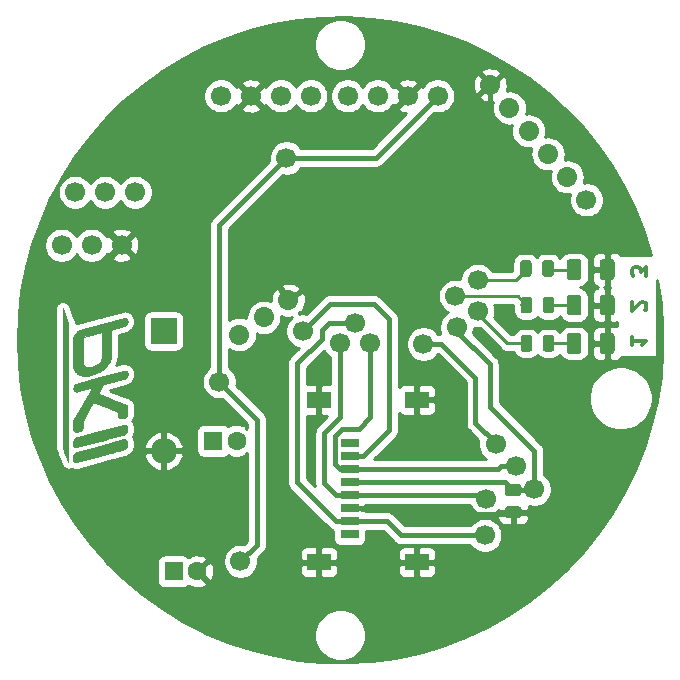
<source format=gbr>
G04 #@! TF.GenerationSoftware,KiCad,Pcbnew,(5.1.4-0-10_14)*
G04 #@! TF.CreationDate,2020-03-11T12:16:04+01:00*
G04 #@! TF.ProjectId,CanSat2020Probe,43616e53-6174-4323-9032-3050726f6265,v01*
G04 #@! TF.SameCoordinates,Original*
G04 #@! TF.FileFunction,Copper,L2,Bot*
G04 #@! TF.FilePolarity,Positive*
%FSLAX46Y46*%
G04 Gerber Fmt 4.6, Leading zero omitted, Abs format (unit mm)*
G04 Created by KiCad (PCBNEW (5.1.4-0-10_14)) date 2020-03-11 12:16:04*
%MOMM*%
%LPD*%
G04 APERTURE LIST*
%ADD10C,0.300000*%
%ADD11C,0.010000*%
%ADD12C,1.700000*%
%ADD13R,2.000000X1.450000*%
%ADD14R,1.500000X0.800000*%
%ADD15C,1.700000*%
%ADD16R,2.200000X2.200000*%
%ADD17O,2.200000X2.200000*%
%ADD18R,1.600000X1.600000*%
%ADD19C,1.600000*%
%ADD20C,0.100000*%
%ADD21C,0.975000*%
%ADD22C,1.250000*%
%ADD23C,0.250000*%
%ADD24C,0.406400*%
%ADD25C,0.254000*%
G04 APERTURE END LIST*
D10*
X174707142Y-99778571D02*
X174707142Y-100464285D01*
X174707142Y-100121428D02*
X175907142Y-100121428D01*
X175735714Y-100235714D01*
X175621428Y-100350000D01*
X175564285Y-100464285D01*
X175792857Y-97492857D02*
X175850000Y-97435714D01*
X175907142Y-97321428D01*
X175907142Y-97035714D01*
X175850000Y-96921428D01*
X175792857Y-96864285D01*
X175678571Y-96807142D01*
X175564285Y-96807142D01*
X175392857Y-96864285D01*
X174707142Y-97550000D01*
X174707142Y-96807142D01*
X175907142Y-94578571D02*
X175907142Y-93835714D01*
X175450000Y-94235714D01*
X175450000Y-94064285D01*
X175392857Y-93950000D01*
X175335714Y-93892857D01*
X175221428Y-93835714D01*
X174935714Y-93835714D01*
X174821428Y-93892857D01*
X174764285Y-93950000D01*
X174707142Y-94064285D01*
X174707142Y-94407142D01*
X174764285Y-94521428D01*
X174821428Y-94578571D01*
D11*
G36*
X126739445Y-109722035D02*
G01*
X126763914Y-109786749D01*
X126787715Y-109849690D01*
X126810719Y-109910517D01*
X126832797Y-109968890D01*
X126853822Y-110024470D01*
X126873663Y-110076915D01*
X126892193Y-110125887D01*
X126909282Y-110171045D01*
X126924802Y-110212048D01*
X126938625Y-110248557D01*
X126950621Y-110280232D01*
X126960661Y-110306732D01*
X126968618Y-110327718D01*
X126974362Y-110342849D01*
X126977765Y-110351785D01*
X126978702Y-110354214D01*
X126978806Y-110350861D01*
X126978910Y-110340372D01*
X126979013Y-110322865D01*
X126979115Y-110298463D01*
X126979215Y-110267285D01*
X126979315Y-110229451D01*
X126979413Y-110185083D01*
X126979511Y-110134299D01*
X126979606Y-110077221D01*
X126979701Y-110013969D01*
X126979794Y-109944663D01*
X126979886Y-109869423D01*
X126979975Y-109788371D01*
X126980064Y-109701625D01*
X126980151Y-109609307D01*
X126980236Y-109511537D01*
X126980319Y-109408435D01*
X126980400Y-109300122D01*
X126980479Y-109186717D01*
X126980557Y-109068341D01*
X126980632Y-108945115D01*
X126980706Y-108817159D01*
X126980777Y-108684593D01*
X126980846Y-108547538D01*
X126980912Y-108406113D01*
X126980977Y-108260440D01*
X126981038Y-108110638D01*
X126981098Y-107956827D01*
X126981155Y-107799129D01*
X126981209Y-107637664D01*
X126981261Y-107472551D01*
X126981310Y-107303911D01*
X126981356Y-107131865D01*
X126981399Y-106956533D01*
X126981440Y-106778035D01*
X126981477Y-106596491D01*
X126981512Y-106412022D01*
X126981543Y-106224749D01*
X126981571Y-106034790D01*
X126981596Y-105842268D01*
X126981618Y-105647302D01*
X126981637Y-105450012D01*
X126981652Y-105250519D01*
X126981664Y-105048943D01*
X126981672Y-104845404D01*
X126981677Y-104640024D01*
X126981678Y-104466857D01*
X126981672Y-98572243D01*
X126504986Y-97342877D01*
X126504078Y-103219995D01*
X126503170Y-109097114D01*
X126739445Y-109722035D01*
X126739445Y-109722035D01*
G37*
X126739445Y-109722035D02*
X126763914Y-109786749D01*
X126787715Y-109849690D01*
X126810719Y-109910517D01*
X126832797Y-109968890D01*
X126853822Y-110024470D01*
X126873663Y-110076915D01*
X126892193Y-110125887D01*
X126909282Y-110171045D01*
X126924802Y-110212048D01*
X126938625Y-110248557D01*
X126950621Y-110280232D01*
X126960661Y-110306732D01*
X126968618Y-110327718D01*
X126974362Y-110342849D01*
X126977765Y-110351785D01*
X126978702Y-110354214D01*
X126978806Y-110350861D01*
X126978910Y-110340372D01*
X126979013Y-110322865D01*
X126979115Y-110298463D01*
X126979215Y-110267285D01*
X126979315Y-110229451D01*
X126979413Y-110185083D01*
X126979511Y-110134299D01*
X126979606Y-110077221D01*
X126979701Y-110013969D01*
X126979794Y-109944663D01*
X126979886Y-109869423D01*
X126979975Y-109788371D01*
X126980064Y-109701625D01*
X126980151Y-109609307D01*
X126980236Y-109511537D01*
X126980319Y-109408435D01*
X126980400Y-109300122D01*
X126980479Y-109186717D01*
X126980557Y-109068341D01*
X126980632Y-108945115D01*
X126980706Y-108817159D01*
X126980777Y-108684593D01*
X126980846Y-108547538D01*
X126980912Y-108406113D01*
X126980977Y-108260440D01*
X126981038Y-108110638D01*
X126981098Y-107956827D01*
X126981155Y-107799129D01*
X126981209Y-107637664D01*
X126981261Y-107472551D01*
X126981310Y-107303911D01*
X126981356Y-107131865D01*
X126981399Y-106956533D01*
X126981440Y-106778035D01*
X126981477Y-106596491D01*
X126981512Y-106412022D01*
X126981543Y-106224749D01*
X126981571Y-106034790D01*
X126981596Y-105842268D01*
X126981618Y-105647302D01*
X126981637Y-105450012D01*
X126981652Y-105250519D01*
X126981664Y-105048943D01*
X126981672Y-104845404D01*
X126981677Y-104640024D01*
X126981678Y-104466857D01*
X126981672Y-98572243D01*
X126504986Y-97342877D01*
X126504078Y-103219995D01*
X126503170Y-109097114D01*
X126739445Y-109722035D01*
G36*
X127363586Y-110075485D02*
G01*
X127364707Y-110102574D01*
X127366518Y-110121994D01*
X127375619Y-110172393D01*
X127388907Y-110216878D01*
X127406418Y-110255490D01*
X127428192Y-110288269D01*
X127454266Y-110315257D01*
X127484677Y-110336493D01*
X127519464Y-110352019D01*
X127558665Y-110361876D01*
X127593558Y-110365725D01*
X127629843Y-110367743D01*
X129670915Y-109820879D01*
X129814094Y-109782516D01*
X129950434Y-109745984D01*
X130080104Y-109711236D01*
X130203275Y-109678227D01*
X130320116Y-109646909D01*
X130430798Y-109617238D01*
X130535492Y-109589165D01*
X130634367Y-109562645D01*
X130727593Y-109537632D01*
X130815341Y-109514079D01*
X130897781Y-109491941D01*
X130975084Y-109471170D01*
X131047419Y-109451721D01*
X131114956Y-109433546D01*
X131177867Y-109416601D01*
X131236321Y-109400838D01*
X131290488Y-109386212D01*
X131340539Y-109372675D01*
X131386643Y-109360182D01*
X131428972Y-109348687D01*
X131467695Y-109338143D01*
X131502982Y-109328503D01*
X131535004Y-109319722D01*
X131563931Y-109311753D01*
X131589933Y-109304550D01*
X131613181Y-109298066D01*
X131633844Y-109292256D01*
X131652093Y-109287072D01*
X131668098Y-109282470D01*
X131682029Y-109278401D01*
X131694057Y-109274821D01*
X131704351Y-109271682D01*
X131713083Y-109268939D01*
X131720421Y-109266545D01*
X131726537Y-109264454D01*
X131731601Y-109262620D01*
X131735782Y-109260995D01*
X131739252Y-109259535D01*
X131742180Y-109258192D01*
X131744736Y-109256921D01*
X131745236Y-109256662D01*
X131792892Y-109227946D01*
X131835169Y-109194370D01*
X131872034Y-109155981D01*
X131903454Y-109112826D01*
X131929396Y-109064952D01*
X131949828Y-109012407D01*
X131964715Y-108955237D01*
X131968081Y-108937277D01*
X131970924Y-108916495D01*
X131973380Y-108890550D01*
X131975352Y-108861527D01*
X131976741Y-108831511D01*
X131977449Y-108802586D01*
X131977378Y-108776838D01*
X131976533Y-108757643D01*
X131972322Y-108713290D01*
X131966744Y-108674565D01*
X131959491Y-108639917D01*
X131950257Y-108607793D01*
X131942552Y-108586246D01*
X131923797Y-108546655D01*
X131900233Y-108512426D01*
X131872069Y-108483726D01*
X131839515Y-108460719D01*
X131802782Y-108443571D01*
X131762077Y-108432447D01*
X131744133Y-108429647D01*
X131716557Y-108426223D01*
X129678643Y-108971938D01*
X129534305Y-109010586D01*
X129396806Y-109047398D01*
X129265978Y-109082421D01*
X129141650Y-109115704D01*
X129023654Y-109147293D01*
X128911820Y-109177236D01*
X128805980Y-109205581D01*
X128705964Y-109232375D01*
X128611603Y-109257666D01*
X128522728Y-109281500D01*
X128439170Y-109303927D01*
X128360759Y-109324992D01*
X128287326Y-109344745D01*
X128218702Y-109363231D01*
X128154718Y-109380499D01*
X128095205Y-109396597D01*
X128039993Y-109411571D01*
X127988914Y-109425469D01*
X127941798Y-109438339D01*
X127898476Y-109450229D01*
X127858778Y-109461185D01*
X127822536Y-109471255D01*
X127789581Y-109480488D01*
X127759742Y-109488929D01*
X127732852Y-109496628D01*
X127708741Y-109503631D01*
X127687239Y-109509986D01*
X127668178Y-109515740D01*
X127651388Y-109520941D01*
X127636700Y-109525636D01*
X127623945Y-109529874D01*
X127612954Y-109533700D01*
X127603557Y-109537164D01*
X127595586Y-109540313D01*
X127588871Y-109543193D01*
X127583243Y-109545853D01*
X127578532Y-109548339D01*
X127574571Y-109550701D01*
X127571188Y-109552984D01*
X127568217Y-109555237D01*
X127565486Y-109557507D01*
X127562827Y-109559841D01*
X127560070Y-109562288D01*
X127557048Y-109564894D01*
X127553589Y-109567707D01*
X127551484Y-109569327D01*
X127510785Y-109604504D01*
X127474942Y-109645047D01*
X127443946Y-109690966D01*
X127417794Y-109742272D01*
X127396478Y-109798975D01*
X127379994Y-109861085D01*
X127374015Y-109891571D01*
X127370516Y-109916098D01*
X127367646Y-109945388D01*
X127365462Y-109977705D01*
X127364019Y-110011316D01*
X127363375Y-110044487D01*
X127363586Y-110075485D01*
X127363586Y-110075485D01*
G37*
X127363586Y-110075485D02*
X127364707Y-110102574D01*
X127366518Y-110121994D01*
X127375619Y-110172393D01*
X127388907Y-110216878D01*
X127406418Y-110255490D01*
X127428192Y-110288269D01*
X127454266Y-110315257D01*
X127484677Y-110336493D01*
X127519464Y-110352019D01*
X127558665Y-110361876D01*
X127593558Y-110365725D01*
X127629843Y-110367743D01*
X129670915Y-109820879D01*
X129814094Y-109782516D01*
X129950434Y-109745984D01*
X130080104Y-109711236D01*
X130203275Y-109678227D01*
X130320116Y-109646909D01*
X130430798Y-109617238D01*
X130535492Y-109589165D01*
X130634367Y-109562645D01*
X130727593Y-109537632D01*
X130815341Y-109514079D01*
X130897781Y-109491941D01*
X130975084Y-109471170D01*
X131047419Y-109451721D01*
X131114956Y-109433546D01*
X131177867Y-109416601D01*
X131236321Y-109400838D01*
X131290488Y-109386212D01*
X131340539Y-109372675D01*
X131386643Y-109360182D01*
X131428972Y-109348687D01*
X131467695Y-109338143D01*
X131502982Y-109328503D01*
X131535004Y-109319722D01*
X131563931Y-109311753D01*
X131589933Y-109304550D01*
X131613181Y-109298066D01*
X131633844Y-109292256D01*
X131652093Y-109287072D01*
X131668098Y-109282470D01*
X131682029Y-109278401D01*
X131694057Y-109274821D01*
X131704351Y-109271682D01*
X131713083Y-109268939D01*
X131720421Y-109266545D01*
X131726537Y-109264454D01*
X131731601Y-109262620D01*
X131735782Y-109260995D01*
X131739252Y-109259535D01*
X131742180Y-109258192D01*
X131744736Y-109256921D01*
X131745236Y-109256662D01*
X131792892Y-109227946D01*
X131835169Y-109194370D01*
X131872034Y-109155981D01*
X131903454Y-109112826D01*
X131929396Y-109064952D01*
X131949828Y-109012407D01*
X131964715Y-108955237D01*
X131968081Y-108937277D01*
X131970924Y-108916495D01*
X131973380Y-108890550D01*
X131975352Y-108861527D01*
X131976741Y-108831511D01*
X131977449Y-108802586D01*
X131977378Y-108776838D01*
X131976533Y-108757643D01*
X131972322Y-108713290D01*
X131966744Y-108674565D01*
X131959491Y-108639917D01*
X131950257Y-108607793D01*
X131942552Y-108586246D01*
X131923797Y-108546655D01*
X131900233Y-108512426D01*
X131872069Y-108483726D01*
X131839515Y-108460719D01*
X131802782Y-108443571D01*
X131762077Y-108432447D01*
X131744133Y-108429647D01*
X131716557Y-108426223D01*
X129678643Y-108971938D01*
X129534305Y-109010586D01*
X129396806Y-109047398D01*
X129265978Y-109082421D01*
X129141650Y-109115704D01*
X129023654Y-109147293D01*
X128911820Y-109177236D01*
X128805980Y-109205581D01*
X128705964Y-109232375D01*
X128611603Y-109257666D01*
X128522728Y-109281500D01*
X128439170Y-109303927D01*
X128360759Y-109324992D01*
X128287326Y-109344745D01*
X128218702Y-109363231D01*
X128154718Y-109380499D01*
X128095205Y-109396597D01*
X128039993Y-109411571D01*
X127988914Y-109425469D01*
X127941798Y-109438339D01*
X127898476Y-109450229D01*
X127858778Y-109461185D01*
X127822536Y-109471255D01*
X127789581Y-109480488D01*
X127759742Y-109488929D01*
X127732852Y-109496628D01*
X127708741Y-109503631D01*
X127687239Y-109509986D01*
X127668178Y-109515740D01*
X127651388Y-109520941D01*
X127636700Y-109525636D01*
X127623945Y-109529874D01*
X127612954Y-109533700D01*
X127603557Y-109537164D01*
X127595586Y-109540313D01*
X127588871Y-109543193D01*
X127583243Y-109545853D01*
X127578532Y-109548339D01*
X127574571Y-109550701D01*
X127571188Y-109552984D01*
X127568217Y-109555237D01*
X127565486Y-109557507D01*
X127562827Y-109559841D01*
X127560070Y-109562288D01*
X127557048Y-109564894D01*
X127553589Y-109567707D01*
X127551484Y-109569327D01*
X127510785Y-109604504D01*
X127474942Y-109645047D01*
X127443946Y-109690966D01*
X127417794Y-109742272D01*
X127396478Y-109798975D01*
X127379994Y-109861085D01*
X127374015Y-109891571D01*
X127370516Y-109916098D01*
X127367646Y-109945388D01*
X127365462Y-109977705D01*
X127364019Y-110011316D01*
X127363375Y-110044487D01*
X127363586Y-110075485D01*
G36*
X127366759Y-108856426D02*
G01*
X127372419Y-108899116D01*
X127381169Y-108936996D01*
X127393152Y-108970713D01*
X127408511Y-109000913D01*
X127424054Y-109023942D01*
X127448852Y-109051476D01*
X127477294Y-109073267D01*
X127509792Y-109089515D01*
X127546756Y-109100422D01*
X127588599Y-109106187D01*
X127593558Y-109106518D01*
X127629843Y-109108707D01*
X129670915Y-108561754D01*
X129820312Y-108521716D01*
X129962838Y-108483511D01*
X130098632Y-108447102D01*
X130227835Y-108412451D01*
X130350585Y-108379519D01*
X130467024Y-108348270D01*
X130577292Y-108318664D01*
X130681527Y-108290665D01*
X130779871Y-108264234D01*
X130872463Y-108239333D01*
X130959443Y-108215925D01*
X131040951Y-108193971D01*
X131117128Y-108173434D01*
X131188112Y-108154276D01*
X131254045Y-108136459D01*
X131315066Y-108119944D01*
X131371316Y-108104695D01*
X131422933Y-108090673D01*
X131470059Y-108077841D01*
X131512832Y-108066159D01*
X131551394Y-108055592D01*
X131585884Y-108046099D01*
X131616442Y-108037645D01*
X131643208Y-108030190D01*
X131666323Y-108023698D01*
X131685925Y-108018129D01*
X131702155Y-108013447D01*
X131715154Y-108009612D01*
X131725060Y-108006588D01*
X131732015Y-108004337D01*
X131736158Y-108002820D01*
X131736959Y-108002460D01*
X131776598Y-107980128D01*
X131813209Y-107953494D01*
X131846727Y-107923184D01*
X131880918Y-107885151D01*
X131909642Y-107843900D01*
X131933052Y-107799025D01*
X131951302Y-107750118D01*
X131964542Y-107696772D01*
X131972926Y-107638582D01*
X131976576Y-107576563D01*
X131976951Y-107554865D01*
X131977110Y-107534268D01*
X131977052Y-107516500D01*
X131976779Y-107503289D01*
X131976533Y-107498528D01*
X131970812Y-107443320D01*
X131962445Y-107394438D01*
X131951259Y-107351385D01*
X131937078Y-107313663D01*
X131919729Y-107280776D01*
X131899037Y-107252225D01*
X131884755Y-107236782D01*
X131857200Y-107213106D01*
X131827604Y-107194994D01*
X131794598Y-107181783D01*
X131756812Y-107172812D01*
X131750086Y-107171703D01*
X131719243Y-107166893D01*
X129679986Y-107712832D01*
X129521400Y-107755294D01*
X129369754Y-107795911D01*
X129224972Y-107834703D01*
X129086981Y-107871690D01*
X128955707Y-107906891D01*
X128831075Y-107940328D01*
X128713011Y-107972020D01*
X128601441Y-108001987D01*
X128496292Y-108030249D01*
X128397487Y-108056826D01*
X128304954Y-108081739D01*
X128218619Y-108105007D01*
X128138406Y-108126650D01*
X128064242Y-108146688D01*
X127996053Y-108165142D01*
X127933765Y-108182031D01*
X127877302Y-108197376D01*
X127826592Y-108211196D01*
X127781559Y-108223512D01*
X127742131Y-108234344D01*
X127708231Y-108243711D01*
X127679787Y-108251634D01*
X127656724Y-108258132D01*
X127638968Y-108263226D01*
X127626445Y-108266937D01*
X127619080Y-108269282D01*
X127617143Y-108270026D01*
X127574977Y-108293959D01*
X127535039Y-108324141D01*
X127498167Y-108359696D01*
X127465202Y-108399749D01*
X127436984Y-108443424D01*
X127421171Y-108474235D01*
X127401322Y-108523362D01*
X127385840Y-108575655D01*
X127374566Y-108631890D01*
X127367342Y-108692847D01*
X127364129Y-108754023D01*
X127364043Y-108808277D01*
X127366759Y-108856426D01*
X127366759Y-108856426D01*
G37*
X127366759Y-108856426D02*
X127372419Y-108899116D01*
X127381169Y-108936996D01*
X127393152Y-108970713D01*
X127408511Y-109000913D01*
X127424054Y-109023942D01*
X127448852Y-109051476D01*
X127477294Y-109073267D01*
X127509792Y-109089515D01*
X127546756Y-109100422D01*
X127588599Y-109106187D01*
X127593558Y-109106518D01*
X127629843Y-109108707D01*
X129670915Y-108561754D01*
X129820312Y-108521716D01*
X129962838Y-108483511D01*
X130098632Y-108447102D01*
X130227835Y-108412451D01*
X130350585Y-108379519D01*
X130467024Y-108348270D01*
X130577292Y-108318664D01*
X130681527Y-108290665D01*
X130779871Y-108264234D01*
X130872463Y-108239333D01*
X130959443Y-108215925D01*
X131040951Y-108193971D01*
X131117128Y-108173434D01*
X131188112Y-108154276D01*
X131254045Y-108136459D01*
X131315066Y-108119944D01*
X131371316Y-108104695D01*
X131422933Y-108090673D01*
X131470059Y-108077841D01*
X131512832Y-108066159D01*
X131551394Y-108055592D01*
X131585884Y-108046099D01*
X131616442Y-108037645D01*
X131643208Y-108030190D01*
X131666323Y-108023698D01*
X131685925Y-108018129D01*
X131702155Y-108013447D01*
X131715154Y-108009612D01*
X131725060Y-108006588D01*
X131732015Y-108004337D01*
X131736158Y-108002820D01*
X131736959Y-108002460D01*
X131776598Y-107980128D01*
X131813209Y-107953494D01*
X131846727Y-107923184D01*
X131880918Y-107885151D01*
X131909642Y-107843900D01*
X131933052Y-107799025D01*
X131951302Y-107750118D01*
X131964542Y-107696772D01*
X131972926Y-107638582D01*
X131976576Y-107576563D01*
X131976951Y-107554865D01*
X131977110Y-107534268D01*
X131977052Y-107516500D01*
X131976779Y-107503289D01*
X131976533Y-107498528D01*
X131970812Y-107443320D01*
X131962445Y-107394438D01*
X131951259Y-107351385D01*
X131937078Y-107313663D01*
X131919729Y-107280776D01*
X131899037Y-107252225D01*
X131884755Y-107236782D01*
X131857200Y-107213106D01*
X131827604Y-107194994D01*
X131794598Y-107181783D01*
X131756812Y-107172812D01*
X131750086Y-107171703D01*
X131719243Y-107166893D01*
X129679986Y-107712832D01*
X129521400Y-107755294D01*
X129369754Y-107795911D01*
X129224972Y-107834703D01*
X129086981Y-107871690D01*
X128955707Y-107906891D01*
X128831075Y-107940328D01*
X128713011Y-107972020D01*
X128601441Y-108001987D01*
X128496292Y-108030249D01*
X128397487Y-108056826D01*
X128304954Y-108081739D01*
X128218619Y-108105007D01*
X128138406Y-108126650D01*
X128064242Y-108146688D01*
X127996053Y-108165142D01*
X127933765Y-108182031D01*
X127877302Y-108197376D01*
X127826592Y-108211196D01*
X127781559Y-108223512D01*
X127742131Y-108234344D01*
X127708231Y-108243711D01*
X127679787Y-108251634D01*
X127656724Y-108258132D01*
X127638968Y-108263226D01*
X127626445Y-108266937D01*
X127619080Y-108269282D01*
X127617143Y-108270026D01*
X127574977Y-108293959D01*
X127535039Y-108324141D01*
X127498167Y-108359696D01*
X127465202Y-108399749D01*
X127436984Y-108443424D01*
X127421171Y-108474235D01*
X127401322Y-108523362D01*
X127385840Y-108575655D01*
X127374566Y-108631890D01*
X127367342Y-108692847D01*
X127364129Y-108754023D01*
X127364043Y-108808277D01*
X127366759Y-108856426D01*
G36*
X127405790Y-107652906D02*
G01*
X127424353Y-107686097D01*
X127447599Y-107715679D01*
X127474457Y-107740491D01*
X127503855Y-107759377D01*
X127504534Y-107759723D01*
X127539130Y-107773555D01*
X127578788Y-107782727D01*
X127623016Y-107787249D01*
X127671320Y-107787130D01*
X127723208Y-107782382D01*
X127778188Y-107773014D01*
X127835766Y-107759037D01*
X127858255Y-107752509D01*
X127915924Y-107733340D01*
X127967125Y-107712649D01*
X128012555Y-107690069D01*
X128052909Y-107665233D01*
X128088886Y-107637774D01*
X128107324Y-107621167D01*
X128137329Y-107589267D01*
X128160973Y-107556523D01*
X128179127Y-107521490D01*
X128192661Y-107482719D01*
X128194277Y-107476757D01*
X128195620Y-107471527D01*
X128196790Y-107466417D01*
X128197795Y-107460929D01*
X128198643Y-107454566D01*
X128199342Y-107446829D01*
X128199898Y-107437222D01*
X128200319Y-107425245D01*
X128200614Y-107410402D01*
X128200789Y-107392194D01*
X128200851Y-107370124D01*
X128200810Y-107343694D01*
X128200671Y-107312407D01*
X128200442Y-107275764D01*
X128200132Y-107233267D01*
X128199747Y-107184420D01*
X128199382Y-107139291D01*
X128196871Y-106830853D01*
X128635039Y-106056162D01*
X128674397Y-105986589D01*
X128712842Y-105918655D01*
X128750219Y-105852631D01*
X128786373Y-105788790D01*
X128821151Y-105727405D01*
X128854397Y-105668748D01*
X128885956Y-105613091D01*
X128915675Y-105560707D01*
X128943398Y-105511868D01*
X128968970Y-105466846D01*
X128992238Y-105425913D01*
X129013046Y-105389343D01*
X129031240Y-105357407D01*
X129046665Y-105330377D01*
X129059166Y-105308527D01*
X129068589Y-105292128D01*
X129074779Y-105281453D01*
X129077582Y-105276774D01*
X129077716Y-105276589D01*
X129079079Y-105276481D01*
X129082399Y-105277188D01*
X129087879Y-105278786D01*
X129095719Y-105281354D01*
X129106120Y-105284971D01*
X129119283Y-105289713D01*
X129135410Y-105295660D01*
X129154701Y-105302888D01*
X129177357Y-105311478D01*
X129203580Y-105321505D01*
X129233570Y-105333049D01*
X129267529Y-105346188D01*
X129305658Y-105360999D01*
X129348157Y-105377561D01*
X129395228Y-105395952D01*
X129447072Y-105416249D01*
X129503889Y-105438532D01*
X129565882Y-105462877D01*
X129633250Y-105489364D01*
X129706196Y-105518070D01*
X129784920Y-105549073D01*
X129869623Y-105582451D01*
X129960506Y-105618283D01*
X130057770Y-105656646D01*
X130142198Y-105689956D01*
X131202172Y-106108207D01*
X131202172Y-106489937D01*
X131218120Y-106517076D01*
X131243665Y-106554833D01*
X131272463Y-106586400D01*
X131305102Y-106612340D01*
X131338243Y-106631334D01*
X131363408Y-106642404D01*
X131387602Y-106650256D01*
X131412671Y-106655218D01*
X131440461Y-106657617D01*
X131472818Y-106657781D01*
X131484994Y-106657393D01*
X131514728Y-106655673D01*
X131541569Y-106652730D01*
X131567576Y-106648162D01*
X131594810Y-106641563D01*
X131625332Y-106632529D01*
X131645857Y-106625847D01*
X131707020Y-106602524D01*
X131762314Y-106575348D01*
X131811611Y-106544392D01*
X131854782Y-106509733D01*
X131868118Y-106497043D01*
X131901885Y-106459390D01*
X131929119Y-106419800D01*
X131950503Y-106377117D01*
X131966718Y-106330184D01*
X131966821Y-106329815D01*
X131976872Y-106293843D01*
X131976872Y-105550356D01*
X130743760Y-105052845D01*
X130653014Y-105016229D01*
X130563976Y-104980294D01*
X130476881Y-104945136D01*
X130391968Y-104910850D01*
X130309471Y-104877532D01*
X130229629Y-104845278D01*
X130152676Y-104814185D01*
X130078851Y-104784346D01*
X130008390Y-104755859D01*
X129941528Y-104728819D01*
X129878504Y-104703321D01*
X129819553Y-104679462D01*
X129764912Y-104657337D01*
X129714817Y-104637042D01*
X129669506Y-104618673D01*
X129629214Y-104602325D01*
X129594179Y-104588094D01*
X129564636Y-104576076D01*
X129540823Y-104566367D01*
X129522977Y-104559062D01*
X129511333Y-104554258D01*
X129506128Y-104552049D01*
X129505866Y-104551917D01*
X129505872Y-104550001D01*
X129507565Y-104545202D01*
X129511087Y-104537257D01*
X129516579Y-104525898D01*
X129524182Y-104510859D01*
X129534038Y-104491875D01*
X129546289Y-104468678D01*
X129561075Y-104441004D01*
X129578539Y-104408585D01*
X129598822Y-104371156D01*
X129622065Y-104328450D01*
X129648410Y-104280202D01*
X129677998Y-104226145D01*
X129710971Y-104166012D01*
X129711151Y-104165686D01*
X129742759Y-104108100D01*
X129771079Y-104056546D01*
X129796304Y-104010689D01*
X129818626Y-103970193D01*
X129838237Y-103934722D01*
X129855329Y-103903941D01*
X129870096Y-103877513D01*
X129882729Y-103855102D01*
X129893421Y-103836374D01*
X129902364Y-103820991D01*
X129909751Y-103808619D01*
X129915774Y-103798922D01*
X129920625Y-103791564D01*
X129924498Y-103786208D01*
X129927583Y-103782520D01*
X129930074Y-103780163D01*
X129932163Y-103778802D01*
X129933044Y-103778417D01*
X129937547Y-103777077D01*
X129948751Y-103773904D01*
X129966358Y-103768980D01*
X129990070Y-103762388D01*
X130019589Y-103754208D01*
X130054617Y-103744524D01*
X130094854Y-103733418D01*
X130140004Y-103720971D01*
X130189766Y-103707266D01*
X130243844Y-103692385D01*
X130301939Y-103676410D01*
X130363752Y-103659422D01*
X130428986Y-103641505D01*
X130497342Y-103622741D01*
X130568521Y-103603210D01*
X130642226Y-103582996D01*
X130718157Y-103562181D01*
X130796018Y-103540846D01*
X130839315Y-103528986D01*
X130918221Y-103507359D01*
X130995419Y-103486170D01*
X131070607Y-103465503D01*
X131143482Y-103445442D01*
X131213743Y-103426072D01*
X131281087Y-103407475D01*
X131345212Y-103389737D01*
X131405818Y-103372941D01*
X131462601Y-103357171D01*
X131515259Y-103342512D01*
X131563492Y-103329046D01*
X131606996Y-103316859D01*
X131645470Y-103306034D01*
X131678611Y-103296656D01*
X131706118Y-103288808D01*
X131727690Y-103282574D01*
X131743023Y-103278038D01*
X131751815Y-103275285D01*
X131753715Y-103274580D01*
X131777515Y-103261791D01*
X131803940Y-103245015D01*
X131830877Y-103225759D01*
X131856213Y-103205533D01*
X131877562Y-103186117D01*
X131913150Y-103145998D01*
X131942441Y-103102291D01*
X131965447Y-103054969D01*
X131982180Y-103004007D01*
X131992653Y-102949379D01*
X131993009Y-102946581D01*
X131994582Y-102928774D01*
X131995636Y-102906342D01*
X131996146Y-102881690D01*
X131996088Y-102857224D01*
X131995437Y-102835350D01*
X131994285Y-102819486D01*
X131991255Y-102800989D01*
X131986149Y-102779190D01*
X131979741Y-102756823D01*
X131972803Y-102736623D01*
X131967128Y-102723328D01*
X131948079Y-102691157D01*
X131925319Y-102664682D01*
X131898523Y-102643724D01*
X131867368Y-102628105D01*
X131831528Y-102617648D01*
X131790680Y-102612175D01*
X131762786Y-102611207D01*
X131715615Y-102611102D01*
X129679986Y-103156693D01*
X127644358Y-103702283D01*
X127608502Y-103725855D01*
X127563692Y-103758953D01*
X127525178Y-103795330D01*
X127492710Y-103835363D01*
X127466037Y-103879430D01*
X127444908Y-103927908D01*
X127429073Y-103981174D01*
X127424349Y-104002966D01*
X127420568Y-104027237D01*
X127417817Y-104055288D01*
X127416109Y-104085488D01*
X127415460Y-104116202D01*
X127415884Y-104145797D01*
X127417396Y-104172641D01*
X127420010Y-104195100D01*
X127422523Y-104207414D01*
X127436303Y-104247346D01*
X127455339Y-104282275D01*
X127479623Y-104312192D01*
X127509145Y-104337089D01*
X127543895Y-104356956D01*
X127583865Y-104371783D01*
X127594064Y-104374548D01*
X127610317Y-104378394D01*
X127625085Y-104381396D01*
X127636192Y-104383134D01*
X127639896Y-104383400D01*
X127644467Y-104382487D01*
X127655709Y-104379807D01*
X127673275Y-104375450D01*
X127696818Y-104369507D01*
X127725993Y-104362066D01*
X127760455Y-104353217D01*
X127799856Y-104343051D01*
X127843852Y-104331656D01*
X127892095Y-104319123D01*
X127944241Y-104305542D01*
X127999944Y-104291002D01*
X128058857Y-104275593D01*
X128120634Y-104259404D01*
X128184929Y-104242526D01*
X128251398Y-104225048D01*
X128319692Y-104207060D01*
X128325709Y-104205474D01*
X128393988Y-104187479D01*
X128460378Y-104169995D01*
X128524538Y-104153111D01*
X128586131Y-104136915D01*
X128644817Y-104121496D01*
X128700256Y-104106943D01*
X128752109Y-104093345D01*
X128800037Y-104080791D01*
X128843701Y-104069369D01*
X128882762Y-104059168D01*
X128916879Y-104050277D01*
X128945715Y-104042785D01*
X128968929Y-104036780D01*
X128986182Y-104032352D01*
X128997135Y-104029590D01*
X129001450Y-104028581D01*
X129001504Y-104028581D01*
X128999800Y-104031776D01*
X128994639Y-104041090D01*
X128986133Y-104056323D01*
X128974396Y-104077274D01*
X128959540Y-104103745D01*
X128941678Y-104135534D01*
X128920923Y-104172443D01*
X128897386Y-104214270D01*
X128871182Y-104260817D01*
X128842422Y-104311883D01*
X128811219Y-104367269D01*
X128777687Y-104426774D01*
X128741937Y-104490199D01*
X128704082Y-104557343D01*
X128664235Y-104628007D01*
X128622509Y-104701992D01*
X128579016Y-104779095D01*
X128533869Y-104859119D01*
X128487181Y-104941864D01*
X128439064Y-105027128D01*
X128389631Y-105114712D01*
X128338995Y-105204417D01*
X128287268Y-105296043D01*
X128234563Y-105389388D01*
X128202273Y-105446571D01*
X127402125Y-106863528D01*
X127398589Y-107246506D01*
X127395053Y-107629483D01*
X127405790Y-107652906D01*
X127405790Y-107652906D01*
G37*
X127405790Y-107652906D02*
X127424353Y-107686097D01*
X127447599Y-107715679D01*
X127474457Y-107740491D01*
X127503855Y-107759377D01*
X127504534Y-107759723D01*
X127539130Y-107773555D01*
X127578788Y-107782727D01*
X127623016Y-107787249D01*
X127671320Y-107787130D01*
X127723208Y-107782382D01*
X127778188Y-107773014D01*
X127835766Y-107759037D01*
X127858255Y-107752509D01*
X127915924Y-107733340D01*
X127967125Y-107712649D01*
X128012555Y-107690069D01*
X128052909Y-107665233D01*
X128088886Y-107637774D01*
X128107324Y-107621167D01*
X128137329Y-107589267D01*
X128160973Y-107556523D01*
X128179127Y-107521490D01*
X128192661Y-107482719D01*
X128194277Y-107476757D01*
X128195620Y-107471527D01*
X128196790Y-107466417D01*
X128197795Y-107460929D01*
X128198643Y-107454566D01*
X128199342Y-107446829D01*
X128199898Y-107437222D01*
X128200319Y-107425245D01*
X128200614Y-107410402D01*
X128200789Y-107392194D01*
X128200851Y-107370124D01*
X128200810Y-107343694D01*
X128200671Y-107312407D01*
X128200442Y-107275764D01*
X128200132Y-107233267D01*
X128199747Y-107184420D01*
X128199382Y-107139291D01*
X128196871Y-106830853D01*
X128635039Y-106056162D01*
X128674397Y-105986589D01*
X128712842Y-105918655D01*
X128750219Y-105852631D01*
X128786373Y-105788790D01*
X128821151Y-105727405D01*
X128854397Y-105668748D01*
X128885956Y-105613091D01*
X128915675Y-105560707D01*
X128943398Y-105511868D01*
X128968970Y-105466846D01*
X128992238Y-105425913D01*
X129013046Y-105389343D01*
X129031240Y-105357407D01*
X129046665Y-105330377D01*
X129059166Y-105308527D01*
X129068589Y-105292128D01*
X129074779Y-105281453D01*
X129077582Y-105276774D01*
X129077716Y-105276589D01*
X129079079Y-105276481D01*
X129082399Y-105277188D01*
X129087879Y-105278786D01*
X129095719Y-105281354D01*
X129106120Y-105284971D01*
X129119283Y-105289713D01*
X129135410Y-105295660D01*
X129154701Y-105302888D01*
X129177357Y-105311478D01*
X129203580Y-105321505D01*
X129233570Y-105333049D01*
X129267529Y-105346188D01*
X129305658Y-105360999D01*
X129348157Y-105377561D01*
X129395228Y-105395952D01*
X129447072Y-105416249D01*
X129503889Y-105438532D01*
X129565882Y-105462877D01*
X129633250Y-105489364D01*
X129706196Y-105518070D01*
X129784920Y-105549073D01*
X129869623Y-105582451D01*
X129960506Y-105618283D01*
X130057770Y-105656646D01*
X130142198Y-105689956D01*
X131202172Y-106108207D01*
X131202172Y-106489937D01*
X131218120Y-106517076D01*
X131243665Y-106554833D01*
X131272463Y-106586400D01*
X131305102Y-106612340D01*
X131338243Y-106631334D01*
X131363408Y-106642404D01*
X131387602Y-106650256D01*
X131412671Y-106655218D01*
X131440461Y-106657617D01*
X131472818Y-106657781D01*
X131484994Y-106657393D01*
X131514728Y-106655673D01*
X131541569Y-106652730D01*
X131567576Y-106648162D01*
X131594810Y-106641563D01*
X131625332Y-106632529D01*
X131645857Y-106625847D01*
X131707020Y-106602524D01*
X131762314Y-106575348D01*
X131811611Y-106544392D01*
X131854782Y-106509733D01*
X131868118Y-106497043D01*
X131901885Y-106459390D01*
X131929119Y-106419800D01*
X131950503Y-106377117D01*
X131966718Y-106330184D01*
X131966821Y-106329815D01*
X131976872Y-106293843D01*
X131976872Y-105550356D01*
X130743760Y-105052845D01*
X130653014Y-105016229D01*
X130563976Y-104980294D01*
X130476881Y-104945136D01*
X130391968Y-104910850D01*
X130309471Y-104877532D01*
X130229629Y-104845278D01*
X130152676Y-104814185D01*
X130078851Y-104784346D01*
X130008390Y-104755859D01*
X129941528Y-104728819D01*
X129878504Y-104703321D01*
X129819553Y-104679462D01*
X129764912Y-104657337D01*
X129714817Y-104637042D01*
X129669506Y-104618673D01*
X129629214Y-104602325D01*
X129594179Y-104588094D01*
X129564636Y-104576076D01*
X129540823Y-104566367D01*
X129522977Y-104559062D01*
X129511333Y-104554258D01*
X129506128Y-104552049D01*
X129505866Y-104551917D01*
X129505872Y-104550001D01*
X129507565Y-104545202D01*
X129511087Y-104537257D01*
X129516579Y-104525898D01*
X129524182Y-104510859D01*
X129534038Y-104491875D01*
X129546289Y-104468678D01*
X129561075Y-104441004D01*
X129578539Y-104408585D01*
X129598822Y-104371156D01*
X129622065Y-104328450D01*
X129648410Y-104280202D01*
X129677998Y-104226145D01*
X129710971Y-104166012D01*
X129711151Y-104165686D01*
X129742759Y-104108100D01*
X129771079Y-104056546D01*
X129796304Y-104010689D01*
X129818626Y-103970193D01*
X129838237Y-103934722D01*
X129855329Y-103903941D01*
X129870096Y-103877513D01*
X129882729Y-103855102D01*
X129893421Y-103836374D01*
X129902364Y-103820991D01*
X129909751Y-103808619D01*
X129915774Y-103798922D01*
X129920625Y-103791564D01*
X129924498Y-103786208D01*
X129927583Y-103782520D01*
X129930074Y-103780163D01*
X129932163Y-103778802D01*
X129933044Y-103778417D01*
X129937547Y-103777077D01*
X129948751Y-103773904D01*
X129966358Y-103768980D01*
X129990070Y-103762388D01*
X130019589Y-103754208D01*
X130054617Y-103744524D01*
X130094854Y-103733418D01*
X130140004Y-103720971D01*
X130189766Y-103707266D01*
X130243844Y-103692385D01*
X130301939Y-103676410D01*
X130363752Y-103659422D01*
X130428986Y-103641505D01*
X130497342Y-103622741D01*
X130568521Y-103603210D01*
X130642226Y-103582996D01*
X130718157Y-103562181D01*
X130796018Y-103540846D01*
X130839315Y-103528986D01*
X130918221Y-103507359D01*
X130995419Y-103486170D01*
X131070607Y-103465503D01*
X131143482Y-103445442D01*
X131213743Y-103426072D01*
X131281087Y-103407475D01*
X131345212Y-103389737D01*
X131405818Y-103372941D01*
X131462601Y-103357171D01*
X131515259Y-103342512D01*
X131563492Y-103329046D01*
X131606996Y-103316859D01*
X131645470Y-103306034D01*
X131678611Y-103296656D01*
X131706118Y-103288808D01*
X131727690Y-103282574D01*
X131743023Y-103278038D01*
X131751815Y-103275285D01*
X131753715Y-103274580D01*
X131777515Y-103261791D01*
X131803940Y-103245015D01*
X131830877Y-103225759D01*
X131856213Y-103205533D01*
X131877562Y-103186117D01*
X131913150Y-103145998D01*
X131942441Y-103102291D01*
X131965447Y-103054969D01*
X131982180Y-103004007D01*
X131992653Y-102949379D01*
X131993009Y-102946581D01*
X131994582Y-102928774D01*
X131995636Y-102906342D01*
X131996146Y-102881690D01*
X131996088Y-102857224D01*
X131995437Y-102835350D01*
X131994285Y-102819486D01*
X131991255Y-102800989D01*
X131986149Y-102779190D01*
X131979741Y-102756823D01*
X131972803Y-102736623D01*
X131967128Y-102723328D01*
X131948079Y-102691157D01*
X131925319Y-102664682D01*
X131898523Y-102643724D01*
X131867368Y-102628105D01*
X131831528Y-102617648D01*
X131790680Y-102612175D01*
X131762786Y-102611207D01*
X131715615Y-102611102D01*
X129679986Y-103156693D01*
X127644358Y-103702283D01*
X127608502Y-103725855D01*
X127563692Y-103758953D01*
X127525178Y-103795330D01*
X127492710Y-103835363D01*
X127466037Y-103879430D01*
X127444908Y-103927908D01*
X127429073Y-103981174D01*
X127424349Y-104002966D01*
X127420568Y-104027237D01*
X127417817Y-104055288D01*
X127416109Y-104085488D01*
X127415460Y-104116202D01*
X127415884Y-104145797D01*
X127417396Y-104172641D01*
X127420010Y-104195100D01*
X127422523Y-104207414D01*
X127436303Y-104247346D01*
X127455339Y-104282275D01*
X127479623Y-104312192D01*
X127509145Y-104337089D01*
X127543895Y-104356956D01*
X127583865Y-104371783D01*
X127594064Y-104374548D01*
X127610317Y-104378394D01*
X127625085Y-104381396D01*
X127636192Y-104383134D01*
X127639896Y-104383400D01*
X127644467Y-104382487D01*
X127655709Y-104379807D01*
X127673275Y-104375450D01*
X127696818Y-104369507D01*
X127725993Y-104362066D01*
X127760455Y-104353217D01*
X127799856Y-104343051D01*
X127843852Y-104331656D01*
X127892095Y-104319123D01*
X127944241Y-104305542D01*
X127999944Y-104291002D01*
X128058857Y-104275593D01*
X128120634Y-104259404D01*
X128184929Y-104242526D01*
X128251398Y-104225048D01*
X128319692Y-104207060D01*
X128325709Y-104205474D01*
X128393988Y-104187479D01*
X128460378Y-104169995D01*
X128524538Y-104153111D01*
X128586131Y-104136915D01*
X128644817Y-104121496D01*
X128700256Y-104106943D01*
X128752109Y-104093345D01*
X128800037Y-104080791D01*
X128843701Y-104069369D01*
X128882762Y-104059168D01*
X128916879Y-104050277D01*
X128945715Y-104042785D01*
X128968929Y-104036780D01*
X128986182Y-104032352D01*
X128997135Y-104029590D01*
X129001450Y-104028581D01*
X129001504Y-104028581D01*
X128999800Y-104031776D01*
X128994639Y-104041090D01*
X128986133Y-104056323D01*
X128974396Y-104077274D01*
X128959540Y-104103745D01*
X128941678Y-104135534D01*
X128920923Y-104172443D01*
X128897386Y-104214270D01*
X128871182Y-104260817D01*
X128842422Y-104311883D01*
X128811219Y-104367269D01*
X128777687Y-104426774D01*
X128741937Y-104490199D01*
X128704082Y-104557343D01*
X128664235Y-104628007D01*
X128622509Y-104701992D01*
X128579016Y-104779095D01*
X128533869Y-104859119D01*
X128487181Y-104941864D01*
X128439064Y-105027128D01*
X128389631Y-105114712D01*
X128338995Y-105204417D01*
X128287268Y-105296043D01*
X128234563Y-105389388D01*
X128202273Y-105446571D01*
X127402125Y-106863528D01*
X127398589Y-107246506D01*
X127395053Y-107629483D01*
X127405790Y-107652906D01*
G36*
X127406679Y-101433175D02*
G01*
X127406689Y-101520993D01*
X127406711Y-101602725D01*
X127406748Y-101678607D01*
X127406804Y-101748874D01*
X127406882Y-101813759D01*
X127406986Y-101873496D01*
X127407119Y-101928322D01*
X127407284Y-101978469D01*
X127407485Y-102024172D01*
X127407725Y-102065667D01*
X127408009Y-102103187D01*
X127408339Y-102136966D01*
X127408718Y-102167240D01*
X127409151Y-102194242D01*
X127409640Y-102218207D01*
X127410190Y-102239370D01*
X127410803Y-102257965D01*
X127411483Y-102274227D01*
X127412234Y-102288390D01*
X127413059Y-102300687D01*
X127413961Y-102311355D01*
X127414944Y-102320628D01*
X127416012Y-102328738D01*
X127417167Y-102335923D01*
X127418413Y-102342415D01*
X127419754Y-102348449D01*
X127421194Y-102354260D01*
X127422735Y-102360081D01*
X127424381Y-102366149D01*
X127426136Y-102372696D01*
X127426715Y-102374910D01*
X127432461Y-102395169D01*
X127439576Y-102417632D01*
X127446748Y-102438200D01*
X127448487Y-102442803D01*
X127455506Y-102463202D01*
X127459863Y-102480737D01*
X127461115Y-102492065D01*
X127461878Y-102501121D01*
X127464555Y-102511117D01*
X127469728Y-102523611D01*
X127477976Y-102540163D01*
X127481609Y-102547036D01*
X127523870Y-102619089D01*
X127570839Y-102685740D01*
X127622408Y-102746890D01*
X127678470Y-102802444D01*
X127738918Y-102852302D01*
X127803646Y-102896369D01*
X127872547Y-102934546D01*
X127939140Y-102964228D01*
X128007158Y-102988189D01*
X128080136Y-103008077D01*
X128156846Y-103023618D01*
X128236064Y-103034534D01*
X128262659Y-103037083D01*
X128291770Y-103038968D01*
X128326378Y-103040222D01*
X128364754Y-103040856D01*
X128405165Y-103040881D01*
X128445880Y-103040308D01*
X128485170Y-103039148D01*
X128521302Y-103037412D01*
X128550720Y-103035275D01*
X128616815Y-103029402D01*
X128825458Y-102973630D01*
X128865013Y-102963114D01*
X128904017Y-102952853D01*
X128941634Y-102943059D01*
X128977025Y-102933947D01*
X129009352Y-102925730D01*
X129037778Y-102918621D01*
X129061465Y-102912833D01*
X129079575Y-102908580D01*
X129088529Y-102906622D01*
X129161489Y-102889960D01*
X129236429Y-102869847D01*
X129308058Y-102847795D01*
X129419928Y-102807358D01*
X129527892Y-102760951D01*
X129631997Y-102708534D01*
X129732289Y-102650068D01*
X129828813Y-102585515D01*
X129921616Y-102514834D01*
X130010744Y-102437987D01*
X130096243Y-102354936D01*
X130178158Y-102265639D01*
X130256537Y-102170059D01*
X130331425Y-102068157D01*
X130402867Y-101959893D01*
X130454363Y-101874243D01*
X130465126Y-101855457D01*
X130473774Y-101839755D01*
X130480921Y-101825689D01*
X130487181Y-101811813D01*
X130493167Y-101796681D01*
X130499492Y-101778848D01*
X130506771Y-101756865D01*
X130514907Y-101731513D01*
X130522715Y-101707315D01*
X130530138Y-101684850D01*
X130536794Y-101665233D01*
X130542300Y-101649580D01*
X130546275Y-101639005D01*
X130547869Y-101635356D01*
X130550705Y-101628270D01*
X130554987Y-101615501D01*
X130560301Y-101598382D01*
X130566235Y-101578245D01*
X130572285Y-101556743D01*
X130590736Y-101489614D01*
X130592561Y-100314050D01*
X130594386Y-99138485D01*
X131082429Y-99007594D01*
X131166308Y-98985057D01*
X131243290Y-98964289D01*
X131313506Y-98945254D01*
X131377089Y-98927913D01*
X131434169Y-98912231D01*
X131484878Y-98898172D01*
X131529349Y-98885698D01*
X131567713Y-98874773D01*
X131600101Y-98865360D01*
X131626646Y-98857423D01*
X131647479Y-98850925D01*
X131655743Y-98848221D01*
X131741015Y-98819741D01*
X131775900Y-98789478D01*
X131800270Y-98767437D01*
X131826039Y-98742562D01*
X131851538Y-98716563D01*
X131875103Y-98691153D01*
X131895064Y-98668044D01*
X131899590Y-98662458D01*
X131930514Y-98619643D01*
X131955622Y-98576344D01*
X131974719Y-98533111D01*
X131987612Y-98490494D01*
X131994108Y-98449042D01*
X131994013Y-98409304D01*
X131992728Y-98398201D01*
X131983651Y-98359239D01*
X131967492Y-98319578D01*
X131944362Y-98279484D01*
X131941549Y-98275283D01*
X131931010Y-98261470D01*
X131916349Y-98244572D01*
X131899052Y-98226110D01*
X131880606Y-98207602D01*
X131862499Y-98190569D01*
X131846218Y-98176528D01*
X131840452Y-98172017D01*
X131830473Y-98164931D01*
X131821432Y-98159906D01*
X131811246Y-98156156D01*
X131797834Y-98152899D01*
X131781211Y-98149730D01*
X131742276Y-98142708D01*
X129852974Y-98648854D01*
X129800636Y-98662874D01*
X129800636Y-99351310D01*
X129801089Y-99352417D01*
X129801512Y-99356188D01*
X129801907Y-99362830D01*
X129802275Y-99372550D01*
X129802615Y-99385553D01*
X129802931Y-99402047D01*
X129803221Y-99422237D01*
X129803487Y-99446330D01*
X129803730Y-99474534D01*
X129803950Y-99507053D01*
X129804149Y-99544095D01*
X129804327Y-99585867D01*
X129804486Y-99632574D01*
X129804625Y-99684423D01*
X129804747Y-99741621D01*
X129804851Y-99804374D01*
X129804939Y-99872889D01*
X129805012Y-99947372D01*
X129805070Y-100028030D01*
X129805114Y-100115069D01*
X129805145Y-100208696D01*
X129805164Y-100309116D01*
X129805171Y-100416538D01*
X129805172Y-100443621D01*
X129805169Y-100550406D01*
X129805158Y-100650171D01*
X129805140Y-100743153D01*
X129805112Y-100829590D01*
X129805074Y-100909718D01*
X129805024Y-100983775D01*
X129804961Y-101051998D01*
X129804884Y-101114624D01*
X129804792Y-101171890D01*
X129804684Y-101224033D01*
X129804558Y-101271291D01*
X129804414Y-101313901D01*
X129804250Y-101352099D01*
X129804065Y-101386123D01*
X129803858Y-101416211D01*
X129803627Y-101442599D01*
X129803373Y-101465524D01*
X129803093Y-101485224D01*
X129802786Y-101501936D01*
X129802451Y-101515896D01*
X129802088Y-101527343D01*
X129801694Y-101536513D01*
X129801269Y-101543644D01*
X129800811Y-101548972D01*
X129800320Y-101552735D01*
X129799795Y-101555170D01*
X129799768Y-101555259D01*
X129796906Y-101568570D01*
X129794932Y-101585145D01*
X129794325Y-101598665D01*
X129791296Y-101628077D01*
X129782326Y-101661473D01*
X129767462Y-101698738D01*
X129746753Y-101739760D01*
X129720246Y-101784424D01*
X129706798Y-101805143D01*
X129658485Y-101871484D01*
X129605299Y-101932500D01*
X129547205Y-101988217D01*
X129484167Y-102038662D01*
X129416149Y-102083859D01*
X129343116Y-102123837D01*
X129265032Y-102158619D01*
X129189248Y-102185879D01*
X129169056Y-102192689D01*
X129145313Y-102201162D01*
X129121163Y-102210154D01*
X129102163Y-102217552D01*
X129029356Y-102245131D01*
X128960607Y-102267892D01*
X128894843Y-102286144D01*
X128830990Y-102300201D01*
X128796429Y-102306235D01*
X128772580Y-102309276D01*
X128744497Y-102311673D01*
X128714041Y-102313370D01*
X128683077Y-102314314D01*
X128653467Y-102314452D01*
X128627074Y-102313729D01*
X128605761Y-102312093D01*
X128603407Y-102311803D01*
X128542957Y-102300832D01*
X128486574Y-102284115D01*
X128434056Y-102261511D01*
X128385203Y-102232878D01*
X128339812Y-102198075D01*
X128297683Y-102156961D01*
X128258614Y-102109396D01*
X128222404Y-102055237D01*
X128211979Y-102037528D01*
X128199529Y-102015757D01*
X128197189Y-101090471D01*
X128196898Y-100980631D01*
X128196600Y-100877950D01*
X128196294Y-100782331D01*
X128195980Y-100693677D01*
X128195656Y-100611891D01*
X128195322Y-100536875D01*
X128194977Y-100468531D01*
X128194621Y-100406763D01*
X128194253Y-100351473D01*
X128193873Y-100302563D01*
X128193479Y-100259936D01*
X128193072Y-100223494D01*
X128192649Y-100193141D01*
X128192212Y-100168779D01*
X128191759Y-100150310D01*
X128191289Y-100137637D01*
X128190809Y-100130714D01*
X128189888Y-100119593D01*
X128188942Y-100102190D01*
X128188001Y-100079481D01*
X128187097Y-100052442D01*
X128186261Y-100022047D01*
X128185524Y-99989272D01*
X128184918Y-99955093D01*
X128184705Y-99940214D01*
X128182641Y-99784186D01*
X128989371Y-99568505D01*
X129064125Y-99548518D01*
X129137047Y-99529018D01*
X129207825Y-99510090D01*
X129276148Y-99491815D01*
X129341703Y-99474278D01*
X129404180Y-99457562D01*
X129463265Y-99441751D01*
X129518648Y-99426927D01*
X129570018Y-99413176D01*
X129617061Y-99400579D01*
X129659467Y-99389220D01*
X129696924Y-99379184D01*
X129729120Y-99370552D01*
X129755743Y-99363409D01*
X129776482Y-99357839D01*
X129791025Y-99353924D01*
X129799061Y-99351748D01*
X129800636Y-99351310D01*
X129800636Y-98662874D01*
X129714433Y-98685966D01*
X129582724Y-98721245D01*
X129457670Y-98754739D01*
X129339094Y-98786498D01*
X129226819Y-98816573D01*
X129120668Y-98845011D01*
X129020465Y-98871864D01*
X128926032Y-98897180D01*
X128837193Y-98921009D01*
X128753771Y-98943401D01*
X128675589Y-98964405D01*
X128602470Y-98984071D01*
X128534238Y-99002448D01*
X128470715Y-99019586D01*
X128411725Y-99035535D01*
X128357090Y-99050345D01*
X128306635Y-99064064D01*
X128260182Y-99076742D01*
X128217555Y-99088429D01*
X128178576Y-99099175D01*
X128143069Y-99109029D01*
X128110856Y-99118040D01*
X128081762Y-99126259D01*
X128055609Y-99133734D01*
X128032220Y-99140516D01*
X128011419Y-99146654D01*
X127993028Y-99152198D01*
X127976871Y-99157197D01*
X127962772Y-99161700D01*
X127950552Y-99165758D01*
X127940036Y-99169419D01*
X127931046Y-99172734D01*
X127923406Y-99175752D01*
X127916939Y-99178523D01*
X127911467Y-99181096D01*
X127906815Y-99183521D01*
X127902806Y-99185847D01*
X127899261Y-99188124D01*
X127896006Y-99190402D01*
X127892862Y-99192730D01*
X127889653Y-99195157D01*
X127886202Y-99197734D01*
X127882332Y-99200510D01*
X127880215Y-99201968D01*
X127865376Y-99211040D01*
X127849698Y-99219056D01*
X127836285Y-99224448D01*
X127834858Y-99224878D01*
X127819241Y-99231680D01*
X127799477Y-99244355D01*
X127775621Y-99262858D01*
X127747728Y-99287144D01*
X127715852Y-99317169D01*
X127693323Y-99339440D01*
X127632652Y-99404571D01*
X127577473Y-99472721D01*
X127527244Y-99544691D01*
X127481422Y-99621285D01*
X127439463Y-99703306D01*
X127422983Y-99739293D01*
X127406686Y-99776050D01*
X127406686Y-101016368D01*
X127406684Y-101130869D01*
X127406680Y-101238348D01*
X127406677Y-101339038D01*
X127406679Y-101433175D01*
X127406679Y-101433175D01*
G37*
X127406679Y-101433175D02*
X127406689Y-101520993D01*
X127406711Y-101602725D01*
X127406748Y-101678607D01*
X127406804Y-101748874D01*
X127406882Y-101813759D01*
X127406986Y-101873496D01*
X127407119Y-101928322D01*
X127407284Y-101978469D01*
X127407485Y-102024172D01*
X127407725Y-102065667D01*
X127408009Y-102103187D01*
X127408339Y-102136966D01*
X127408718Y-102167240D01*
X127409151Y-102194242D01*
X127409640Y-102218207D01*
X127410190Y-102239370D01*
X127410803Y-102257965D01*
X127411483Y-102274227D01*
X127412234Y-102288390D01*
X127413059Y-102300687D01*
X127413961Y-102311355D01*
X127414944Y-102320628D01*
X127416012Y-102328738D01*
X127417167Y-102335923D01*
X127418413Y-102342415D01*
X127419754Y-102348449D01*
X127421194Y-102354260D01*
X127422735Y-102360081D01*
X127424381Y-102366149D01*
X127426136Y-102372696D01*
X127426715Y-102374910D01*
X127432461Y-102395169D01*
X127439576Y-102417632D01*
X127446748Y-102438200D01*
X127448487Y-102442803D01*
X127455506Y-102463202D01*
X127459863Y-102480737D01*
X127461115Y-102492065D01*
X127461878Y-102501121D01*
X127464555Y-102511117D01*
X127469728Y-102523611D01*
X127477976Y-102540163D01*
X127481609Y-102547036D01*
X127523870Y-102619089D01*
X127570839Y-102685740D01*
X127622408Y-102746890D01*
X127678470Y-102802444D01*
X127738918Y-102852302D01*
X127803646Y-102896369D01*
X127872547Y-102934546D01*
X127939140Y-102964228D01*
X128007158Y-102988189D01*
X128080136Y-103008077D01*
X128156846Y-103023618D01*
X128236064Y-103034534D01*
X128262659Y-103037083D01*
X128291770Y-103038968D01*
X128326378Y-103040222D01*
X128364754Y-103040856D01*
X128405165Y-103040881D01*
X128445880Y-103040308D01*
X128485170Y-103039148D01*
X128521302Y-103037412D01*
X128550720Y-103035275D01*
X128616815Y-103029402D01*
X128825458Y-102973630D01*
X128865013Y-102963114D01*
X128904017Y-102952853D01*
X128941634Y-102943059D01*
X128977025Y-102933947D01*
X129009352Y-102925730D01*
X129037778Y-102918621D01*
X129061465Y-102912833D01*
X129079575Y-102908580D01*
X129088529Y-102906622D01*
X129161489Y-102889960D01*
X129236429Y-102869847D01*
X129308058Y-102847795D01*
X129419928Y-102807358D01*
X129527892Y-102760951D01*
X129631997Y-102708534D01*
X129732289Y-102650068D01*
X129828813Y-102585515D01*
X129921616Y-102514834D01*
X130010744Y-102437987D01*
X130096243Y-102354936D01*
X130178158Y-102265639D01*
X130256537Y-102170059D01*
X130331425Y-102068157D01*
X130402867Y-101959893D01*
X130454363Y-101874243D01*
X130465126Y-101855457D01*
X130473774Y-101839755D01*
X130480921Y-101825689D01*
X130487181Y-101811813D01*
X130493167Y-101796681D01*
X130499492Y-101778848D01*
X130506771Y-101756865D01*
X130514907Y-101731513D01*
X130522715Y-101707315D01*
X130530138Y-101684850D01*
X130536794Y-101665233D01*
X130542300Y-101649580D01*
X130546275Y-101639005D01*
X130547869Y-101635356D01*
X130550705Y-101628270D01*
X130554987Y-101615501D01*
X130560301Y-101598382D01*
X130566235Y-101578245D01*
X130572285Y-101556743D01*
X130590736Y-101489614D01*
X130592561Y-100314050D01*
X130594386Y-99138485D01*
X131082429Y-99007594D01*
X131166308Y-98985057D01*
X131243290Y-98964289D01*
X131313506Y-98945254D01*
X131377089Y-98927913D01*
X131434169Y-98912231D01*
X131484878Y-98898172D01*
X131529349Y-98885698D01*
X131567713Y-98874773D01*
X131600101Y-98865360D01*
X131626646Y-98857423D01*
X131647479Y-98850925D01*
X131655743Y-98848221D01*
X131741015Y-98819741D01*
X131775900Y-98789478D01*
X131800270Y-98767437D01*
X131826039Y-98742562D01*
X131851538Y-98716563D01*
X131875103Y-98691153D01*
X131895064Y-98668044D01*
X131899590Y-98662458D01*
X131930514Y-98619643D01*
X131955622Y-98576344D01*
X131974719Y-98533111D01*
X131987612Y-98490494D01*
X131994108Y-98449042D01*
X131994013Y-98409304D01*
X131992728Y-98398201D01*
X131983651Y-98359239D01*
X131967492Y-98319578D01*
X131944362Y-98279484D01*
X131941549Y-98275283D01*
X131931010Y-98261470D01*
X131916349Y-98244572D01*
X131899052Y-98226110D01*
X131880606Y-98207602D01*
X131862499Y-98190569D01*
X131846218Y-98176528D01*
X131840452Y-98172017D01*
X131830473Y-98164931D01*
X131821432Y-98159906D01*
X131811246Y-98156156D01*
X131797834Y-98152899D01*
X131781211Y-98149730D01*
X131742276Y-98142708D01*
X129852974Y-98648854D01*
X129800636Y-98662874D01*
X129800636Y-99351310D01*
X129801089Y-99352417D01*
X129801512Y-99356188D01*
X129801907Y-99362830D01*
X129802275Y-99372550D01*
X129802615Y-99385553D01*
X129802931Y-99402047D01*
X129803221Y-99422237D01*
X129803487Y-99446330D01*
X129803730Y-99474534D01*
X129803950Y-99507053D01*
X129804149Y-99544095D01*
X129804327Y-99585867D01*
X129804486Y-99632574D01*
X129804625Y-99684423D01*
X129804747Y-99741621D01*
X129804851Y-99804374D01*
X129804939Y-99872889D01*
X129805012Y-99947372D01*
X129805070Y-100028030D01*
X129805114Y-100115069D01*
X129805145Y-100208696D01*
X129805164Y-100309116D01*
X129805171Y-100416538D01*
X129805172Y-100443621D01*
X129805169Y-100550406D01*
X129805158Y-100650171D01*
X129805140Y-100743153D01*
X129805112Y-100829590D01*
X129805074Y-100909718D01*
X129805024Y-100983775D01*
X129804961Y-101051998D01*
X129804884Y-101114624D01*
X129804792Y-101171890D01*
X129804684Y-101224033D01*
X129804558Y-101271291D01*
X129804414Y-101313901D01*
X129804250Y-101352099D01*
X129804065Y-101386123D01*
X129803858Y-101416211D01*
X129803627Y-101442599D01*
X129803373Y-101465524D01*
X129803093Y-101485224D01*
X129802786Y-101501936D01*
X129802451Y-101515896D01*
X129802088Y-101527343D01*
X129801694Y-101536513D01*
X129801269Y-101543644D01*
X129800811Y-101548972D01*
X129800320Y-101552735D01*
X129799795Y-101555170D01*
X129799768Y-101555259D01*
X129796906Y-101568570D01*
X129794932Y-101585145D01*
X129794325Y-101598665D01*
X129791296Y-101628077D01*
X129782326Y-101661473D01*
X129767462Y-101698738D01*
X129746753Y-101739760D01*
X129720246Y-101784424D01*
X129706798Y-101805143D01*
X129658485Y-101871484D01*
X129605299Y-101932500D01*
X129547205Y-101988217D01*
X129484167Y-102038662D01*
X129416149Y-102083859D01*
X129343116Y-102123837D01*
X129265032Y-102158619D01*
X129189248Y-102185879D01*
X129169056Y-102192689D01*
X129145313Y-102201162D01*
X129121163Y-102210154D01*
X129102163Y-102217552D01*
X129029356Y-102245131D01*
X128960607Y-102267892D01*
X128894843Y-102286144D01*
X128830990Y-102300201D01*
X128796429Y-102306235D01*
X128772580Y-102309276D01*
X128744497Y-102311673D01*
X128714041Y-102313370D01*
X128683077Y-102314314D01*
X128653467Y-102314452D01*
X128627074Y-102313729D01*
X128605761Y-102312093D01*
X128603407Y-102311803D01*
X128542957Y-102300832D01*
X128486574Y-102284115D01*
X128434056Y-102261511D01*
X128385203Y-102232878D01*
X128339812Y-102198075D01*
X128297683Y-102156961D01*
X128258614Y-102109396D01*
X128222404Y-102055237D01*
X128211979Y-102037528D01*
X128199529Y-102015757D01*
X128197189Y-101090471D01*
X128196898Y-100980631D01*
X128196600Y-100877950D01*
X128196294Y-100782331D01*
X128195980Y-100693677D01*
X128195656Y-100611891D01*
X128195322Y-100536875D01*
X128194977Y-100468531D01*
X128194621Y-100406763D01*
X128194253Y-100351473D01*
X128193873Y-100302563D01*
X128193479Y-100259936D01*
X128193072Y-100223494D01*
X128192649Y-100193141D01*
X128192212Y-100168779D01*
X128191759Y-100150310D01*
X128191289Y-100137637D01*
X128190809Y-100130714D01*
X128189888Y-100119593D01*
X128188942Y-100102190D01*
X128188001Y-100079481D01*
X128187097Y-100052442D01*
X128186261Y-100022047D01*
X128185524Y-99989272D01*
X128184918Y-99955093D01*
X128184705Y-99940214D01*
X128182641Y-99784186D01*
X128989371Y-99568505D01*
X129064125Y-99548518D01*
X129137047Y-99529018D01*
X129207825Y-99510090D01*
X129276148Y-99491815D01*
X129341703Y-99474278D01*
X129404180Y-99457562D01*
X129463265Y-99441751D01*
X129518648Y-99426927D01*
X129570018Y-99413176D01*
X129617061Y-99400579D01*
X129659467Y-99389220D01*
X129696924Y-99379184D01*
X129729120Y-99370552D01*
X129755743Y-99363409D01*
X129776482Y-99357839D01*
X129791025Y-99353924D01*
X129799061Y-99351748D01*
X129800636Y-99351310D01*
X129800636Y-98662874D01*
X129714433Y-98685966D01*
X129582724Y-98721245D01*
X129457670Y-98754739D01*
X129339094Y-98786498D01*
X129226819Y-98816573D01*
X129120668Y-98845011D01*
X129020465Y-98871864D01*
X128926032Y-98897180D01*
X128837193Y-98921009D01*
X128753771Y-98943401D01*
X128675589Y-98964405D01*
X128602470Y-98984071D01*
X128534238Y-99002448D01*
X128470715Y-99019586D01*
X128411725Y-99035535D01*
X128357090Y-99050345D01*
X128306635Y-99064064D01*
X128260182Y-99076742D01*
X128217555Y-99088429D01*
X128178576Y-99099175D01*
X128143069Y-99109029D01*
X128110856Y-99118040D01*
X128081762Y-99126259D01*
X128055609Y-99133734D01*
X128032220Y-99140516D01*
X128011419Y-99146654D01*
X127993028Y-99152198D01*
X127976871Y-99157197D01*
X127962772Y-99161700D01*
X127950552Y-99165758D01*
X127940036Y-99169419D01*
X127931046Y-99172734D01*
X127923406Y-99175752D01*
X127916939Y-99178523D01*
X127911467Y-99181096D01*
X127906815Y-99183521D01*
X127902806Y-99185847D01*
X127899261Y-99188124D01*
X127896006Y-99190402D01*
X127892862Y-99192730D01*
X127889653Y-99195157D01*
X127886202Y-99197734D01*
X127882332Y-99200510D01*
X127880215Y-99201968D01*
X127865376Y-99211040D01*
X127849698Y-99219056D01*
X127836285Y-99224448D01*
X127834858Y-99224878D01*
X127819241Y-99231680D01*
X127799477Y-99244355D01*
X127775621Y-99262858D01*
X127747728Y-99287144D01*
X127715852Y-99317169D01*
X127693323Y-99339440D01*
X127632652Y-99404571D01*
X127577473Y-99472721D01*
X127527244Y-99544691D01*
X127481422Y-99621285D01*
X127439463Y-99703306D01*
X127422983Y-99739293D01*
X127406686Y-99776050D01*
X127406686Y-101016368D01*
X127406684Y-101130869D01*
X127406680Y-101238348D01*
X127406677Y-101339038D01*
X127406679Y-101433175D01*
D12*
X126410000Y-92000000D03*
X128950000Y-92000000D03*
X131490000Y-92000000D03*
D13*
X148200000Y-118825000D03*
X148200000Y-105075000D03*
X156500000Y-105075000D03*
X156500000Y-118825000D03*
D14*
X150800000Y-116450000D03*
X150800000Y-115350000D03*
X150800000Y-114250000D03*
X150800000Y-113150000D03*
X150800000Y-112050000D03*
X150800000Y-110950000D03*
X150800000Y-109850000D03*
X150800000Y-108750000D03*
D12*
X141450000Y-99550000D03*
D15*
X141450000Y-99550000D02*
X141450000Y-99550000D01*
D12*
X143530646Y-98093116D03*
D15*
X143530646Y-98093116D02*
X143530646Y-98093116D01*
D12*
X145611292Y-96636232D03*
D15*
X145611292Y-96636232D02*
X145611292Y-96636232D01*
D12*
X170850000Y-88150000D03*
X169217319Y-86204247D03*
D15*
X169217319Y-86204247D02*
X169217319Y-86204247D01*
D12*
X167584639Y-84258494D03*
D15*
X167584639Y-84258494D02*
X167584639Y-84258494D01*
D12*
X165951958Y-82312741D03*
D15*
X165951958Y-82312741D02*
X165951958Y-82312741D01*
D12*
X164319278Y-80366988D03*
D15*
X164319278Y-80366988D02*
X164319278Y-80366988D01*
D12*
X162686597Y-78421236D03*
D15*
X162686597Y-78421236D02*
X162686597Y-78421236D01*
D16*
X135050000Y-99250000D03*
D17*
X135050000Y-109410000D03*
D18*
X135900000Y-119600000D03*
D19*
X137900000Y-119600000D03*
X141250000Y-108550000D03*
D18*
X139250000Y-108550000D03*
D20*
G36*
X165130142Y-112226174D02*
G01*
X165153803Y-112229684D01*
X165177007Y-112235496D01*
X165199529Y-112243554D01*
X165221153Y-112253782D01*
X165241670Y-112266079D01*
X165260883Y-112280329D01*
X165278607Y-112296393D01*
X165294671Y-112314117D01*
X165308921Y-112333330D01*
X165321218Y-112353847D01*
X165331446Y-112375471D01*
X165339504Y-112397993D01*
X165345316Y-112421197D01*
X165348826Y-112444858D01*
X165350000Y-112468750D01*
X165350000Y-112956250D01*
X165348826Y-112980142D01*
X165345316Y-113003803D01*
X165339504Y-113027007D01*
X165331446Y-113049529D01*
X165321218Y-113071153D01*
X165308921Y-113091670D01*
X165294671Y-113110883D01*
X165278607Y-113128607D01*
X165260883Y-113144671D01*
X165241670Y-113158921D01*
X165221153Y-113171218D01*
X165199529Y-113181446D01*
X165177007Y-113189504D01*
X165153803Y-113195316D01*
X165130142Y-113198826D01*
X165106250Y-113200000D01*
X164193750Y-113200000D01*
X164169858Y-113198826D01*
X164146197Y-113195316D01*
X164122993Y-113189504D01*
X164100471Y-113181446D01*
X164078847Y-113171218D01*
X164058330Y-113158921D01*
X164039117Y-113144671D01*
X164021393Y-113128607D01*
X164005329Y-113110883D01*
X163991079Y-113091670D01*
X163978782Y-113071153D01*
X163968554Y-113049529D01*
X163960496Y-113027007D01*
X163954684Y-113003803D01*
X163951174Y-112980142D01*
X163950000Y-112956250D01*
X163950000Y-112468750D01*
X163951174Y-112444858D01*
X163954684Y-112421197D01*
X163960496Y-112397993D01*
X163968554Y-112375471D01*
X163978782Y-112353847D01*
X163991079Y-112333330D01*
X164005329Y-112314117D01*
X164021393Y-112296393D01*
X164039117Y-112280329D01*
X164058330Y-112266079D01*
X164078847Y-112253782D01*
X164100471Y-112243554D01*
X164122993Y-112235496D01*
X164146197Y-112229684D01*
X164169858Y-112226174D01*
X164193750Y-112225000D01*
X165106250Y-112225000D01*
X165130142Y-112226174D01*
X165130142Y-112226174D01*
G37*
D21*
X164650000Y-112712500D03*
D20*
G36*
X165130142Y-114101174D02*
G01*
X165153803Y-114104684D01*
X165177007Y-114110496D01*
X165199529Y-114118554D01*
X165221153Y-114128782D01*
X165241670Y-114141079D01*
X165260883Y-114155329D01*
X165278607Y-114171393D01*
X165294671Y-114189117D01*
X165308921Y-114208330D01*
X165321218Y-114228847D01*
X165331446Y-114250471D01*
X165339504Y-114272993D01*
X165345316Y-114296197D01*
X165348826Y-114319858D01*
X165350000Y-114343750D01*
X165350000Y-114831250D01*
X165348826Y-114855142D01*
X165345316Y-114878803D01*
X165339504Y-114902007D01*
X165331446Y-114924529D01*
X165321218Y-114946153D01*
X165308921Y-114966670D01*
X165294671Y-114985883D01*
X165278607Y-115003607D01*
X165260883Y-115019671D01*
X165241670Y-115033921D01*
X165221153Y-115046218D01*
X165199529Y-115056446D01*
X165177007Y-115064504D01*
X165153803Y-115070316D01*
X165130142Y-115073826D01*
X165106250Y-115075000D01*
X164193750Y-115075000D01*
X164169858Y-115073826D01*
X164146197Y-115070316D01*
X164122993Y-115064504D01*
X164100471Y-115056446D01*
X164078847Y-115046218D01*
X164058330Y-115033921D01*
X164039117Y-115019671D01*
X164021393Y-115003607D01*
X164005329Y-114985883D01*
X163991079Y-114966670D01*
X163978782Y-114946153D01*
X163968554Y-114924529D01*
X163960496Y-114902007D01*
X163954684Y-114878803D01*
X163951174Y-114855142D01*
X163950000Y-114831250D01*
X163950000Y-114343750D01*
X163951174Y-114319858D01*
X163954684Y-114296197D01*
X163960496Y-114272993D01*
X163968554Y-114250471D01*
X163978782Y-114228847D01*
X163991079Y-114208330D01*
X164005329Y-114189117D01*
X164021393Y-114171393D01*
X164039117Y-114155329D01*
X164058330Y-114141079D01*
X164078847Y-114128782D01*
X164100471Y-114118554D01*
X164122993Y-114110496D01*
X164146197Y-114104684D01*
X164169858Y-114101174D01*
X164193750Y-114100000D01*
X165106250Y-114100000D01*
X165130142Y-114101174D01*
X165130142Y-114101174D01*
G37*
D21*
X164650000Y-114587500D03*
D20*
G36*
X172999504Y-99426204D02*
G01*
X173023773Y-99429804D01*
X173047571Y-99435765D01*
X173070671Y-99444030D01*
X173092849Y-99454520D01*
X173113893Y-99467133D01*
X173133598Y-99481747D01*
X173151777Y-99498223D01*
X173168253Y-99516402D01*
X173182867Y-99536107D01*
X173195480Y-99557151D01*
X173205970Y-99579329D01*
X173214235Y-99602429D01*
X173220196Y-99626227D01*
X173223796Y-99650496D01*
X173225000Y-99675000D01*
X173225000Y-100925000D01*
X173223796Y-100949504D01*
X173220196Y-100973773D01*
X173214235Y-100997571D01*
X173205970Y-101020671D01*
X173195480Y-101042849D01*
X173182867Y-101063893D01*
X173168253Y-101083598D01*
X173151777Y-101101777D01*
X173133598Y-101118253D01*
X173113893Y-101132867D01*
X173092849Y-101145480D01*
X173070671Y-101155970D01*
X173047571Y-101164235D01*
X173023773Y-101170196D01*
X172999504Y-101173796D01*
X172975000Y-101175000D01*
X172225000Y-101175000D01*
X172200496Y-101173796D01*
X172176227Y-101170196D01*
X172152429Y-101164235D01*
X172129329Y-101155970D01*
X172107151Y-101145480D01*
X172086107Y-101132867D01*
X172066402Y-101118253D01*
X172048223Y-101101777D01*
X172031747Y-101083598D01*
X172017133Y-101063893D01*
X172004520Y-101042849D01*
X171994030Y-101020671D01*
X171985765Y-100997571D01*
X171979804Y-100973773D01*
X171976204Y-100949504D01*
X171975000Y-100925000D01*
X171975000Y-99675000D01*
X171976204Y-99650496D01*
X171979804Y-99626227D01*
X171985765Y-99602429D01*
X171994030Y-99579329D01*
X172004520Y-99557151D01*
X172017133Y-99536107D01*
X172031747Y-99516402D01*
X172048223Y-99498223D01*
X172066402Y-99481747D01*
X172086107Y-99467133D01*
X172107151Y-99454520D01*
X172129329Y-99444030D01*
X172152429Y-99435765D01*
X172176227Y-99429804D01*
X172200496Y-99426204D01*
X172225000Y-99425000D01*
X172975000Y-99425000D01*
X172999504Y-99426204D01*
X172999504Y-99426204D01*
G37*
D22*
X172600000Y-100300000D03*
D20*
G36*
X170199504Y-99426204D02*
G01*
X170223773Y-99429804D01*
X170247571Y-99435765D01*
X170270671Y-99444030D01*
X170292849Y-99454520D01*
X170313893Y-99467133D01*
X170333598Y-99481747D01*
X170351777Y-99498223D01*
X170368253Y-99516402D01*
X170382867Y-99536107D01*
X170395480Y-99557151D01*
X170405970Y-99579329D01*
X170414235Y-99602429D01*
X170420196Y-99626227D01*
X170423796Y-99650496D01*
X170425000Y-99675000D01*
X170425000Y-100925000D01*
X170423796Y-100949504D01*
X170420196Y-100973773D01*
X170414235Y-100997571D01*
X170405970Y-101020671D01*
X170395480Y-101042849D01*
X170382867Y-101063893D01*
X170368253Y-101083598D01*
X170351777Y-101101777D01*
X170333598Y-101118253D01*
X170313893Y-101132867D01*
X170292849Y-101145480D01*
X170270671Y-101155970D01*
X170247571Y-101164235D01*
X170223773Y-101170196D01*
X170199504Y-101173796D01*
X170175000Y-101175000D01*
X169425000Y-101175000D01*
X169400496Y-101173796D01*
X169376227Y-101170196D01*
X169352429Y-101164235D01*
X169329329Y-101155970D01*
X169307151Y-101145480D01*
X169286107Y-101132867D01*
X169266402Y-101118253D01*
X169248223Y-101101777D01*
X169231747Y-101083598D01*
X169217133Y-101063893D01*
X169204520Y-101042849D01*
X169194030Y-101020671D01*
X169185765Y-100997571D01*
X169179804Y-100973773D01*
X169176204Y-100949504D01*
X169175000Y-100925000D01*
X169175000Y-99675000D01*
X169176204Y-99650496D01*
X169179804Y-99626227D01*
X169185765Y-99602429D01*
X169194030Y-99579329D01*
X169204520Y-99557151D01*
X169217133Y-99536107D01*
X169231747Y-99516402D01*
X169248223Y-99498223D01*
X169266402Y-99481747D01*
X169286107Y-99467133D01*
X169307151Y-99454520D01*
X169329329Y-99444030D01*
X169352429Y-99435765D01*
X169376227Y-99429804D01*
X169400496Y-99426204D01*
X169425000Y-99425000D01*
X170175000Y-99425000D01*
X170199504Y-99426204D01*
X170199504Y-99426204D01*
G37*
D22*
X169800000Y-100300000D03*
D20*
G36*
X170199504Y-96176204D02*
G01*
X170223773Y-96179804D01*
X170247571Y-96185765D01*
X170270671Y-96194030D01*
X170292849Y-96204520D01*
X170313893Y-96217133D01*
X170333598Y-96231747D01*
X170351777Y-96248223D01*
X170368253Y-96266402D01*
X170382867Y-96286107D01*
X170395480Y-96307151D01*
X170405970Y-96329329D01*
X170414235Y-96352429D01*
X170420196Y-96376227D01*
X170423796Y-96400496D01*
X170425000Y-96425000D01*
X170425000Y-97675000D01*
X170423796Y-97699504D01*
X170420196Y-97723773D01*
X170414235Y-97747571D01*
X170405970Y-97770671D01*
X170395480Y-97792849D01*
X170382867Y-97813893D01*
X170368253Y-97833598D01*
X170351777Y-97851777D01*
X170333598Y-97868253D01*
X170313893Y-97882867D01*
X170292849Y-97895480D01*
X170270671Y-97905970D01*
X170247571Y-97914235D01*
X170223773Y-97920196D01*
X170199504Y-97923796D01*
X170175000Y-97925000D01*
X169425000Y-97925000D01*
X169400496Y-97923796D01*
X169376227Y-97920196D01*
X169352429Y-97914235D01*
X169329329Y-97905970D01*
X169307151Y-97895480D01*
X169286107Y-97882867D01*
X169266402Y-97868253D01*
X169248223Y-97851777D01*
X169231747Y-97833598D01*
X169217133Y-97813893D01*
X169204520Y-97792849D01*
X169194030Y-97770671D01*
X169185765Y-97747571D01*
X169179804Y-97723773D01*
X169176204Y-97699504D01*
X169175000Y-97675000D01*
X169175000Y-96425000D01*
X169176204Y-96400496D01*
X169179804Y-96376227D01*
X169185765Y-96352429D01*
X169194030Y-96329329D01*
X169204520Y-96307151D01*
X169217133Y-96286107D01*
X169231747Y-96266402D01*
X169248223Y-96248223D01*
X169266402Y-96231747D01*
X169286107Y-96217133D01*
X169307151Y-96204520D01*
X169329329Y-96194030D01*
X169352429Y-96185765D01*
X169376227Y-96179804D01*
X169400496Y-96176204D01*
X169425000Y-96175000D01*
X170175000Y-96175000D01*
X170199504Y-96176204D01*
X170199504Y-96176204D01*
G37*
D22*
X169800000Y-97050000D03*
D20*
G36*
X172999504Y-96176204D02*
G01*
X173023773Y-96179804D01*
X173047571Y-96185765D01*
X173070671Y-96194030D01*
X173092849Y-96204520D01*
X173113893Y-96217133D01*
X173133598Y-96231747D01*
X173151777Y-96248223D01*
X173168253Y-96266402D01*
X173182867Y-96286107D01*
X173195480Y-96307151D01*
X173205970Y-96329329D01*
X173214235Y-96352429D01*
X173220196Y-96376227D01*
X173223796Y-96400496D01*
X173225000Y-96425000D01*
X173225000Y-97675000D01*
X173223796Y-97699504D01*
X173220196Y-97723773D01*
X173214235Y-97747571D01*
X173205970Y-97770671D01*
X173195480Y-97792849D01*
X173182867Y-97813893D01*
X173168253Y-97833598D01*
X173151777Y-97851777D01*
X173133598Y-97868253D01*
X173113893Y-97882867D01*
X173092849Y-97895480D01*
X173070671Y-97905970D01*
X173047571Y-97914235D01*
X173023773Y-97920196D01*
X172999504Y-97923796D01*
X172975000Y-97925000D01*
X172225000Y-97925000D01*
X172200496Y-97923796D01*
X172176227Y-97920196D01*
X172152429Y-97914235D01*
X172129329Y-97905970D01*
X172107151Y-97895480D01*
X172086107Y-97882867D01*
X172066402Y-97868253D01*
X172048223Y-97851777D01*
X172031747Y-97833598D01*
X172017133Y-97813893D01*
X172004520Y-97792849D01*
X171994030Y-97770671D01*
X171985765Y-97747571D01*
X171979804Y-97723773D01*
X171976204Y-97699504D01*
X171975000Y-97675000D01*
X171975000Y-96425000D01*
X171976204Y-96400496D01*
X171979804Y-96376227D01*
X171985765Y-96352429D01*
X171994030Y-96329329D01*
X172004520Y-96307151D01*
X172017133Y-96286107D01*
X172031747Y-96266402D01*
X172048223Y-96248223D01*
X172066402Y-96231747D01*
X172086107Y-96217133D01*
X172107151Y-96204520D01*
X172129329Y-96194030D01*
X172152429Y-96185765D01*
X172176227Y-96179804D01*
X172200496Y-96176204D01*
X172225000Y-96175000D01*
X172975000Y-96175000D01*
X172999504Y-96176204D01*
X172999504Y-96176204D01*
G37*
D22*
X172600000Y-97050000D03*
D20*
G36*
X172999504Y-93176204D02*
G01*
X173023773Y-93179804D01*
X173047571Y-93185765D01*
X173070671Y-93194030D01*
X173092849Y-93204520D01*
X173113893Y-93217133D01*
X173133598Y-93231747D01*
X173151777Y-93248223D01*
X173168253Y-93266402D01*
X173182867Y-93286107D01*
X173195480Y-93307151D01*
X173205970Y-93329329D01*
X173214235Y-93352429D01*
X173220196Y-93376227D01*
X173223796Y-93400496D01*
X173225000Y-93425000D01*
X173225000Y-94675000D01*
X173223796Y-94699504D01*
X173220196Y-94723773D01*
X173214235Y-94747571D01*
X173205970Y-94770671D01*
X173195480Y-94792849D01*
X173182867Y-94813893D01*
X173168253Y-94833598D01*
X173151777Y-94851777D01*
X173133598Y-94868253D01*
X173113893Y-94882867D01*
X173092849Y-94895480D01*
X173070671Y-94905970D01*
X173047571Y-94914235D01*
X173023773Y-94920196D01*
X172999504Y-94923796D01*
X172975000Y-94925000D01*
X172225000Y-94925000D01*
X172200496Y-94923796D01*
X172176227Y-94920196D01*
X172152429Y-94914235D01*
X172129329Y-94905970D01*
X172107151Y-94895480D01*
X172086107Y-94882867D01*
X172066402Y-94868253D01*
X172048223Y-94851777D01*
X172031747Y-94833598D01*
X172017133Y-94813893D01*
X172004520Y-94792849D01*
X171994030Y-94770671D01*
X171985765Y-94747571D01*
X171979804Y-94723773D01*
X171976204Y-94699504D01*
X171975000Y-94675000D01*
X171975000Y-93425000D01*
X171976204Y-93400496D01*
X171979804Y-93376227D01*
X171985765Y-93352429D01*
X171994030Y-93329329D01*
X172004520Y-93307151D01*
X172017133Y-93286107D01*
X172031747Y-93266402D01*
X172048223Y-93248223D01*
X172066402Y-93231747D01*
X172086107Y-93217133D01*
X172107151Y-93204520D01*
X172129329Y-93194030D01*
X172152429Y-93185765D01*
X172176227Y-93179804D01*
X172200496Y-93176204D01*
X172225000Y-93175000D01*
X172975000Y-93175000D01*
X172999504Y-93176204D01*
X172999504Y-93176204D01*
G37*
D22*
X172600000Y-94050000D03*
D20*
G36*
X170199504Y-93176204D02*
G01*
X170223773Y-93179804D01*
X170247571Y-93185765D01*
X170270671Y-93194030D01*
X170292849Y-93204520D01*
X170313893Y-93217133D01*
X170333598Y-93231747D01*
X170351777Y-93248223D01*
X170368253Y-93266402D01*
X170382867Y-93286107D01*
X170395480Y-93307151D01*
X170405970Y-93329329D01*
X170414235Y-93352429D01*
X170420196Y-93376227D01*
X170423796Y-93400496D01*
X170425000Y-93425000D01*
X170425000Y-94675000D01*
X170423796Y-94699504D01*
X170420196Y-94723773D01*
X170414235Y-94747571D01*
X170405970Y-94770671D01*
X170395480Y-94792849D01*
X170382867Y-94813893D01*
X170368253Y-94833598D01*
X170351777Y-94851777D01*
X170333598Y-94868253D01*
X170313893Y-94882867D01*
X170292849Y-94895480D01*
X170270671Y-94905970D01*
X170247571Y-94914235D01*
X170223773Y-94920196D01*
X170199504Y-94923796D01*
X170175000Y-94925000D01*
X169425000Y-94925000D01*
X169400496Y-94923796D01*
X169376227Y-94920196D01*
X169352429Y-94914235D01*
X169329329Y-94905970D01*
X169307151Y-94895480D01*
X169286107Y-94882867D01*
X169266402Y-94868253D01*
X169248223Y-94851777D01*
X169231747Y-94833598D01*
X169217133Y-94813893D01*
X169204520Y-94792849D01*
X169194030Y-94770671D01*
X169185765Y-94747571D01*
X169179804Y-94723773D01*
X169176204Y-94699504D01*
X169175000Y-94675000D01*
X169175000Y-93425000D01*
X169176204Y-93400496D01*
X169179804Y-93376227D01*
X169185765Y-93352429D01*
X169194030Y-93329329D01*
X169204520Y-93307151D01*
X169217133Y-93286107D01*
X169231747Y-93266402D01*
X169248223Y-93248223D01*
X169266402Y-93231747D01*
X169286107Y-93217133D01*
X169307151Y-93204520D01*
X169329329Y-93194030D01*
X169352429Y-93185765D01*
X169376227Y-93179804D01*
X169400496Y-93176204D01*
X169425000Y-93175000D01*
X170175000Y-93175000D01*
X170199504Y-93176204D01*
X170199504Y-93176204D01*
G37*
D22*
X169800000Y-94050000D03*
D12*
X139900000Y-79350000D03*
X142440000Y-79350000D03*
X144980000Y-79350000D03*
X147520000Y-79350000D03*
D20*
G36*
X167905142Y-99601174D02*
G01*
X167928803Y-99604684D01*
X167952007Y-99610496D01*
X167974529Y-99618554D01*
X167996153Y-99628782D01*
X168016670Y-99641079D01*
X168035883Y-99655329D01*
X168053607Y-99671393D01*
X168069671Y-99689117D01*
X168083921Y-99708330D01*
X168096218Y-99728847D01*
X168106446Y-99750471D01*
X168114504Y-99772993D01*
X168120316Y-99796197D01*
X168123826Y-99819858D01*
X168125000Y-99843750D01*
X168125000Y-100756250D01*
X168123826Y-100780142D01*
X168120316Y-100803803D01*
X168114504Y-100827007D01*
X168106446Y-100849529D01*
X168096218Y-100871153D01*
X168083921Y-100891670D01*
X168069671Y-100910883D01*
X168053607Y-100928607D01*
X168035883Y-100944671D01*
X168016670Y-100958921D01*
X167996153Y-100971218D01*
X167974529Y-100981446D01*
X167952007Y-100989504D01*
X167928803Y-100995316D01*
X167905142Y-100998826D01*
X167881250Y-101000000D01*
X167393750Y-101000000D01*
X167369858Y-100998826D01*
X167346197Y-100995316D01*
X167322993Y-100989504D01*
X167300471Y-100981446D01*
X167278847Y-100971218D01*
X167258330Y-100958921D01*
X167239117Y-100944671D01*
X167221393Y-100928607D01*
X167205329Y-100910883D01*
X167191079Y-100891670D01*
X167178782Y-100871153D01*
X167168554Y-100849529D01*
X167160496Y-100827007D01*
X167154684Y-100803803D01*
X167151174Y-100780142D01*
X167150000Y-100756250D01*
X167150000Y-99843750D01*
X167151174Y-99819858D01*
X167154684Y-99796197D01*
X167160496Y-99772993D01*
X167168554Y-99750471D01*
X167178782Y-99728847D01*
X167191079Y-99708330D01*
X167205329Y-99689117D01*
X167221393Y-99671393D01*
X167239117Y-99655329D01*
X167258330Y-99641079D01*
X167278847Y-99628782D01*
X167300471Y-99618554D01*
X167322993Y-99610496D01*
X167346197Y-99604684D01*
X167369858Y-99601174D01*
X167393750Y-99600000D01*
X167881250Y-99600000D01*
X167905142Y-99601174D01*
X167905142Y-99601174D01*
G37*
D21*
X167637500Y-100300000D03*
D20*
G36*
X166030142Y-99601174D02*
G01*
X166053803Y-99604684D01*
X166077007Y-99610496D01*
X166099529Y-99618554D01*
X166121153Y-99628782D01*
X166141670Y-99641079D01*
X166160883Y-99655329D01*
X166178607Y-99671393D01*
X166194671Y-99689117D01*
X166208921Y-99708330D01*
X166221218Y-99728847D01*
X166231446Y-99750471D01*
X166239504Y-99772993D01*
X166245316Y-99796197D01*
X166248826Y-99819858D01*
X166250000Y-99843750D01*
X166250000Y-100756250D01*
X166248826Y-100780142D01*
X166245316Y-100803803D01*
X166239504Y-100827007D01*
X166231446Y-100849529D01*
X166221218Y-100871153D01*
X166208921Y-100891670D01*
X166194671Y-100910883D01*
X166178607Y-100928607D01*
X166160883Y-100944671D01*
X166141670Y-100958921D01*
X166121153Y-100971218D01*
X166099529Y-100981446D01*
X166077007Y-100989504D01*
X166053803Y-100995316D01*
X166030142Y-100998826D01*
X166006250Y-101000000D01*
X165518750Y-101000000D01*
X165494858Y-100998826D01*
X165471197Y-100995316D01*
X165447993Y-100989504D01*
X165425471Y-100981446D01*
X165403847Y-100971218D01*
X165383330Y-100958921D01*
X165364117Y-100944671D01*
X165346393Y-100928607D01*
X165330329Y-100910883D01*
X165316079Y-100891670D01*
X165303782Y-100871153D01*
X165293554Y-100849529D01*
X165285496Y-100827007D01*
X165279684Y-100803803D01*
X165276174Y-100780142D01*
X165275000Y-100756250D01*
X165275000Y-99843750D01*
X165276174Y-99819858D01*
X165279684Y-99796197D01*
X165285496Y-99772993D01*
X165293554Y-99750471D01*
X165303782Y-99728847D01*
X165316079Y-99708330D01*
X165330329Y-99689117D01*
X165346393Y-99671393D01*
X165364117Y-99655329D01*
X165383330Y-99641079D01*
X165403847Y-99628782D01*
X165425471Y-99618554D01*
X165447993Y-99610496D01*
X165471197Y-99604684D01*
X165494858Y-99601174D01*
X165518750Y-99600000D01*
X166006250Y-99600000D01*
X166030142Y-99601174D01*
X166030142Y-99601174D01*
G37*
D21*
X165762500Y-100300000D03*
D20*
G36*
X167905142Y-96351174D02*
G01*
X167928803Y-96354684D01*
X167952007Y-96360496D01*
X167974529Y-96368554D01*
X167996153Y-96378782D01*
X168016670Y-96391079D01*
X168035883Y-96405329D01*
X168053607Y-96421393D01*
X168069671Y-96439117D01*
X168083921Y-96458330D01*
X168096218Y-96478847D01*
X168106446Y-96500471D01*
X168114504Y-96522993D01*
X168120316Y-96546197D01*
X168123826Y-96569858D01*
X168125000Y-96593750D01*
X168125000Y-97506250D01*
X168123826Y-97530142D01*
X168120316Y-97553803D01*
X168114504Y-97577007D01*
X168106446Y-97599529D01*
X168096218Y-97621153D01*
X168083921Y-97641670D01*
X168069671Y-97660883D01*
X168053607Y-97678607D01*
X168035883Y-97694671D01*
X168016670Y-97708921D01*
X167996153Y-97721218D01*
X167974529Y-97731446D01*
X167952007Y-97739504D01*
X167928803Y-97745316D01*
X167905142Y-97748826D01*
X167881250Y-97750000D01*
X167393750Y-97750000D01*
X167369858Y-97748826D01*
X167346197Y-97745316D01*
X167322993Y-97739504D01*
X167300471Y-97731446D01*
X167278847Y-97721218D01*
X167258330Y-97708921D01*
X167239117Y-97694671D01*
X167221393Y-97678607D01*
X167205329Y-97660883D01*
X167191079Y-97641670D01*
X167178782Y-97621153D01*
X167168554Y-97599529D01*
X167160496Y-97577007D01*
X167154684Y-97553803D01*
X167151174Y-97530142D01*
X167150000Y-97506250D01*
X167150000Y-96593750D01*
X167151174Y-96569858D01*
X167154684Y-96546197D01*
X167160496Y-96522993D01*
X167168554Y-96500471D01*
X167178782Y-96478847D01*
X167191079Y-96458330D01*
X167205329Y-96439117D01*
X167221393Y-96421393D01*
X167239117Y-96405329D01*
X167258330Y-96391079D01*
X167278847Y-96378782D01*
X167300471Y-96368554D01*
X167322993Y-96360496D01*
X167346197Y-96354684D01*
X167369858Y-96351174D01*
X167393750Y-96350000D01*
X167881250Y-96350000D01*
X167905142Y-96351174D01*
X167905142Y-96351174D01*
G37*
D21*
X167637500Y-97050000D03*
D20*
G36*
X166030142Y-96351174D02*
G01*
X166053803Y-96354684D01*
X166077007Y-96360496D01*
X166099529Y-96368554D01*
X166121153Y-96378782D01*
X166141670Y-96391079D01*
X166160883Y-96405329D01*
X166178607Y-96421393D01*
X166194671Y-96439117D01*
X166208921Y-96458330D01*
X166221218Y-96478847D01*
X166231446Y-96500471D01*
X166239504Y-96522993D01*
X166245316Y-96546197D01*
X166248826Y-96569858D01*
X166250000Y-96593750D01*
X166250000Y-97506250D01*
X166248826Y-97530142D01*
X166245316Y-97553803D01*
X166239504Y-97577007D01*
X166231446Y-97599529D01*
X166221218Y-97621153D01*
X166208921Y-97641670D01*
X166194671Y-97660883D01*
X166178607Y-97678607D01*
X166160883Y-97694671D01*
X166141670Y-97708921D01*
X166121153Y-97721218D01*
X166099529Y-97731446D01*
X166077007Y-97739504D01*
X166053803Y-97745316D01*
X166030142Y-97748826D01*
X166006250Y-97750000D01*
X165518750Y-97750000D01*
X165494858Y-97748826D01*
X165471197Y-97745316D01*
X165447993Y-97739504D01*
X165425471Y-97731446D01*
X165403847Y-97721218D01*
X165383330Y-97708921D01*
X165364117Y-97694671D01*
X165346393Y-97678607D01*
X165330329Y-97660883D01*
X165316079Y-97641670D01*
X165303782Y-97621153D01*
X165293554Y-97599529D01*
X165285496Y-97577007D01*
X165279684Y-97553803D01*
X165276174Y-97530142D01*
X165275000Y-97506250D01*
X165275000Y-96593750D01*
X165276174Y-96569858D01*
X165279684Y-96546197D01*
X165285496Y-96522993D01*
X165293554Y-96500471D01*
X165303782Y-96478847D01*
X165316079Y-96458330D01*
X165330329Y-96439117D01*
X165346393Y-96421393D01*
X165364117Y-96405329D01*
X165383330Y-96391079D01*
X165403847Y-96378782D01*
X165425471Y-96368554D01*
X165447993Y-96360496D01*
X165471197Y-96354684D01*
X165494858Y-96351174D01*
X165518750Y-96350000D01*
X166006250Y-96350000D01*
X166030142Y-96351174D01*
X166030142Y-96351174D01*
G37*
D21*
X165762500Y-97050000D03*
D12*
X158250000Y-79350000D03*
X155710000Y-79350000D03*
X153170000Y-79350000D03*
X150630000Y-79350000D03*
X132640000Y-87500000D03*
X130100000Y-87500000D03*
X127560000Y-87500000D03*
D20*
G36*
X165980142Y-93251174D02*
G01*
X166003803Y-93254684D01*
X166027007Y-93260496D01*
X166049529Y-93268554D01*
X166071153Y-93278782D01*
X166091670Y-93291079D01*
X166110883Y-93305329D01*
X166128607Y-93321393D01*
X166144671Y-93339117D01*
X166158921Y-93358330D01*
X166171218Y-93378847D01*
X166181446Y-93400471D01*
X166189504Y-93422993D01*
X166195316Y-93446197D01*
X166198826Y-93469858D01*
X166200000Y-93493750D01*
X166200000Y-94406250D01*
X166198826Y-94430142D01*
X166195316Y-94453803D01*
X166189504Y-94477007D01*
X166181446Y-94499529D01*
X166171218Y-94521153D01*
X166158921Y-94541670D01*
X166144671Y-94560883D01*
X166128607Y-94578607D01*
X166110883Y-94594671D01*
X166091670Y-94608921D01*
X166071153Y-94621218D01*
X166049529Y-94631446D01*
X166027007Y-94639504D01*
X166003803Y-94645316D01*
X165980142Y-94648826D01*
X165956250Y-94650000D01*
X165468750Y-94650000D01*
X165444858Y-94648826D01*
X165421197Y-94645316D01*
X165397993Y-94639504D01*
X165375471Y-94631446D01*
X165353847Y-94621218D01*
X165333330Y-94608921D01*
X165314117Y-94594671D01*
X165296393Y-94578607D01*
X165280329Y-94560883D01*
X165266079Y-94541670D01*
X165253782Y-94521153D01*
X165243554Y-94499529D01*
X165235496Y-94477007D01*
X165229684Y-94453803D01*
X165226174Y-94430142D01*
X165225000Y-94406250D01*
X165225000Y-93493750D01*
X165226174Y-93469858D01*
X165229684Y-93446197D01*
X165235496Y-93422993D01*
X165243554Y-93400471D01*
X165253782Y-93378847D01*
X165266079Y-93358330D01*
X165280329Y-93339117D01*
X165296393Y-93321393D01*
X165314117Y-93305329D01*
X165333330Y-93291079D01*
X165353847Y-93278782D01*
X165375471Y-93268554D01*
X165397993Y-93260496D01*
X165421197Y-93254684D01*
X165444858Y-93251174D01*
X165468750Y-93250000D01*
X165956250Y-93250000D01*
X165980142Y-93251174D01*
X165980142Y-93251174D01*
G37*
D21*
X165712500Y-93950000D03*
D20*
G36*
X167855142Y-93251174D02*
G01*
X167878803Y-93254684D01*
X167902007Y-93260496D01*
X167924529Y-93268554D01*
X167946153Y-93278782D01*
X167966670Y-93291079D01*
X167985883Y-93305329D01*
X168003607Y-93321393D01*
X168019671Y-93339117D01*
X168033921Y-93358330D01*
X168046218Y-93378847D01*
X168056446Y-93400471D01*
X168064504Y-93422993D01*
X168070316Y-93446197D01*
X168073826Y-93469858D01*
X168075000Y-93493750D01*
X168075000Y-94406250D01*
X168073826Y-94430142D01*
X168070316Y-94453803D01*
X168064504Y-94477007D01*
X168056446Y-94499529D01*
X168046218Y-94521153D01*
X168033921Y-94541670D01*
X168019671Y-94560883D01*
X168003607Y-94578607D01*
X167985883Y-94594671D01*
X167966670Y-94608921D01*
X167946153Y-94621218D01*
X167924529Y-94631446D01*
X167902007Y-94639504D01*
X167878803Y-94645316D01*
X167855142Y-94648826D01*
X167831250Y-94650000D01*
X167343750Y-94650000D01*
X167319858Y-94648826D01*
X167296197Y-94645316D01*
X167272993Y-94639504D01*
X167250471Y-94631446D01*
X167228847Y-94621218D01*
X167208330Y-94608921D01*
X167189117Y-94594671D01*
X167171393Y-94578607D01*
X167155329Y-94560883D01*
X167141079Y-94541670D01*
X167128782Y-94521153D01*
X167118554Y-94499529D01*
X167110496Y-94477007D01*
X167104684Y-94453803D01*
X167101174Y-94430142D01*
X167100000Y-94406250D01*
X167100000Y-93493750D01*
X167101174Y-93469858D01*
X167104684Y-93446197D01*
X167110496Y-93422993D01*
X167118554Y-93400471D01*
X167128782Y-93378847D01*
X167141079Y-93358330D01*
X167155329Y-93339117D01*
X167171393Y-93321393D01*
X167189117Y-93305329D01*
X167208330Y-93291079D01*
X167228847Y-93278782D01*
X167250471Y-93268554D01*
X167272993Y-93260496D01*
X167296197Y-93254684D01*
X167319858Y-93251174D01*
X167343750Y-93250000D01*
X167831250Y-93250000D01*
X167855142Y-93251174D01*
X167855142Y-93251174D01*
G37*
D21*
X167587500Y-93950000D03*
D12*
X164650000Y-102950000D03*
X162350000Y-89650000D03*
X138150000Y-101050000D03*
X159850000Y-98950000D03*
X139750000Y-103550000D03*
X145450000Y-84600000D03*
X166450000Y-112650000D03*
X141550000Y-118750000D03*
X151250000Y-98550000D03*
X162250000Y-116550000D03*
X149950000Y-100250000D03*
X162350000Y-113450000D03*
X152550000Y-100250000D03*
X164850000Y-110650000D03*
X146850000Y-99250000D03*
X161650000Y-97550000D03*
X159750000Y-96300000D03*
X161650000Y-94950000D03*
X157050000Y-100350000D03*
X163150000Y-108850000D03*
D23*
X172600000Y-94050000D02*
X172600000Y-97050000D01*
X172600000Y-97050000D02*
X172600000Y-100300000D01*
D24*
X160995262Y-114250000D02*
X161495262Y-114750000D01*
X150800000Y-114250000D02*
X160995262Y-114250000D01*
X161495262Y-114750000D02*
X164050000Y-114750000D01*
X162686597Y-89413403D02*
X162650000Y-89450000D01*
X162686597Y-78421236D02*
X162686597Y-89413403D01*
X153000000Y-84600000D02*
X158250000Y-79350000D01*
X145450000Y-84600000D02*
X153000000Y-84600000D01*
X139750000Y-90300000D02*
X145450000Y-84600000D01*
X139750000Y-103550000D02*
X139750000Y-90300000D01*
X164650000Y-112712500D02*
X166387500Y-112712500D01*
X163987500Y-112050000D02*
X164650000Y-112712500D01*
X150800000Y-112050000D02*
X163987500Y-112050000D01*
X166450000Y-112650000D02*
X166450000Y-109450000D01*
X166450000Y-109450000D02*
X162650000Y-105650000D01*
X162650000Y-102050000D02*
X159750000Y-99150000D01*
X162650000Y-105650000D02*
X162650000Y-102050000D01*
X142953201Y-117346799D02*
X141550000Y-118750000D01*
X142953201Y-106753201D02*
X142953201Y-117346799D01*
X139750000Y-103550000D02*
X142953201Y-106753201D01*
D23*
X167637500Y-100300000D02*
X169800000Y-100300000D01*
X167637500Y-97050000D02*
X169800000Y-97050000D01*
X167637500Y-94050000D02*
X169800000Y-94050000D01*
D24*
X149050000Y-98550000D02*
X151250000Y-98550000D01*
X146350000Y-101995262D02*
X148450000Y-99895262D01*
X148450000Y-99150000D02*
X149050000Y-98550000D01*
X146350000Y-112056400D02*
X146350000Y-101995262D01*
X148450000Y-99895262D02*
X148450000Y-99150000D01*
X149643600Y-115350000D02*
X146350000Y-112056400D01*
X150800000Y-115350000D02*
X149643600Y-115350000D01*
X153950000Y-115350000D02*
X155150000Y-116550000D01*
X150800000Y-115350000D02*
X153950000Y-115350000D01*
X162250000Y-116550000D02*
X155150000Y-116550000D01*
X150800000Y-113150000D02*
X149643600Y-113150000D01*
X149643600Y-113150000D02*
X148650000Y-112156400D01*
X148650000Y-112156400D02*
X148650000Y-107850000D01*
X149950000Y-106550000D02*
X149950000Y-100250000D01*
X148650000Y-107850000D02*
X149950000Y-106550000D01*
X162050000Y-113450000D02*
X162050000Y-113450000D01*
X161750000Y-113150000D02*
X162050000Y-113450000D01*
X150800000Y-113150000D02*
X161750000Y-113150000D01*
X150024238Y-110950000D02*
X149550000Y-110475762D01*
X150800000Y-110950000D02*
X150024238Y-110950000D01*
X152550000Y-104350000D02*
X152550000Y-100050000D01*
X149550000Y-108124238D02*
X150124238Y-107550000D01*
X149550000Y-110475762D02*
X149550000Y-108124238D01*
X150124238Y-107550000D02*
X151550000Y-107550000D01*
X152550000Y-106550000D02*
X152550000Y-104350000D01*
X151550000Y-107550000D02*
X152550000Y-106550000D01*
X163647919Y-110650000D02*
X164850000Y-110650000D01*
X163350000Y-110950000D02*
X163350000Y-110947919D01*
X163350000Y-110947919D02*
X163647919Y-110650000D01*
X150800000Y-110950000D02*
X163350000Y-110950000D01*
X151956400Y-109850000D02*
X150800000Y-109850000D01*
X154150000Y-107656400D02*
X151956400Y-109850000D01*
X154150000Y-98250000D02*
X154150000Y-107656400D01*
X152850000Y-96950000D02*
X154150000Y-98250000D01*
X149150000Y-96950000D02*
X152850000Y-96950000D01*
X146850000Y-99250000D02*
X149150000Y-96950000D01*
D25*
X164150000Y-100300000D02*
X165762500Y-100300000D01*
X161600000Y-97750000D02*
X164150000Y-100300000D01*
D23*
X165012500Y-96300000D02*
X165762500Y-97050000D01*
X160250000Y-96300000D02*
X165012500Y-96300000D01*
X164962500Y-94850000D02*
X165762500Y-94050000D01*
D25*
X164862500Y-94950000D02*
X161650000Y-94950000D01*
X164962500Y-94850000D02*
X164862500Y-94950000D01*
D24*
X158150000Y-100350000D02*
X157050000Y-100350000D01*
X161450000Y-103250000D02*
X158550000Y-100350000D01*
X161450000Y-107050000D02*
X161450000Y-103250000D01*
X158550000Y-100350000D02*
X158150000Y-100350000D01*
X163150000Y-108750000D02*
X161450000Y-107050000D01*
D25*
G36*
X152579917Y-72817155D02*
G01*
X154628332Y-73090121D01*
X156650237Y-73517225D01*
X158634050Y-74096020D01*
X160568408Y-74823190D01*
X162442231Y-75694571D01*
X164244787Y-76705171D01*
X165965749Y-77849201D01*
X167595261Y-79120110D01*
X169123989Y-80510616D01*
X170543176Y-82012756D01*
X171844694Y-83617926D01*
X173021088Y-85316930D01*
X174065619Y-87100038D01*
X174972304Y-88957035D01*
X175735950Y-90877286D01*
X176343546Y-92822143D01*
X173756412Y-92822143D01*
X173755537Y-92820506D01*
X173676185Y-92723815D01*
X173579494Y-92644463D01*
X173469180Y-92585498D01*
X173349482Y-92549188D01*
X173225000Y-92536928D01*
X172885750Y-92540000D01*
X172727000Y-92698750D01*
X172727000Y-93923000D01*
X172747000Y-93923000D01*
X172747000Y-94177000D01*
X172727000Y-94177000D01*
X172727000Y-95401250D01*
X172875750Y-95550000D01*
X172727000Y-95698750D01*
X172727000Y-96923000D01*
X172747000Y-96923000D01*
X172747000Y-97177000D01*
X172727000Y-97177000D01*
X172727000Y-98401250D01*
X172885750Y-98560000D01*
X173225000Y-98563072D01*
X173349482Y-98550812D01*
X173454000Y-98519107D01*
X173454000Y-98830893D01*
X173349482Y-98799188D01*
X173225000Y-98786928D01*
X172885750Y-98790000D01*
X172727000Y-98948750D01*
X172727000Y-100173000D01*
X172747000Y-100173000D01*
X172747000Y-100427000D01*
X172727000Y-100427000D01*
X172727000Y-101651250D01*
X172885750Y-101810000D01*
X173225000Y-101813072D01*
X173349482Y-101800812D01*
X173469180Y-101764502D01*
X173579494Y-101705537D01*
X173676185Y-101626185D01*
X173755537Y-101529494D01*
X173783138Y-101477857D01*
X176824000Y-101477857D01*
X176824000Y-94906038D01*
X177129154Y-96906134D01*
X177285443Y-98966738D01*
X177285443Y-101033262D01*
X177129154Y-103093866D01*
X176817472Y-105136749D01*
X176352183Y-107150210D01*
X175735950Y-109122714D01*
X174972304Y-111042965D01*
X174065619Y-112899962D01*
X173021088Y-114683070D01*
X171844694Y-116382074D01*
X170543176Y-117987244D01*
X169123989Y-119489384D01*
X167595261Y-120879890D01*
X165965749Y-122150799D01*
X164244787Y-123294829D01*
X162442231Y-124305429D01*
X160568408Y-125176810D01*
X158634050Y-125903980D01*
X156650237Y-126482775D01*
X154628332Y-126909879D01*
X152579917Y-127182845D01*
X150516723Y-127300110D01*
X148450570Y-127261003D01*
X146393292Y-127065747D01*
X144356673Y-126715462D01*
X142352379Y-126212152D01*
X140391889Y-125558702D01*
X138543702Y-124782892D01*
X147795666Y-124782892D01*
X147795666Y-125217108D01*
X147880377Y-125642981D01*
X148046544Y-126044144D01*
X148287782Y-126405181D01*
X148594819Y-126712218D01*
X148955856Y-126953456D01*
X149357019Y-127119623D01*
X149782892Y-127204334D01*
X150217108Y-127204334D01*
X150642981Y-127119623D01*
X151044144Y-126953456D01*
X151405181Y-126712218D01*
X151712218Y-126405181D01*
X151953456Y-126044144D01*
X152119623Y-125642981D01*
X152204334Y-125217108D01*
X152204334Y-124782892D01*
X152119623Y-124357019D01*
X151953456Y-123955856D01*
X151712218Y-123594819D01*
X151405181Y-123287782D01*
X151044144Y-123046544D01*
X150642981Y-122880377D01*
X150217108Y-122795666D01*
X149782892Y-122795666D01*
X149357019Y-122880377D01*
X148955856Y-123046544D01*
X148594819Y-123287782D01*
X148287782Y-123594819D01*
X148046544Y-123955856D01*
X147880377Y-124357019D01*
X147795666Y-124782892D01*
X138543702Y-124782892D01*
X138486434Y-124758853D01*
X136646927Y-123817188D01*
X134883905Y-122739101D01*
X133207467Y-121530766D01*
X131627216Y-120199105D01*
X130201379Y-118800000D01*
X134461928Y-118800000D01*
X134461928Y-120400000D01*
X134474188Y-120524482D01*
X134510498Y-120644180D01*
X134569463Y-120754494D01*
X134648815Y-120851185D01*
X134745506Y-120930537D01*
X134855820Y-120989502D01*
X134975518Y-121025812D01*
X135100000Y-121038072D01*
X136700000Y-121038072D01*
X136824482Y-121025812D01*
X136944180Y-120989502D01*
X137054494Y-120930537D01*
X137151185Y-120851185D01*
X137161807Y-120838242D01*
X137413996Y-120957571D01*
X137688184Y-121026300D01*
X137970512Y-121040217D01*
X138250130Y-120998787D01*
X138516292Y-120903603D01*
X138641514Y-120836671D01*
X138713097Y-120592702D01*
X137900000Y-119779605D01*
X137885858Y-119793748D01*
X137706253Y-119614143D01*
X137720395Y-119600000D01*
X138079605Y-119600000D01*
X138892702Y-120413097D01*
X139136671Y-120341514D01*
X139257571Y-120086004D01*
X139326300Y-119811816D01*
X139340217Y-119529488D01*
X139298787Y-119249870D01*
X139203603Y-118983708D01*
X139136671Y-118858486D01*
X138892702Y-118786903D01*
X138079605Y-119600000D01*
X137720395Y-119600000D01*
X137706253Y-119585858D01*
X137885858Y-119406253D01*
X137900000Y-119420395D01*
X138713097Y-118607298D01*
X138641514Y-118363329D01*
X138386004Y-118242429D01*
X138111816Y-118173700D01*
X137829488Y-118159783D01*
X137549870Y-118201213D01*
X137283708Y-118296397D01*
X137161691Y-118361616D01*
X137151185Y-118348815D01*
X137054494Y-118269463D01*
X136944180Y-118210498D01*
X136824482Y-118174188D01*
X136700000Y-118161928D01*
X135100000Y-118161928D01*
X134975518Y-118174188D01*
X134855820Y-118210498D01*
X134745506Y-118269463D01*
X134648815Y-118348815D01*
X134569463Y-118445506D01*
X134510498Y-118555820D01*
X134474188Y-118675518D01*
X134461928Y-118800000D01*
X130201379Y-118800000D01*
X130152202Y-118751745D01*
X128790874Y-117196976D01*
X127551030Y-115543705D01*
X126439772Y-113801401D01*
X125463465Y-111980044D01*
X124627701Y-110090067D01*
X124275691Y-109097015D01*
X125863170Y-109097015D01*
X125867911Y-109145444D01*
X125870553Y-109194043D01*
X125873987Y-109207503D01*
X125875340Y-109221327D01*
X125889396Y-109267909D01*
X125901427Y-109315072D01*
X125904529Y-109323453D01*
X126140804Y-109948374D01*
X126140808Y-109948381D01*
X126140809Y-109948385D01*
X126165276Y-110013095D01*
X126165285Y-110013119D01*
X126189086Y-110076060D01*
X126189094Y-110076081D01*
X126212098Y-110136908D01*
X126212105Y-110136926D01*
X126234183Y-110195300D01*
X126234185Y-110195304D01*
X126234195Y-110195331D01*
X126255218Y-110250906D01*
X126255227Y-110250930D01*
X126275068Y-110303376D01*
X126275070Y-110303380D01*
X126275080Y-110303407D01*
X126293598Y-110352345D01*
X126293619Y-110352403D01*
X126310708Y-110397561D01*
X126310712Y-110397570D01*
X126310725Y-110397604D01*
X126326221Y-110438543D01*
X126326266Y-110438665D01*
X126340089Y-110475174D01*
X126340093Y-110475182D01*
X126340110Y-110475228D01*
X126352106Y-110506902D01*
X126352135Y-110506979D01*
X126362175Y-110533479D01*
X126362177Y-110533484D01*
X126362232Y-110533631D01*
X126370189Y-110554617D01*
X126370199Y-110554636D01*
X126370281Y-110554858D01*
X126376025Y-110569989D01*
X126376042Y-110570023D01*
X126376263Y-110570616D01*
X126379666Y-110579552D01*
X126379724Y-110579669D01*
X126380652Y-110582125D01*
X126381589Y-110584553D01*
X126408440Y-110637953D01*
X126434908Y-110691688D01*
X126436516Y-110693789D01*
X126437701Y-110696146D01*
X126474394Y-110743290D01*
X126510814Y-110790884D01*
X126512800Y-110792633D01*
X126514420Y-110794715D01*
X126559628Y-110833884D01*
X126604542Y-110873448D01*
X126606824Y-110874775D01*
X126608822Y-110876506D01*
X126660800Y-110906160D01*
X126712520Y-110936234D01*
X126715019Y-110937093D01*
X126717313Y-110938402D01*
X126774038Y-110957388D01*
X126830638Y-110976851D01*
X126833256Y-110977209D01*
X126835761Y-110978047D01*
X126895096Y-110985654D01*
X126954395Y-110993752D01*
X126957033Y-110993594D01*
X126959653Y-110993930D01*
X127019302Y-110989870D01*
X127079078Y-110986294D01*
X127081637Y-110985626D01*
X127084270Y-110985447D01*
X127141998Y-110969877D01*
X127199938Y-110954759D01*
X127202317Y-110953608D01*
X127204867Y-110952920D01*
X127247890Y-110931662D01*
X127258623Y-110936452D01*
X127306994Y-110952592D01*
X127354745Y-110970459D01*
X127363396Y-110972698D01*
X127402596Y-110982555D01*
X127441369Y-110988359D01*
X127479618Y-110996976D01*
X127488493Y-110998017D01*
X127523386Y-111001866D01*
X127536331Y-111002023D01*
X127549100Y-111004179D01*
X127558019Y-111004738D01*
X127594304Y-111006756D01*
X127628822Y-111005299D01*
X127663327Y-111006866D01*
X127691067Y-111002671D01*
X127719099Y-111001488D01*
X127752668Y-110993356D01*
X127786828Y-110988191D01*
X127795476Y-110985939D01*
X129836548Y-110439075D01*
X129836557Y-110439072D01*
X129979655Y-110400730D01*
X129979737Y-110400709D01*
X130116078Y-110364177D01*
X130116081Y-110364176D01*
X130116092Y-110364173D01*
X130245762Y-110329425D01*
X130245761Y-110329425D01*
X130245774Y-110329422D01*
X130368944Y-110296413D01*
X130368971Y-110296406D01*
X130485812Y-110265088D01*
X130485819Y-110265085D01*
X130485832Y-110265082D01*
X130596456Y-110235426D01*
X130596554Y-110235401D01*
X130701248Y-110207328D01*
X130701255Y-110207325D01*
X130701291Y-110207316D01*
X130800166Y-110180796D01*
X130800216Y-110180783D01*
X130893442Y-110155770D01*
X130893451Y-110155767D01*
X130893507Y-110155752D01*
X130981255Y-110132199D01*
X130981257Y-110132198D01*
X130981323Y-110132181D01*
X131063763Y-110110043D01*
X131063769Y-110110041D01*
X131063856Y-110110018D01*
X131141159Y-110089247D01*
X131141170Y-110089243D01*
X131141261Y-110089219D01*
X131213596Y-110069770D01*
X131213597Y-110069769D01*
X131213733Y-110069734D01*
X131281271Y-110051558D01*
X131281274Y-110051557D01*
X131281407Y-110051522D01*
X131344318Y-110034577D01*
X131344329Y-110034573D01*
X131344500Y-110034528D01*
X131402954Y-110018765D01*
X131402969Y-110018759D01*
X131403157Y-110018710D01*
X131457324Y-110004084D01*
X131457345Y-110004076D01*
X131457581Y-110004014D01*
X131507632Y-109990477D01*
X131507645Y-109990472D01*
X131507926Y-109990398D01*
X131554030Y-109977905D01*
X131554051Y-109977897D01*
X131554369Y-109977813D01*
X131596698Y-109966318D01*
X131596724Y-109966308D01*
X131597117Y-109966204D01*
X131635841Y-109955660D01*
X131635871Y-109955649D01*
X131636355Y-109955520D01*
X131671642Y-109945880D01*
X131671680Y-109945866D01*
X131672233Y-109945718D01*
X131704255Y-109936937D01*
X131704298Y-109936921D01*
X131704983Y-109936737D01*
X131733911Y-109928768D01*
X131733969Y-109928746D01*
X131734788Y-109928525D01*
X131760789Y-109921322D01*
X131760844Y-109921301D01*
X131761871Y-109921022D01*
X131785118Y-109914538D01*
X131785190Y-109914510D01*
X131786418Y-109914174D01*
X131807080Y-109908364D01*
X131807165Y-109908331D01*
X131808730Y-109907898D01*
X131826979Y-109902714D01*
X131827078Y-109902675D01*
X131828950Y-109902151D01*
X131844954Y-109897549D01*
X131845079Y-109897499D01*
X131847533Y-109896801D01*
X131861464Y-109892732D01*
X131861594Y-109892680D01*
X131864602Y-109891807D01*
X131876630Y-109888227D01*
X131876776Y-109888168D01*
X131880729Y-109886992D01*
X131891023Y-109883853D01*
X131891160Y-109883796D01*
X131896155Y-109882265D01*
X131904887Y-109879522D01*
X131904990Y-109879478D01*
X131911584Y-109877377D01*
X131918923Y-109874983D01*
X131918952Y-109874970D01*
X131918989Y-109874962D01*
X131927464Y-109872130D01*
X131933581Y-109870039D01*
X131934775Y-109869496D01*
X131936047Y-109869190D01*
X131944470Y-109866206D01*
X131949534Y-109864372D01*
X131952219Y-109863091D01*
X131955098Y-109862328D01*
X131963450Y-109859148D01*
X131967631Y-109857523D01*
X131971528Y-109855551D01*
X131975726Y-109854314D01*
X131983986Y-109850906D01*
X131987457Y-109849445D01*
X131992489Y-109846722D01*
X131997927Y-109844930D01*
X132006075Y-109841261D01*
X132009003Y-109839918D01*
X132013842Y-109837097D01*
X132019112Y-109835175D01*
X132027140Y-109831252D01*
X132029697Y-109829981D01*
X132030386Y-109829550D01*
X132031144Y-109829259D01*
X132039107Y-109825204D01*
X132039607Y-109824945D01*
X132053168Y-109816144D01*
X132067862Y-109809394D01*
X132073376Y-109806123D01*
X133360821Y-109806123D01*
X133470558Y-110128054D01*
X133640992Y-110422391D01*
X133865573Y-110677822D01*
X134135671Y-110884531D01*
X134440906Y-111034575D01*
X134653878Y-111099175D01*
X134923000Y-110981125D01*
X134923000Y-109537000D01*
X135177000Y-109537000D01*
X135177000Y-110981125D01*
X135446122Y-111099175D01*
X135659094Y-111034575D01*
X135964329Y-110884531D01*
X136234427Y-110677822D01*
X136459008Y-110422391D01*
X136629442Y-110128054D01*
X136739179Y-109806123D01*
X136621600Y-109537000D01*
X135177000Y-109537000D01*
X134923000Y-109537000D01*
X133478400Y-109537000D01*
X133360821Y-109806123D01*
X132073376Y-109806123D01*
X132075548Y-109804835D01*
X132123204Y-109776119D01*
X132152701Y-109754155D01*
X132183883Y-109734628D01*
X132190919Y-109729119D01*
X132233196Y-109695543D01*
X132260910Y-109668727D01*
X132290553Y-109644065D01*
X132296787Y-109637663D01*
X132333653Y-109599273D01*
X132357793Y-109568641D01*
X132384118Y-109539869D01*
X132389428Y-109532682D01*
X132420848Y-109489527D01*
X132440114Y-109456764D01*
X132461839Y-109425567D01*
X132466150Y-109417740D01*
X132492092Y-109369866D01*
X132505986Y-109336899D01*
X132522591Y-109305202D01*
X132525887Y-109296896D01*
X132546319Y-109244351D01*
X132555142Y-109212854D01*
X132566862Y-109182316D01*
X132569174Y-109173684D01*
X132584061Y-109116514D01*
X132586844Y-109098934D01*
X132592056Y-109081903D01*
X132593763Y-109073131D01*
X132597129Y-109055171D01*
X132598121Y-109043871D01*
X132600903Y-109032867D01*
X132602175Y-109024022D01*
X132603562Y-109013877D01*
X133360821Y-109013877D01*
X133478400Y-109283000D01*
X134923000Y-109283000D01*
X134923000Y-107838875D01*
X135177000Y-107838875D01*
X135177000Y-109283000D01*
X136621600Y-109283000D01*
X136739179Y-109013877D01*
X136629442Y-108691946D01*
X136459008Y-108397609D01*
X136234427Y-108142178D01*
X135964329Y-107935469D01*
X135659094Y-107785425D01*
X135542306Y-107750000D01*
X137811928Y-107750000D01*
X137811928Y-109350000D01*
X137824188Y-109474482D01*
X137860498Y-109594180D01*
X137919463Y-109704494D01*
X137998815Y-109801185D01*
X138095506Y-109880537D01*
X138205820Y-109939502D01*
X138325518Y-109975812D01*
X138450000Y-109988072D01*
X140050000Y-109988072D01*
X140174482Y-109975812D01*
X140294180Y-109939502D01*
X140404494Y-109880537D01*
X140501185Y-109801185D01*
X140511807Y-109788242D01*
X140763996Y-109907571D01*
X141038184Y-109976300D01*
X141320512Y-109990217D01*
X141600130Y-109948787D01*
X141866292Y-109853603D01*
X141991514Y-109786671D01*
X142063097Y-109542704D01*
X142115001Y-109594608D01*
X142115002Y-116999604D01*
X141824164Y-117290442D01*
X141696260Y-117265000D01*
X141403740Y-117265000D01*
X141116842Y-117322068D01*
X140846589Y-117434010D01*
X140603368Y-117596525D01*
X140396525Y-117803368D01*
X140234010Y-118046589D01*
X140122068Y-118316842D01*
X140065000Y-118603740D01*
X140065000Y-118896260D01*
X140122068Y-119183158D01*
X140234010Y-119453411D01*
X140396525Y-119696632D01*
X140603368Y-119903475D01*
X140846589Y-120065990D01*
X141116842Y-120177932D01*
X141403740Y-120235000D01*
X141696260Y-120235000D01*
X141983158Y-120177932D01*
X142253411Y-120065990D01*
X142496632Y-119903475D01*
X142703475Y-119696632D01*
X142801451Y-119550000D01*
X146561928Y-119550000D01*
X146574188Y-119674482D01*
X146610498Y-119794180D01*
X146669463Y-119904494D01*
X146748815Y-120001185D01*
X146845506Y-120080537D01*
X146955820Y-120139502D01*
X147075518Y-120175812D01*
X147200000Y-120188072D01*
X147914250Y-120185000D01*
X148073000Y-120026250D01*
X148073000Y-118952000D01*
X148327000Y-118952000D01*
X148327000Y-120026250D01*
X148485750Y-120185000D01*
X149200000Y-120188072D01*
X149324482Y-120175812D01*
X149444180Y-120139502D01*
X149554494Y-120080537D01*
X149651185Y-120001185D01*
X149730537Y-119904494D01*
X149789502Y-119794180D01*
X149825812Y-119674482D01*
X149838072Y-119550000D01*
X154861928Y-119550000D01*
X154874188Y-119674482D01*
X154910498Y-119794180D01*
X154969463Y-119904494D01*
X155048815Y-120001185D01*
X155145506Y-120080537D01*
X155255820Y-120139502D01*
X155375518Y-120175812D01*
X155500000Y-120188072D01*
X156214250Y-120185000D01*
X156373000Y-120026250D01*
X156373000Y-118952000D01*
X156627000Y-118952000D01*
X156627000Y-120026250D01*
X156785750Y-120185000D01*
X157500000Y-120188072D01*
X157624482Y-120175812D01*
X157744180Y-120139502D01*
X157854494Y-120080537D01*
X157951185Y-120001185D01*
X158030537Y-119904494D01*
X158089502Y-119794180D01*
X158125812Y-119674482D01*
X158138072Y-119550000D01*
X158135000Y-119110750D01*
X157976250Y-118952000D01*
X156627000Y-118952000D01*
X156373000Y-118952000D01*
X155023750Y-118952000D01*
X154865000Y-119110750D01*
X154861928Y-119550000D01*
X149838072Y-119550000D01*
X149835000Y-119110750D01*
X149676250Y-118952000D01*
X148327000Y-118952000D01*
X148073000Y-118952000D01*
X146723750Y-118952000D01*
X146565000Y-119110750D01*
X146561928Y-119550000D01*
X142801451Y-119550000D01*
X142865990Y-119453411D01*
X142977932Y-119183158D01*
X143035000Y-118896260D01*
X143035000Y-118603740D01*
X143009558Y-118475836D01*
X143385393Y-118100000D01*
X146561928Y-118100000D01*
X146565000Y-118539250D01*
X146723750Y-118698000D01*
X148073000Y-118698000D01*
X148073000Y-117623750D01*
X148327000Y-117623750D01*
X148327000Y-118698000D01*
X149676250Y-118698000D01*
X149835000Y-118539250D01*
X149838072Y-118100000D01*
X154861928Y-118100000D01*
X154865000Y-118539250D01*
X155023750Y-118698000D01*
X156373000Y-118698000D01*
X156373000Y-117623750D01*
X156627000Y-117623750D01*
X156627000Y-118698000D01*
X157976250Y-118698000D01*
X158135000Y-118539250D01*
X158138072Y-118100000D01*
X158125812Y-117975518D01*
X158089502Y-117855820D01*
X158030537Y-117745506D01*
X157951185Y-117648815D01*
X157854494Y-117569463D01*
X157744180Y-117510498D01*
X157624482Y-117474188D01*
X157500000Y-117461928D01*
X156785750Y-117465000D01*
X156627000Y-117623750D01*
X156373000Y-117623750D01*
X156214250Y-117465000D01*
X155500000Y-117461928D01*
X155375518Y-117474188D01*
X155255820Y-117510498D01*
X155145506Y-117569463D01*
X155048815Y-117648815D01*
X154969463Y-117745506D01*
X154910498Y-117855820D01*
X154874188Y-117975518D01*
X154861928Y-118100000D01*
X149838072Y-118100000D01*
X149825812Y-117975518D01*
X149789502Y-117855820D01*
X149730537Y-117745506D01*
X149651185Y-117648815D01*
X149554494Y-117569463D01*
X149444180Y-117510498D01*
X149324482Y-117474188D01*
X149200000Y-117461928D01*
X148485750Y-117465000D01*
X148327000Y-117623750D01*
X148073000Y-117623750D01*
X147914250Y-117465000D01*
X147200000Y-117461928D01*
X147075518Y-117474188D01*
X146955820Y-117510498D01*
X146845506Y-117569463D01*
X146748815Y-117648815D01*
X146669463Y-117745506D01*
X146610498Y-117855820D01*
X146574188Y-117975518D01*
X146561928Y-118100000D01*
X143385393Y-118100000D01*
X143516788Y-117968605D01*
X143548765Y-117942363D01*
X143653510Y-117814731D01*
X143731343Y-117669116D01*
X143779272Y-117511115D01*
X143791401Y-117387969D01*
X143791401Y-117387962D01*
X143795455Y-117346799D01*
X143791401Y-117305636D01*
X143791401Y-106794360D01*
X143795455Y-106753200D01*
X143791401Y-106712040D01*
X143791401Y-106712031D01*
X143779272Y-106588885D01*
X143731343Y-106430884D01*
X143653510Y-106285269D01*
X143627360Y-106253405D01*
X143575009Y-106189615D01*
X143575007Y-106189613D01*
X143548765Y-106157637D01*
X143516790Y-106131396D01*
X141209558Y-103824165D01*
X141235000Y-103696260D01*
X141235000Y-103403740D01*
X141177932Y-103116842D01*
X141065990Y-102846589D01*
X140903475Y-102603368D01*
X140696632Y-102396525D01*
X140588200Y-102324073D01*
X140588200Y-100763799D01*
X140620986Y-100790706D01*
X140878966Y-100928599D01*
X141158889Y-101013513D01*
X141377050Y-101035000D01*
X141522950Y-101035000D01*
X141741111Y-101013513D01*
X142021034Y-100928599D01*
X142279014Y-100790706D01*
X142505134Y-100605134D01*
X142690706Y-100379014D01*
X142828599Y-100121034D01*
X142913513Y-99841111D01*
X142942185Y-99550000D01*
X142933078Y-99457532D01*
X142959612Y-99471715D01*
X143239535Y-99556629D01*
X143457696Y-99578116D01*
X143603596Y-99578116D01*
X143821757Y-99556629D01*
X144101680Y-99471715D01*
X144359660Y-99333822D01*
X144585780Y-99148250D01*
X144771352Y-98922130D01*
X144909245Y-98664150D01*
X144994159Y-98384227D01*
X145022831Y-98093116D01*
X145012412Y-97987327D01*
X145137784Y-98043722D01*
X145421470Y-98109054D01*
X145712451Y-98117787D01*
X145924944Y-98082109D01*
X145903368Y-98096525D01*
X145696525Y-98303368D01*
X145534010Y-98546589D01*
X145422068Y-98816842D01*
X145365000Y-99103740D01*
X145365000Y-99396260D01*
X145422068Y-99683158D01*
X145534010Y-99953411D01*
X145696525Y-100196632D01*
X145903368Y-100403475D01*
X146146589Y-100565990D01*
X146416842Y-100677932D01*
X146471137Y-100688732D01*
X145786413Y-101373456D01*
X145754437Y-101399698D01*
X145728195Y-101431674D01*
X145728192Y-101431677D01*
X145649691Y-101527331D01*
X145571858Y-101672946D01*
X145523929Y-101830947D01*
X145507746Y-101995262D01*
X145511801Y-102036435D01*
X145511800Y-112015237D01*
X145507746Y-112056400D01*
X145511800Y-112097563D01*
X145511800Y-112097569D01*
X145523929Y-112220715D01*
X145571858Y-112378716D01*
X145649691Y-112524331D01*
X145754436Y-112651964D01*
X145786418Y-112678211D01*
X149021791Y-115913585D01*
X149048036Y-115945564D01*
X149080012Y-115971806D01*
X149080014Y-115971808D01*
X149175291Y-116050000D01*
X149175668Y-116050309D01*
X149321283Y-116128142D01*
X149411928Y-116155639D01*
X149411928Y-116850000D01*
X149424188Y-116974482D01*
X149460498Y-117094180D01*
X149519463Y-117204494D01*
X149598815Y-117301185D01*
X149695506Y-117380537D01*
X149805820Y-117439502D01*
X149925518Y-117475812D01*
X150050000Y-117488072D01*
X151550000Y-117488072D01*
X151674482Y-117475812D01*
X151794180Y-117439502D01*
X151904494Y-117380537D01*
X152001185Y-117301185D01*
X152080537Y-117204494D01*
X152139502Y-117094180D01*
X152175812Y-116974482D01*
X152188072Y-116850000D01*
X152188072Y-116188200D01*
X153602807Y-116188200D01*
X154528193Y-117113587D01*
X154554436Y-117145564D01*
X154586412Y-117171806D01*
X154586414Y-117171808D01*
X154626242Y-117204494D01*
X154682068Y-117250309D01*
X154827683Y-117328142D01*
X154985684Y-117376071D01*
X155108830Y-117388200D01*
X155108839Y-117388200D01*
X155149999Y-117392254D01*
X155191159Y-117388200D01*
X161024073Y-117388200D01*
X161096525Y-117496632D01*
X161303368Y-117703475D01*
X161546589Y-117865990D01*
X161816842Y-117977932D01*
X162103740Y-118035000D01*
X162396260Y-118035000D01*
X162683158Y-117977932D01*
X162953411Y-117865990D01*
X163196632Y-117703475D01*
X163403475Y-117496632D01*
X163565990Y-117253411D01*
X163677932Y-116983158D01*
X163735000Y-116696260D01*
X163735000Y-116403740D01*
X163677932Y-116116842D01*
X163565990Y-115846589D01*
X163403475Y-115603368D01*
X163196632Y-115396525D01*
X162953411Y-115234010D01*
X162683158Y-115122068D01*
X162446534Y-115075000D01*
X163311928Y-115075000D01*
X163324188Y-115199482D01*
X163360498Y-115319180D01*
X163419463Y-115429494D01*
X163498815Y-115526185D01*
X163595506Y-115605537D01*
X163705820Y-115664502D01*
X163825518Y-115700812D01*
X163950000Y-115713072D01*
X164364250Y-115710000D01*
X164523000Y-115551250D01*
X164523000Y-114714500D01*
X164777000Y-114714500D01*
X164777000Y-115551250D01*
X164935750Y-115710000D01*
X165350000Y-115713072D01*
X165474482Y-115700812D01*
X165594180Y-115664502D01*
X165704494Y-115605537D01*
X165801185Y-115526185D01*
X165880537Y-115429494D01*
X165939502Y-115319180D01*
X165975812Y-115199482D01*
X165988072Y-115075000D01*
X165985000Y-114873250D01*
X165826250Y-114714500D01*
X164777000Y-114714500D01*
X164523000Y-114714500D01*
X163473750Y-114714500D01*
X163315000Y-114873250D01*
X163311928Y-115075000D01*
X162446534Y-115075000D01*
X162396260Y-115065000D01*
X162103740Y-115065000D01*
X161816842Y-115122068D01*
X161546589Y-115234010D01*
X161303368Y-115396525D01*
X161096525Y-115603368D01*
X161024073Y-115711800D01*
X155497194Y-115711800D01*
X154571811Y-114786418D01*
X154545564Y-114754436D01*
X154417932Y-114649691D01*
X154272317Y-114571858D01*
X154114316Y-114523929D01*
X153991170Y-114511800D01*
X153991163Y-114511800D01*
X153950000Y-114507746D01*
X153908837Y-114511800D01*
X152161050Y-114511800D01*
X152026250Y-114377000D01*
X151825053Y-114377000D01*
X151794180Y-114360498D01*
X151674482Y-114324188D01*
X151550000Y-114311928D01*
X150653000Y-114311928D01*
X150653000Y-114188072D01*
X151550000Y-114188072D01*
X151674482Y-114175812D01*
X151794180Y-114139502D01*
X151825053Y-114123000D01*
X152026250Y-114123000D01*
X152161050Y-113988200D01*
X160965578Y-113988200D01*
X161034010Y-114153411D01*
X161196525Y-114396632D01*
X161403368Y-114603475D01*
X161646589Y-114765990D01*
X161916842Y-114877932D01*
X162203740Y-114935000D01*
X162496260Y-114935000D01*
X162783158Y-114877932D01*
X163053411Y-114765990D01*
X163296632Y-114603475D01*
X163456679Y-114443429D01*
X163473750Y-114460500D01*
X164523000Y-114460500D01*
X164523000Y-114440500D01*
X164777000Y-114440500D01*
X164777000Y-114460500D01*
X165826250Y-114460500D01*
X165985000Y-114301750D01*
X165988072Y-114100000D01*
X165984583Y-114064570D01*
X166016842Y-114077932D01*
X166303740Y-114135000D01*
X166596260Y-114135000D01*
X166883158Y-114077932D01*
X167153411Y-113965990D01*
X167396632Y-113803475D01*
X167603475Y-113596632D01*
X167765990Y-113353411D01*
X167877932Y-113083158D01*
X167935000Y-112796260D01*
X167935000Y-112503740D01*
X167877932Y-112216842D01*
X167765990Y-111946589D01*
X167603475Y-111703368D01*
X167396632Y-111496525D01*
X167288200Y-111424073D01*
X167288200Y-109491170D01*
X167292255Y-109450000D01*
X167276071Y-109285684D01*
X167228142Y-109127683D01*
X167150309Y-108982068D01*
X167142028Y-108971978D01*
X167045564Y-108854436D01*
X167013582Y-108828189D01*
X163488200Y-105302807D01*
X163488200Y-104683883D01*
X171048073Y-104683883D01*
X171048073Y-105216117D01*
X171151907Y-105738123D01*
X171355584Y-106229842D01*
X171651277Y-106672378D01*
X172027622Y-107048723D01*
X172470158Y-107344416D01*
X172961877Y-107548093D01*
X173483883Y-107651927D01*
X174016117Y-107651927D01*
X174538123Y-107548093D01*
X175029842Y-107344416D01*
X175472378Y-107048723D01*
X175848723Y-106672378D01*
X176144416Y-106229842D01*
X176348093Y-105738123D01*
X176451927Y-105216117D01*
X176451927Y-104683883D01*
X176348093Y-104161877D01*
X176144416Y-103670158D01*
X175848723Y-103227622D01*
X175472378Y-102851277D01*
X175029842Y-102555584D01*
X174538123Y-102351907D01*
X174016117Y-102248073D01*
X173483883Y-102248073D01*
X172961877Y-102351907D01*
X172470158Y-102555584D01*
X172027622Y-102851277D01*
X171651277Y-103227622D01*
X171355584Y-103670158D01*
X171151907Y-104161877D01*
X171048073Y-104683883D01*
X163488200Y-104683883D01*
X163488200Y-102091159D01*
X163492254Y-102049999D01*
X163488200Y-102008839D01*
X163488200Y-102008830D01*
X163476071Y-101885684D01*
X163428142Y-101727683D01*
X163350309Y-101582068D01*
X163339456Y-101568844D01*
X163271808Y-101486414D01*
X163271806Y-101486412D01*
X163245564Y-101454436D01*
X163213588Y-101428194D01*
X161245895Y-99460502D01*
X161277932Y-99383158D01*
X161335000Y-99096260D01*
X161335000Y-99001435D01*
X161503740Y-99035000D01*
X161796260Y-99035000D01*
X161805527Y-99033157D01*
X163584716Y-100812346D01*
X163608578Y-100841422D01*
X163680382Y-100900350D01*
X163724607Y-100936645D01*
X163789099Y-100971116D01*
X163856985Y-101007402D01*
X164000622Y-101050974D01*
X164112574Y-101062000D01*
X164112577Y-101062000D01*
X164150000Y-101065686D01*
X164187423Y-101062000D01*
X164694434Y-101062000D01*
X164704053Y-101093709D01*
X164785542Y-101246164D01*
X164895208Y-101379792D01*
X165028836Y-101489458D01*
X165181291Y-101570947D01*
X165346715Y-101621128D01*
X165518750Y-101638072D01*
X166006250Y-101638072D01*
X166178285Y-101621128D01*
X166343709Y-101570947D01*
X166496164Y-101489458D01*
X166629792Y-101379792D01*
X166700000Y-101294244D01*
X166770208Y-101379792D01*
X166903836Y-101489458D01*
X167056291Y-101570947D01*
X167221715Y-101621128D01*
X167393750Y-101638072D01*
X167881250Y-101638072D01*
X168053285Y-101621128D01*
X168218709Y-101570947D01*
X168371164Y-101489458D01*
X168504792Y-101379792D01*
X168603069Y-101260041D01*
X168604528Y-101264850D01*
X168686595Y-101418386D01*
X168797038Y-101552962D01*
X168931614Y-101663405D01*
X169085150Y-101745472D01*
X169251746Y-101796008D01*
X169425000Y-101813072D01*
X170175000Y-101813072D01*
X170348254Y-101796008D01*
X170514850Y-101745472D01*
X170668386Y-101663405D01*
X170802962Y-101552962D01*
X170913405Y-101418386D01*
X170995472Y-101264850D01*
X171022727Y-101175000D01*
X171336928Y-101175000D01*
X171349188Y-101299482D01*
X171385498Y-101419180D01*
X171444463Y-101529494D01*
X171523815Y-101626185D01*
X171620506Y-101705537D01*
X171730820Y-101764502D01*
X171850518Y-101800812D01*
X171975000Y-101813072D01*
X172314250Y-101810000D01*
X172473000Y-101651250D01*
X172473000Y-100427000D01*
X171498750Y-100427000D01*
X171340000Y-100585750D01*
X171336928Y-101175000D01*
X171022727Y-101175000D01*
X171046008Y-101098254D01*
X171063072Y-100925000D01*
X171063072Y-99675000D01*
X171046008Y-99501746D01*
X171022728Y-99425000D01*
X171336928Y-99425000D01*
X171340000Y-100014250D01*
X171498750Y-100173000D01*
X172473000Y-100173000D01*
X172473000Y-98948750D01*
X172314250Y-98790000D01*
X171975000Y-98786928D01*
X171850518Y-98799188D01*
X171730820Y-98835498D01*
X171620506Y-98894463D01*
X171523815Y-98973815D01*
X171444463Y-99070506D01*
X171385498Y-99180820D01*
X171349188Y-99300518D01*
X171336928Y-99425000D01*
X171022728Y-99425000D01*
X170995472Y-99335150D01*
X170913405Y-99181614D01*
X170802962Y-99047038D01*
X170668386Y-98936595D01*
X170514850Y-98854528D01*
X170348254Y-98803992D01*
X170175000Y-98786928D01*
X169425000Y-98786928D01*
X169251746Y-98803992D01*
X169085150Y-98854528D01*
X168931614Y-98936595D01*
X168797038Y-99047038D01*
X168686595Y-99181614D01*
X168604528Y-99335150D01*
X168603069Y-99339959D01*
X168504792Y-99220208D01*
X168371164Y-99110542D01*
X168218709Y-99029053D01*
X168053285Y-98978872D01*
X167881250Y-98961928D01*
X167393750Y-98961928D01*
X167221715Y-98978872D01*
X167056291Y-99029053D01*
X166903836Y-99110542D01*
X166770208Y-99220208D01*
X166700000Y-99305756D01*
X166629792Y-99220208D01*
X166496164Y-99110542D01*
X166343709Y-99029053D01*
X166178285Y-98978872D01*
X166006250Y-98961928D01*
X165518750Y-98961928D01*
X165346715Y-98978872D01*
X165181291Y-99029053D01*
X165028836Y-99110542D01*
X164895208Y-99220208D01*
X164785542Y-99353836D01*
X164704053Y-99506291D01*
X164694434Y-99538000D01*
X164465630Y-99538000D01*
X163028977Y-98101347D01*
X163077932Y-97983158D01*
X163135000Y-97696260D01*
X163135000Y-97403740D01*
X163077932Y-97116842D01*
X163054387Y-97060000D01*
X164636928Y-97060000D01*
X164636928Y-97506250D01*
X164653872Y-97678285D01*
X164704053Y-97843709D01*
X164785542Y-97996164D01*
X164895208Y-98129792D01*
X165028836Y-98239458D01*
X165181291Y-98320947D01*
X165346715Y-98371128D01*
X165518750Y-98388072D01*
X166006250Y-98388072D01*
X166178285Y-98371128D01*
X166343709Y-98320947D01*
X166496164Y-98239458D01*
X166629792Y-98129792D01*
X166700000Y-98044244D01*
X166770208Y-98129792D01*
X166903836Y-98239458D01*
X167056291Y-98320947D01*
X167221715Y-98371128D01*
X167393750Y-98388072D01*
X167881250Y-98388072D01*
X168053285Y-98371128D01*
X168218709Y-98320947D01*
X168371164Y-98239458D01*
X168504792Y-98129792D01*
X168603069Y-98010041D01*
X168604528Y-98014850D01*
X168686595Y-98168386D01*
X168797038Y-98302962D01*
X168931614Y-98413405D01*
X169085150Y-98495472D01*
X169251746Y-98546008D01*
X169425000Y-98563072D01*
X170175000Y-98563072D01*
X170348254Y-98546008D01*
X170514850Y-98495472D01*
X170668386Y-98413405D01*
X170802962Y-98302962D01*
X170913405Y-98168386D01*
X170995472Y-98014850D01*
X171022727Y-97925000D01*
X171336928Y-97925000D01*
X171349188Y-98049482D01*
X171385498Y-98169180D01*
X171444463Y-98279494D01*
X171523815Y-98376185D01*
X171620506Y-98455537D01*
X171730820Y-98514502D01*
X171850518Y-98550812D01*
X171975000Y-98563072D01*
X172314250Y-98560000D01*
X172473000Y-98401250D01*
X172473000Y-97177000D01*
X171498750Y-97177000D01*
X171340000Y-97335750D01*
X171336928Y-97925000D01*
X171022727Y-97925000D01*
X171046008Y-97848254D01*
X171063072Y-97675000D01*
X171063072Y-96425000D01*
X171046008Y-96251746D01*
X170995472Y-96085150D01*
X170913405Y-95931614D01*
X170802962Y-95797038D01*
X170668386Y-95686595D01*
X170514850Y-95604528D01*
X170348254Y-95553992D01*
X170307722Y-95550000D01*
X170348254Y-95546008D01*
X170514850Y-95495472D01*
X170668386Y-95413405D01*
X170802962Y-95302962D01*
X170913405Y-95168386D01*
X170995472Y-95014850D01*
X171022727Y-94925000D01*
X171336928Y-94925000D01*
X171349188Y-95049482D01*
X171385498Y-95169180D01*
X171444463Y-95279494D01*
X171523815Y-95376185D01*
X171620506Y-95455537D01*
X171730820Y-95514502D01*
X171847841Y-95550000D01*
X171730820Y-95585498D01*
X171620506Y-95644463D01*
X171523815Y-95723815D01*
X171444463Y-95820506D01*
X171385498Y-95930820D01*
X171349188Y-96050518D01*
X171336928Y-96175000D01*
X171340000Y-96764250D01*
X171498750Y-96923000D01*
X172473000Y-96923000D01*
X172473000Y-95698750D01*
X172324250Y-95550000D01*
X172473000Y-95401250D01*
X172473000Y-94177000D01*
X171498750Y-94177000D01*
X171340000Y-94335750D01*
X171336928Y-94925000D01*
X171022727Y-94925000D01*
X171046008Y-94848254D01*
X171063072Y-94675000D01*
X171063072Y-93425000D01*
X171046008Y-93251746D01*
X171022728Y-93175000D01*
X171336928Y-93175000D01*
X171340000Y-93764250D01*
X171498750Y-93923000D01*
X172473000Y-93923000D01*
X172473000Y-92698750D01*
X172314250Y-92540000D01*
X171975000Y-92536928D01*
X171850518Y-92549188D01*
X171730820Y-92585498D01*
X171620506Y-92644463D01*
X171523815Y-92723815D01*
X171444463Y-92820506D01*
X171385498Y-92930820D01*
X171349188Y-93050518D01*
X171336928Y-93175000D01*
X171022728Y-93175000D01*
X170995472Y-93085150D01*
X170913405Y-92931614D01*
X170802962Y-92797038D01*
X170668386Y-92686595D01*
X170514850Y-92604528D01*
X170348254Y-92553992D01*
X170175000Y-92536928D01*
X169425000Y-92536928D01*
X169251746Y-92553992D01*
X169085150Y-92604528D01*
X168931614Y-92686595D01*
X168797038Y-92797038D01*
X168686595Y-92931614D01*
X168606225Y-93081976D01*
X168564458Y-93003836D01*
X168454792Y-92870208D01*
X168321164Y-92760542D01*
X168168709Y-92679053D01*
X168003285Y-92628872D01*
X167831250Y-92611928D01*
X167343750Y-92611928D01*
X167171715Y-92628872D01*
X167006291Y-92679053D01*
X166853836Y-92760542D01*
X166720208Y-92870208D01*
X166650000Y-92955756D01*
X166579792Y-92870208D01*
X166446164Y-92760542D01*
X166293709Y-92679053D01*
X166128285Y-92628872D01*
X165956250Y-92611928D01*
X165468750Y-92611928D01*
X165296715Y-92628872D01*
X165131291Y-92679053D01*
X164978836Y-92760542D01*
X164845208Y-92870208D01*
X164735542Y-93003836D01*
X164654053Y-93156291D01*
X164603872Y-93321715D01*
X164586928Y-93493750D01*
X164586928Y-94150771D01*
X164549699Y-94188000D01*
X162926842Y-94188000D01*
X162803475Y-94003368D01*
X162596632Y-93796525D01*
X162353411Y-93634010D01*
X162083158Y-93522068D01*
X161796260Y-93465000D01*
X161503740Y-93465000D01*
X161216842Y-93522068D01*
X160946589Y-93634010D01*
X160703368Y-93796525D01*
X160496525Y-94003368D01*
X160334010Y-94246589D01*
X160222068Y-94516842D01*
X160165000Y-94803740D01*
X160165000Y-94868456D01*
X159896260Y-94815000D01*
X159603740Y-94815000D01*
X159316842Y-94872068D01*
X159046589Y-94984010D01*
X158803368Y-95146525D01*
X158596525Y-95353368D01*
X158434010Y-95596589D01*
X158322068Y-95866842D01*
X158265000Y-96153740D01*
X158265000Y-96446260D01*
X158322068Y-96733158D01*
X158434010Y-97003411D01*
X158596525Y-97246632D01*
X158803368Y-97453475D01*
X159046589Y-97615990D01*
X159124969Y-97648456D01*
X158903368Y-97796525D01*
X158696525Y-98003368D01*
X158534010Y-98246589D01*
X158422068Y-98516842D01*
X158365000Y-98803740D01*
X158365000Y-99096260D01*
X158422068Y-99383158D01*
X158475353Y-99511800D01*
X158275927Y-99511800D01*
X158203475Y-99403368D01*
X157996632Y-99196525D01*
X157753411Y-99034010D01*
X157483158Y-98922068D01*
X157196260Y-98865000D01*
X156903740Y-98865000D01*
X156616842Y-98922068D01*
X156346589Y-99034010D01*
X156103368Y-99196525D01*
X155896525Y-99403368D01*
X155734010Y-99646589D01*
X155622068Y-99916842D01*
X155565000Y-100203740D01*
X155565000Y-100496260D01*
X155622068Y-100783158D01*
X155734010Y-101053411D01*
X155896525Y-101296632D01*
X156103368Y-101503475D01*
X156346589Y-101665990D01*
X156616842Y-101777932D01*
X156903740Y-101835000D01*
X157196260Y-101835000D01*
X157483158Y-101777932D01*
X157753411Y-101665990D01*
X157996632Y-101503475D01*
X158203475Y-101296632D01*
X158246639Y-101232032D01*
X160611801Y-103597195D01*
X160611800Y-107008837D01*
X160607746Y-107050000D01*
X160611800Y-107091163D01*
X160611800Y-107091169D01*
X160623929Y-107214315D01*
X160671858Y-107372316D01*
X160749691Y-107517931D01*
X160854436Y-107645564D01*
X160886418Y-107671811D01*
X161707033Y-108492427D01*
X161665000Y-108703740D01*
X161665000Y-108996260D01*
X161722068Y-109283158D01*
X161834010Y-109553411D01*
X161996525Y-109796632D01*
X162203368Y-110003475D01*
X162365488Y-110111800D01*
X152879993Y-110111800D01*
X154713588Y-108278206D01*
X154745564Y-108251964D01*
X154771906Y-108219867D01*
X154850309Y-108124332D01*
X154928142Y-107978717D01*
X154976071Y-107820716D01*
X154976512Y-107816237D01*
X154988200Y-107697570D01*
X154988200Y-107697563D01*
X154992254Y-107656400D01*
X154988200Y-107615237D01*
X154988200Y-106177325D01*
X155048815Y-106251185D01*
X155145506Y-106330537D01*
X155255820Y-106389502D01*
X155375518Y-106425812D01*
X155500000Y-106438072D01*
X156214250Y-106435000D01*
X156373000Y-106276250D01*
X156373000Y-105202000D01*
X156627000Y-105202000D01*
X156627000Y-106276250D01*
X156785750Y-106435000D01*
X157500000Y-106438072D01*
X157624482Y-106425812D01*
X157744180Y-106389502D01*
X157854494Y-106330537D01*
X157951185Y-106251185D01*
X158030537Y-106154494D01*
X158089502Y-106044180D01*
X158125812Y-105924482D01*
X158138072Y-105800000D01*
X158135000Y-105360750D01*
X157976250Y-105202000D01*
X156627000Y-105202000D01*
X156373000Y-105202000D01*
X156353000Y-105202000D01*
X156353000Y-104948000D01*
X156373000Y-104948000D01*
X156373000Y-103873750D01*
X156627000Y-103873750D01*
X156627000Y-104948000D01*
X157976250Y-104948000D01*
X158135000Y-104789250D01*
X158138072Y-104350000D01*
X158125812Y-104225518D01*
X158089502Y-104105820D01*
X158030537Y-103995506D01*
X157951185Y-103898815D01*
X157854494Y-103819463D01*
X157744180Y-103760498D01*
X157624482Y-103724188D01*
X157500000Y-103711928D01*
X156785750Y-103715000D01*
X156627000Y-103873750D01*
X156373000Y-103873750D01*
X156214250Y-103715000D01*
X155500000Y-103711928D01*
X155375518Y-103724188D01*
X155255820Y-103760498D01*
X155145506Y-103819463D01*
X155048815Y-103898815D01*
X154988200Y-103972675D01*
X154988200Y-98291163D01*
X154992254Y-98250000D01*
X154988200Y-98208837D01*
X154988200Y-98208830D01*
X154976071Y-98085684D01*
X154928142Y-97927683D01*
X154850309Y-97782068D01*
X154824937Y-97751152D01*
X154771808Y-97686414D01*
X154771806Y-97686412D01*
X154745564Y-97654436D01*
X154713589Y-97628195D01*
X153471811Y-96386418D01*
X153445564Y-96354436D01*
X153317932Y-96249691D01*
X153172317Y-96171858D01*
X153014316Y-96123929D01*
X152891170Y-96111800D01*
X152891163Y-96111800D01*
X152850000Y-96107746D01*
X152808837Y-96111800D01*
X149191159Y-96111800D01*
X149149999Y-96107746D01*
X149108839Y-96111800D01*
X149108830Y-96111800D01*
X148985684Y-96123929D01*
X148827683Y-96171858D01*
X148711405Y-96234010D01*
X148682068Y-96249691D01*
X148619552Y-96300997D01*
X148554436Y-96354436D01*
X148528194Y-96386412D01*
X147124165Y-97790442D01*
X146996260Y-97765000D01*
X146703740Y-97765000D01*
X146542440Y-97797085D01*
X146567087Y-97779827D01*
X146472536Y-97644795D01*
X146730436Y-97612316D01*
X146825412Y-97491305D01*
X146968899Y-97238012D01*
X147060215Y-96961593D01*
X147095849Y-96672670D01*
X147074432Y-96382347D01*
X146996788Y-96101780D01*
X146766084Y-95982677D01*
X145788169Y-96667420D01*
X145799641Y-96683803D01*
X145591575Y-96829492D01*
X145580104Y-96813109D01*
X145563721Y-96824581D01*
X145418032Y-96616515D01*
X145434415Y-96605044D01*
X144750050Y-95627669D01*
X144492148Y-95660148D01*
X144397172Y-95781159D01*
X144253685Y-96034452D01*
X144162369Y-96310871D01*
X144126735Y-96599794D01*
X144136574Y-96733168D01*
X144101680Y-96714517D01*
X143821757Y-96629603D01*
X143603596Y-96608116D01*
X143457696Y-96608116D01*
X143239535Y-96629603D01*
X142959612Y-96714517D01*
X142701632Y-96852410D01*
X142475512Y-97037982D01*
X142289940Y-97264102D01*
X142152047Y-97522082D01*
X142067133Y-97802005D01*
X142038461Y-98093116D01*
X142047568Y-98185584D01*
X142021034Y-98171401D01*
X141741111Y-98086487D01*
X141522950Y-98065000D01*
X141377050Y-98065000D01*
X141158889Y-98086487D01*
X140878966Y-98171401D01*
X140620986Y-98309294D01*
X140588200Y-98336201D01*
X140588200Y-95481980D01*
X144958115Y-95481980D01*
X145642480Y-96459355D01*
X146620395Y-95774612D01*
X146587380Y-95517084D01*
X146350290Y-95348164D01*
X146084800Y-95228742D01*
X145801114Y-95163410D01*
X145510133Y-95154677D01*
X145223040Y-95202881D01*
X145076843Y-95250740D01*
X144958115Y-95481980D01*
X140588200Y-95481980D01*
X140588200Y-90647193D01*
X145175836Y-86059558D01*
X145303740Y-86085000D01*
X145596260Y-86085000D01*
X145883158Y-86027932D01*
X146153411Y-85915990D01*
X146396632Y-85753475D01*
X146603475Y-85546632D01*
X146675927Y-85438200D01*
X152958837Y-85438200D01*
X153000000Y-85442254D01*
X153041163Y-85438200D01*
X153041170Y-85438200D01*
X153164316Y-85426071D01*
X153322317Y-85378142D01*
X153467932Y-85300309D01*
X153595564Y-85195564D01*
X153621811Y-85163582D01*
X157975836Y-80809558D01*
X158103740Y-80835000D01*
X158396260Y-80835000D01*
X158683158Y-80777932D01*
X158953411Y-80665990D01*
X159196632Y-80503475D01*
X159403475Y-80296632D01*
X159565990Y-80053411D01*
X159677932Y-79783158D01*
X159735000Y-79496260D01*
X159735000Y-79367103D01*
X161756934Y-79367103D01*
X161811767Y-79621193D01*
X161940596Y-79705260D01*
X162205430Y-79826126D01*
X162488756Y-79893002D01*
X162779686Y-79903320D01*
X162914760Y-79881397D01*
X162855765Y-80075877D01*
X162827093Y-80366988D01*
X162855765Y-80658099D01*
X162940679Y-80938022D01*
X163078572Y-81196002D01*
X163264144Y-81422122D01*
X163490264Y-81607694D01*
X163748244Y-81745587D01*
X164028167Y-81830501D01*
X164246328Y-81851988D01*
X164392228Y-81851988D01*
X164544454Y-81836995D01*
X164488445Y-82021630D01*
X164459773Y-82312741D01*
X164488445Y-82603852D01*
X164573359Y-82883775D01*
X164711252Y-83141755D01*
X164896824Y-83367875D01*
X165122944Y-83553447D01*
X165380924Y-83691340D01*
X165660847Y-83776254D01*
X165879008Y-83797741D01*
X166024908Y-83797741D01*
X166177135Y-83782748D01*
X166121126Y-83967383D01*
X166092454Y-84258494D01*
X166121126Y-84549605D01*
X166206040Y-84829528D01*
X166343933Y-85087508D01*
X166529505Y-85313628D01*
X166755625Y-85499200D01*
X167013605Y-85637093D01*
X167293528Y-85722007D01*
X167511689Y-85743494D01*
X167657589Y-85743494D01*
X167809815Y-85728501D01*
X167753806Y-85913136D01*
X167725134Y-86204247D01*
X167753806Y-86495358D01*
X167838720Y-86775281D01*
X167976613Y-87033261D01*
X168162185Y-87259381D01*
X168388305Y-87444953D01*
X168646285Y-87582846D01*
X168926208Y-87667760D01*
X169144369Y-87689247D01*
X169290269Y-87689247D01*
X169439590Y-87674540D01*
X169422068Y-87716842D01*
X169365000Y-88003740D01*
X169365000Y-88296260D01*
X169422068Y-88583158D01*
X169534010Y-88853411D01*
X169696525Y-89096632D01*
X169903368Y-89303475D01*
X170146589Y-89465990D01*
X170416842Y-89577932D01*
X170703740Y-89635000D01*
X170996260Y-89635000D01*
X171283158Y-89577932D01*
X171553411Y-89465990D01*
X171796632Y-89303475D01*
X172003475Y-89096632D01*
X172165990Y-88853411D01*
X172277932Y-88583158D01*
X172335000Y-88296260D01*
X172335000Y-88003740D01*
X172277932Y-87716842D01*
X172165990Y-87446589D01*
X172003475Y-87203368D01*
X171796632Y-86996525D01*
X171553411Y-86834010D01*
X171283158Y-86722068D01*
X170996260Y-86665000D01*
X170703740Y-86665000D01*
X170624596Y-86680743D01*
X170680832Y-86495358D01*
X170709504Y-86204247D01*
X170680832Y-85913136D01*
X170595918Y-85633213D01*
X170458025Y-85375233D01*
X170272453Y-85149113D01*
X170046333Y-84963541D01*
X169788353Y-84825648D01*
X169508430Y-84740734D01*
X169290269Y-84719247D01*
X169144369Y-84719247D01*
X168992143Y-84734240D01*
X169048152Y-84549605D01*
X169076824Y-84258494D01*
X169048152Y-83967383D01*
X168963238Y-83687460D01*
X168825345Y-83429480D01*
X168639773Y-83203360D01*
X168413653Y-83017788D01*
X168155673Y-82879895D01*
X167875750Y-82794981D01*
X167657589Y-82773494D01*
X167511689Y-82773494D01*
X167359462Y-82788487D01*
X167415471Y-82603852D01*
X167444143Y-82312741D01*
X167415471Y-82021630D01*
X167330557Y-81741707D01*
X167192664Y-81483727D01*
X167007092Y-81257607D01*
X166780972Y-81072035D01*
X166522992Y-80934142D01*
X166243069Y-80849228D01*
X166024908Y-80827741D01*
X165879008Y-80827741D01*
X165726782Y-80842734D01*
X165782791Y-80658099D01*
X165811463Y-80366988D01*
X165782791Y-80075877D01*
X165697877Y-79795954D01*
X165559984Y-79537974D01*
X165374412Y-79311854D01*
X165148292Y-79126282D01*
X164890312Y-78988389D01*
X164610389Y-78903475D01*
X164392228Y-78881988D01*
X164246328Y-78881988D01*
X164085534Y-78897825D01*
X164130000Y-78770271D01*
X164170359Y-78481971D01*
X164153697Y-78191336D01*
X164080656Y-77909536D01*
X164020236Y-77768067D01*
X163779528Y-77669944D01*
X162865519Y-78436890D01*
X162878374Y-78452210D01*
X162683799Y-78615479D01*
X162670943Y-78600158D01*
X161756934Y-79367103D01*
X159735000Y-79367103D01*
X159735000Y-79203740D01*
X159677932Y-78916842D01*
X159565990Y-78646589D01*
X159403475Y-78403368D01*
X159360608Y-78360501D01*
X161202835Y-78360501D01*
X161219497Y-78651136D01*
X161292538Y-78932936D01*
X161352958Y-79074405D01*
X161593666Y-79172528D01*
X162507675Y-78405582D01*
X161740306Y-77491068D01*
X161486637Y-77546403D01*
X161339022Y-77797313D01*
X161243194Y-78072201D01*
X161202835Y-78360501D01*
X159360608Y-78360501D01*
X159196632Y-78196525D01*
X158953411Y-78034010D01*
X158683158Y-77922068D01*
X158396260Y-77865000D01*
X158103740Y-77865000D01*
X157816842Y-77922068D01*
X157546589Y-78034010D01*
X157303368Y-78196525D01*
X157096525Y-78403368D01*
X156980689Y-78576729D01*
X156738397Y-78501208D01*
X155889605Y-79350000D01*
X155903748Y-79364143D01*
X155724143Y-79543748D01*
X155710000Y-79529605D01*
X154861208Y-80378397D01*
X154938843Y-80627472D01*
X155202883Y-80753371D01*
X155486411Y-80825339D01*
X155584157Y-80830449D01*
X152652807Y-83761800D01*
X146675927Y-83761800D01*
X146603475Y-83653368D01*
X146396632Y-83446525D01*
X146153411Y-83284010D01*
X145883158Y-83172068D01*
X145596260Y-83115000D01*
X145303740Y-83115000D01*
X145016842Y-83172068D01*
X144746589Y-83284010D01*
X144503368Y-83446525D01*
X144296525Y-83653368D01*
X144134010Y-83896589D01*
X144022068Y-84166842D01*
X143965000Y-84453740D01*
X143965000Y-84746260D01*
X143990442Y-84874164D01*
X139186413Y-89678194D01*
X139154437Y-89704436D01*
X139128195Y-89736412D01*
X139128192Y-89736415D01*
X139049691Y-89832069D01*
X138971858Y-89977684D01*
X138923929Y-90135685D01*
X138907746Y-90300000D01*
X138911801Y-90341173D01*
X138911800Y-102324073D01*
X138803368Y-102396525D01*
X138596525Y-102603368D01*
X138434010Y-102846589D01*
X138322068Y-103116842D01*
X138265000Y-103403740D01*
X138265000Y-103696260D01*
X138322068Y-103983158D01*
X138434010Y-104253411D01*
X138596525Y-104496632D01*
X138803368Y-104703475D01*
X139046589Y-104865990D01*
X139316842Y-104977932D01*
X139603740Y-105035000D01*
X139896260Y-105035000D01*
X140024165Y-105009558D01*
X142115001Y-107100395D01*
X142115001Y-107505392D01*
X142063097Y-107557296D01*
X141991514Y-107313329D01*
X141736004Y-107192429D01*
X141461816Y-107123700D01*
X141179488Y-107109783D01*
X140899870Y-107151213D01*
X140633708Y-107246397D01*
X140511691Y-107311616D01*
X140501185Y-107298815D01*
X140404494Y-107219463D01*
X140294180Y-107160498D01*
X140174482Y-107124188D01*
X140050000Y-107111928D01*
X138450000Y-107111928D01*
X138325518Y-107124188D01*
X138205820Y-107160498D01*
X138095506Y-107219463D01*
X137998815Y-107298815D01*
X137919463Y-107395506D01*
X137860498Y-107505820D01*
X137824188Y-107625518D01*
X137811928Y-107750000D01*
X135542306Y-107750000D01*
X135446122Y-107720825D01*
X135177000Y-107838875D01*
X134923000Y-107838875D01*
X134653878Y-107720825D01*
X134440906Y-107785425D01*
X134135671Y-107935469D01*
X133865573Y-108142178D01*
X133640992Y-108397609D01*
X133470558Y-108691946D01*
X133360821Y-109013877D01*
X132603562Y-109013877D01*
X132605018Y-109003239D01*
X132605357Y-108994383D01*
X132607172Y-108985699D01*
X132608076Y-108976809D01*
X132610532Y-108950864D01*
X132610518Y-108946823D01*
X132611240Y-108942847D01*
X132611908Y-108933935D01*
X132613880Y-108904912D01*
X132613807Y-108902460D01*
X132614193Y-108900035D01*
X132614668Y-108891112D01*
X132616057Y-108861096D01*
X132615928Y-108858592D01*
X132616269Y-108856103D01*
X132616549Y-108847172D01*
X132617257Y-108818246D01*
X132616945Y-108813998D01*
X132617409Y-108809757D01*
X132617447Y-108800821D01*
X132617376Y-108775073D01*
X132616497Y-108766360D01*
X132617090Y-108757622D01*
X132616759Y-108748692D01*
X132615914Y-108729496D01*
X132614250Y-108717835D01*
X132614451Y-108706053D01*
X132613668Y-108697151D01*
X132609457Y-108652799D01*
X132607344Y-108641950D01*
X132606997Y-108630899D01*
X132605784Y-108622046D01*
X132600206Y-108583320D01*
X132596432Y-108567950D01*
X132594936Y-108552193D01*
X132593166Y-108543434D01*
X132585913Y-108508786D01*
X132580192Y-108490558D01*
X132576993Y-108471715D01*
X132574584Y-108463110D01*
X132565350Y-108430985D01*
X132559489Y-108416209D01*
X132555837Y-108400733D01*
X132552886Y-108392298D01*
X132545181Y-108370752D01*
X132533552Y-108346124D01*
X132524706Y-108320357D01*
X132520937Y-108312255D01*
X132502181Y-108272663D01*
X132478084Y-108232476D01*
X132455973Y-108191142D01*
X132450957Y-108183747D01*
X132450068Y-108182456D01*
X132452600Y-108177934D01*
X132472884Y-108147806D01*
X132477072Y-108139912D01*
X132500482Y-108095037D01*
X132513610Y-108062461D01*
X132529483Y-108031125D01*
X132532665Y-108022775D01*
X132550915Y-107973868D01*
X132559121Y-107942947D01*
X132570244Y-107912941D01*
X132572457Y-107904283D01*
X132585697Y-107850937D01*
X132589703Y-107823605D01*
X132596665Y-107796876D01*
X132598001Y-107788041D01*
X132606385Y-107729850D01*
X132607407Y-107707327D01*
X132611234Y-107685100D01*
X132611820Y-107676183D01*
X132615470Y-107614164D01*
X132615126Y-107605331D01*
X132616264Y-107596556D01*
X132616480Y-107587622D01*
X132616855Y-107565925D01*
X132616844Y-107565792D01*
X132616932Y-107559805D01*
X132617091Y-107539208D01*
X132617081Y-107539102D01*
X132617107Y-107532179D01*
X132617049Y-107514411D01*
X132616938Y-107513312D01*
X132617038Y-107512213D01*
X132616915Y-107503278D01*
X132616642Y-107490066D01*
X132615998Y-107484649D01*
X132616326Y-107479191D01*
X132615926Y-107470264D01*
X132615680Y-107465503D01*
X132613882Y-107453553D01*
X132613984Y-107441456D01*
X132613124Y-107432561D01*
X132607403Y-107377352D01*
X132604054Y-107360913D01*
X132603084Y-107344162D01*
X132601638Y-107335343D01*
X132593271Y-107286461D01*
X132587285Y-107264600D01*
X132584066Y-107242161D01*
X132581879Y-107233497D01*
X132570693Y-107190444D01*
X132560597Y-107162953D01*
X132553412Y-107134562D01*
X132550326Y-107126176D01*
X132536144Y-107088453D01*
X132520332Y-107056322D01*
X132507256Y-107022979D01*
X132503141Y-107015046D01*
X132485792Y-106982159D01*
X132463288Y-106948046D01*
X132443138Y-106912478D01*
X132437944Y-106905206D01*
X132417252Y-106876655D01*
X132400008Y-106857186D01*
X132400043Y-106857138D01*
X132424058Y-106829439D01*
X132429173Y-106822112D01*
X132456407Y-106782522D01*
X132475621Y-106747751D01*
X132497266Y-106714434D01*
X132501324Y-106706472D01*
X132522708Y-106663789D01*
X132536227Y-106628590D01*
X132552441Y-106594536D01*
X132555418Y-106586110D01*
X132571633Y-106539178D01*
X132575105Y-106524670D01*
X132580691Y-106510842D01*
X132583154Y-106502251D01*
X132583257Y-106501882D01*
X132583258Y-106501879D01*
X132593263Y-106466070D01*
X132596776Y-106446166D01*
X132602886Y-106426906D01*
X132607610Y-106384794D01*
X132614976Y-106343065D01*
X132614557Y-106322866D01*
X132616810Y-106302779D01*
X132616872Y-106293843D01*
X132616872Y-105550356D01*
X132616857Y-105550206D01*
X132616873Y-105550045D01*
X132610609Y-105486479D01*
X132604683Y-105426046D01*
X132604639Y-105425899D01*
X132604623Y-105425741D01*
X132585671Y-105363077D01*
X132568581Y-105306471D01*
X132568512Y-105306341D01*
X132568464Y-105306183D01*
X132537938Y-105248839D01*
X132509942Y-105196185D01*
X132509844Y-105196065D01*
X132509770Y-105195926D01*
X132470029Y-105147248D01*
X132430997Y-105099390D01*
X132430878Y-105099292D01*
X132430778Y-105099169D01*
X132382399Y-105059186D01*
X132334755Y-105019772D01*
X132334618Y-105019698D01*
X132334497Y-105019598D01*
X132279290Y-104989782D01*
X132224882Y-104960364D01*
X132224735Y-104960318D01*
X132224595Y-104960243D01*
X132216332Y-104956842D01*
X130983298Y-104459363D01*
X130983240Y-104459339D01*
X130892494Y-104422723D01*
X130892490Y-104422722D01*
X130803503Y-104386807D01*
X130716551Y-104351707D01*
X130716503Y-104351687D01*
X130631590Y-104317401D01*
X130631586Y-104317400D01*
X130549241Y-104284143D01*
X130549192Y-104284123D01*
X130531608Y-104277020D01*
X130533354Y-104276540D01*
X130533353Y-104276540D01*
X130598294Y-104258704D01*
X130598402Y-104258675D01*
X130666758Y-104239911D01*
X130666763Y-104239909D01*
X130737752Y-104220430D01*
X130737794Y-104220419D01*
X130811499Y-104200205D01*
X130811506Y-104200202D01*
X130887358Y-104179410D01*
X130887361Y-104179409D01*
X130965152Y-104158093D01*
X130965157Y-104158091D01*
X131008396Y-104146247D01*
X131008395Y-104146247D01*
X131008490Y-104146222D01*
X131087396Y-104124595D01*
X131087415Y-104124588D01*
X131087620Y-104124533D01*
X131164818Y-104103344D01*
X131164829Y-104103340D01*
X131165045Y-104103282D01*
X131240233Y-104082615D01*
X131240251Y-104082608D01*
X131240468Y-104082550D01*
X131313343Y-104062489D01*
X131313356Y-104062484D01*
X131313576Y-104062425D01*
X131383837Y-104043055D01*
X131383853Y-104043049D01*
X131384102Y-104042982D01*
X131451447Y-104024385D01*
X131451465Y-104024378D01*
X131451714Y-104024311D01*
X131515839Y-104006573D01*
X131515856Y-104006567D01*
X131516136Y-104006491D01*
X131576741Y-103989695D01*
X131576764Y-103989686D01*
X131577079Y-103989601D01*
X131633862Y-103973831D01*
X131633889Y-103973821D01*
X131634238Y-103973726D01*
X131686896Y-103959068D01*
X131686928Y-103959055D01*
X131687357Y-103958939D01*
X131735590Y-103945473D01*
X131735626Y-103945459D01*
X131736132Y-103945321D01*
X131779637Y-103933134D01*
X131779679Y-103933118D01*
X131780335Y-103932938D01*
X131818809Y-103922113D01*
X131818863Y-103922092D01*
X131819730Y-103921853D01*
X131852871Y-103912475D01*
X131852943Y-103912447D01*
X131854202Y-103912097D01*
X131881709Y-103904249D01*
X131881816Y-103904207D01*
X131883798Y-103903649D01*
X131905371Y-103897415D01*
X131905516Y-103897357D01*
X131909245Y-103896282D01*
X131924578Y-103891746D01*
X131925132Y-103891521D01*
X131925721Y-103891407D01*
X131934267Y-103888796D01*
X131943059Y-103886043D01*
X131954252Y-103881295D01*
X131966057Y-103878361D01*
X131974456Y-103875311D01*
X131976357Y-103874606D01*
X132011983Y-103857262D01*
X132048753Y-103842517D01*
X132056654Y-103838342D01*
X132080454Y-103825553D01*
X132096059Y-103815086D01*
X132112957Y-103806841D01*
X132120534Y-103802104D01*
X132146959Y-103785328D01*
X132157328Y-103777224D01*
X132168822Y-103770811D01*
X132176128Y-103765665D01*
X132203065Y-103746409D01*
X132212517Y-103738146D01*
X132223144Y-103731454D01*
X132230166Y-103725927D01*
X132255502Y-103705701D01*
X132267076Y-103694445D01*
X132280166Y-103684975D01*
X132286819Y-103679008D01*
X132308168Y-103659592D01*
X132328184Y-103637451D01*
X132350362Y-103617465D01*
X132356338Y-103610821D01*
X132391926Y-103570702D01*
X132414716Y-103539305D01*
X132439775Y-103509682D01*
X132444802Y-103502294D01*
X132474092Y-103458587D01*
X132492848Y-103423649D01*
X132514063Y-103390126D01*
X132518026Y-103382116D01*
X132541032Y-103334794D01*
X132554516Y-103298396D01*
X132570662Y-103263092D01*
X132573509Y-103254622D01*
X132590242Y-103203659D01*
X132598178Y-103168086D01*
X132608990Y-103133274D01*
X132610733Y-103124510D01*
X132621206Y-103069882D01*
X132622642Y-103054260D01*
X132626345Y-103039014D01*
X132627535Y-103030157D01*
X132627891Y-103027359D01*
X132628118Y-103019498D01*
X132629678Y-103011793D01*
X132630526Y-103002897D01*
X132632099Y-102985090D01*
X132632015Y-102976360D01*
X132633395Y-102967735D01*
X132633877Y-102958812D01*
X132634931Y-102936380D01*
X132634730Y-102932430D01*
X132635252Y-102928512D01*
X132635499Y-102919579D01*
X132636009Y-102894928D01*
X132635784Y-102892015D01*
X132636103Y-102889109D01*
X132636144Y-102880173D01*
X132636086Y-102855707D01*
X132635656Y-102851422D01*
X132636009Y-102847119D01*
X132635805Y-102838185D01*
X132635154Y-102816311D01*
X132633980Y-102807149D01*
X132634342Y-102797914D01*
X132633756Y-102788997D01*
X132632604Y-102773133D01*
X132628483Y-102749161D01*
X132627251Y-102724855D01*
X132625867Y-102716027D01*
X132622837Y-102697529D01*
X132618404Y-102680871D01*
X132616367Y-102663746D01*
X132614389Y-102655032D01*
X132609283Y-102633233D01*
X132605669Y-102622607D01*
X132603799Y-102611533D01*
X132601398Y-102602925D01*
X132594990Y-102580558D01*
X132590518Y-102569256D01*
X132587877Y-102557397D01*
X132585033Y-102548926D01*
X132578095Y-102528726D01*
X132573509Y-102518689D01*
X132570186Y-102511305D01*
X132564873Y-102493613D01*
X132561422Y-102485370D01*
X132555747Y-102472075D01*
X132537726Y-102439179D01*
X132522329Y-102404969D01*
X132517830Y-102397249D01*
X132498780Y-102365077D01*
X132468263Y-102323428D01*
X132439173Y-102280758D01*
X132433394Y-102273941D01*
X132410635Y-102247466D01*
X132368350Y-102207037D01*
X132326608Y-102166116D01*
X132320401Y-102161192D01*
X132320354Y-102161147D01*
X132320305Y-102161116D01*
X132319607Y-102160562D01*
X132292811Y-102139604D01*
X132242916Y-102107903D01*
X132193310Y-102075656D01*
X132187486Y-102072686D01*
X132187384Y-102072621D01*
X132187278Y-102072580D01*
X132185349Y-102071596D01*
X132154194Y-102055977D01*
X132104419Y-102036844D01*
X132055187Y-102016284D01*
X132046626Y-102013722D01*
X132010786Y-102003265D01*
X131967800Y-101995170D01*
X131925367Y-101984565D01*
X131916519Y-101983316D01*
X131875671Y-101977843D01*
X131848601Y-101976883D01*
X131821805Y-101972932D01*
X131812877Y-101972560D01*
X131784982Y-101971592D01*
X131779055Y-101971966D01*
X131773146Y-101971290D01*
X131764210Y-101971209D01*
X131717040Y-101971104D01*
X131699589Y-101972776D01*
X131682077Y-101971982D01*
X131637537Y-101978721D01*
X131592703Y-101983016D01*
X131575915Y-101988044D01*
X131558577Y-101990667D01*
X131549930Y-101992921D01*
X131045074Y-102128233D01*
X131051493Y-102115599D01*
X131055270Y-102105929D01*
X131060571Y-102096995D01*
X131064302Y-102088875D01*
X131070562Y-102074998D01*
X131073969Y-102064922D01*
X131078963Y-102055523D01*
X131082308Y-102047236D01*
X131088294Y-102032104D01*
X131090231Y-102025342D01*
X131093305Y-102019019D01*
X131096351Y-102010618D01*
X131102676Y-101992785D01*
X131103226Y-101990566D01*
X131104184Y-101988486D01*
X131107052Y-101980023D01*
X131114331Y-101958040D01*
X131114363Y-101957896D01*
X131116159Y-101952431D01*
X131124107Y-101927665D01*
X131131125Y-101905917D01*
X131137044Y-101888005D01*
X131141723Y-101874213D01*
X131142420Y-101872232D01*
X131144884Y-101866076D01*
X131148753Y-101852769D01*
X131154595Y-101840206D01*
X131157495Y-101831753D01*
X131161777Y-101818984D01*
X131162396Y-101816289D01*
X131163507Y-101813752D01*
X131166216Y-101805236D01*
X131171530Y-101788117D01*
X131171559Y-101787977D01*
X131171616Y-101787841D01*
X131174201Y-101779287D01*
X131180135Y-101759150D01*
X131180148Y-101759079D01*
X131182312Y-101751590D01*
X131188362Y-101730088D01*
X131188388Y-101729944D01*
X131189399Y-101726362D01*
X131207850Y-101659233D01*
X131210965Y-101641138D01*
X131216543Y-101623649D01*
X131221539Y-101579721D01*
X131229043Y-101536138D01*
X131228584Y-101517783D01*
X131230659Y-101499543D01*
X131230735Y-101490608D01*
X131232560Y-100315044D01*
X131233624Y-99629662D01*
X131248215Y-99625749D01*
X131248235Y-99625741D01*
X131248497Y-99625673D01*
X131332376Y-99603136D01*
X131332417Y-99603121D01*
X131333006Y-99602966D01*
X131409988Y-99582198D01*
X131410027Y-99582183D01*
X131410745Y-99581994D01*
X131480960Y-99562959D01*
X131481020Y-99562936D01*
X131481903Y-99562702D01*
X131545485Y-99545361D01*
X131545546Y-99545338D01*
X131546638Y-99545046D01*
X131603718Y-99529364D01*
X131603794Y-99529335D01*
X131605158Y-99528967D01*
X131655867Y-99514908D01*
X131655970Y-99514868D01*
X131657725Y-99514389D01*
X131702196Y-99501915D01*
X131702311Y-99501870D01*
X131704634Y-99501226D01*
X131742998Y-99490301D01*
X131743130Y-99490249D01*
X131746327Y-99489344D01*
X131778715Y-99479931D01*
X131778862Y-99479872D01*
X131783442Y-99478537D01*
X131809987Y-99470600D01*
X131810060Y-99470570D01*
X131817213Y-99468393D01*
X131837989Y-99461913D01*
X131837993Y-99461912D01*
X131846505Y-99459192D01*
X131854769Y-99456488D01*
X131854907Y-99456427D01*
X131858488Y-99455259D01*
X131943759Y-99426779D01*
X131997132Y-99402939D01*
X132050725Y-99379811D01*
X132054079Y-99377502D01*
X132057805Y-99375838D01*
X132105474Y-99342125D01*
X132153612Y-99308990D01*
X132159749Y-99303741D01*
X132159785Y-99303715D01*
X132159812Y-99303686D01*
X132160403Y-99303181D01*
X132195287Y-99272918D01*
X132196772Y-99271351D01*
X132198529Y-99270087D01*
X132205198Y-99264139D01*
X132229568Y-99242098D01*
X132233570Y-99237696D01*
X132238288Y-99234064D01*
X132244760Y-99227902D01*
X132270529Y-99203027D01*
X132273317Y-99199753D01*
X132276658Y-99197032D01*
X132282960Y-99190695D01*
X132308458Y-99164697D01*
X132311275Y-99161198D01*
X132314680Y-99158264D01*
X132320802Y-99151754D01*
X132344367Y-99126344D01*
X132348516Y-99120887D01*
X132353548Y-99116230D01*
X132359436Y-99109508D01*
X132379397Y-99086400D01*
X132382642Y-99081803D01*
X132386653Y-99077850D01*
X132392327Y-99070946D01*
X132396852Y-99065360D01*
X132404181Y-99054251D01*
X132413130Y-99044396D01*
X132418413Y-99037188D01*
X132449337Y-98994373D01*
X132463220Y-98970557D01*
X132479628Y-98948390D01*
X132484164Y-98940691D01*
X132509272Y-98897392D01*
X132521970Y-98869540D01*
X132537384Y-98843090D01*
X132541051Y-98834941D01*
X132560148Y-98791708D01*
X132570986Y-98758805D01*
X132584652Y-98726971D01*
X132587299Y-98718436D01*
X132600192Y-98675819D01*
X132607943Y-98636788D01*
X132618450Y-98598399D01*
X132619895Y-98589580D01*
X132626391Y-98548128D01*
X132629044Y-98502197D01*
X132634066Y-98456448D01*
X132634106Y-98447512D01*
X132634011Y-98407774D01*
X132632252Y-98390266D01*
X132632606Y-98385754D01*
X132630826Y-98370637D01*
X132630735Y-98344609D01*
X132629769Y-98335725D01*
X132628484Y-98324622D01*
X132623204Y-98300204D01*
X132621525Y-98283493D01*
X132619965Y-98278370D01*
X132618003Y-98261705D01*
X132616036Y-98252988D01*
X132606959Y-98214026D01*
X132592180Y-98170399D01*
X132586421Y-98150000D01*
X133311928Y-98150000D01*
X133311928Y-100350000D01*
X133324188Y-100474482D01*
X133360498Y-100594180D01*
X133419463Y-100704494D01*
X133498815Y-100801185D01*
X133595506Y-100880537D01*
X133705820Y-100939502D01*
X133825518Y-100975812D01*
X133950000Y-100988072D01*
X136150000Y-100988072D01*
X136274482Y-100975812D01*
X136394180Y-100939502D01*
X136504494Y-100880537D01*
X136601185Y-100801185D01*
X136680537Y-100704494D01*
X136739502Y-100594180D01*
X136775812Y-100474482D01*
X136788072Y-100350000D01*
X136788072Y-98150000D01*
X136775812Y-98025518D01*
X136739502Y-97905820D01*
X136680537Y-97795506D01*
X136601185Y-97698815D01*
X136504494Y-97619463D01*
X136394180Y-97560498D01*
X136274482Y-97524188D01*
X136150000Y-97511928D01*
X133950000Y-97511928D01*
X133825518Y-97524188D01*
X133705820Y-97560498D01*
X133595506Y-97619463D01*
X133498815Y-97698815D01*
X133419463Y-97795506D01*
X133360498Y-97905820D01*
X133324188Y-98025518D01*
X133311928Y-98150000D01*
X132586421Y-98150000D01*
X132579660Y-98126057D01*
X132576346Y-98117758D01*
X132560187Y-98078098D01*
X132541938Y-98043439D01*
X132526269Y-98007539D01*
X132521857Y-97999767D01*
X132498728Y-97959674D01*
X132488871Y-97945896D01*
X132481073Y-97930856D01*
X132476153Y-97923396D01*
X132473340Y-97919195D01*
X132463612Y-97907355D01*
X132455733Y-97894212D01*
X132450362Y-97887070D01*
X132439823Y-97873257D01*
X132429132Y-97861770D01*
X132420233Y-97848843D01*
X132414424Y-97842052D01*
X132399762Y-97825154D01*
X132394116Y-97819805D01*
X132389458Y-97813563D01*
X132383393Y-97807000D01*
X132366096Y-97788537D01*
X132362010Y-97784952D01*
X132358623Y-97780694D01*
X132352359Y-97774321D01*
X132333913Y-97755814D01*
X132329385Y-97752082D01*
X132325584Y-97747608D01*
X132319118Y-97741440D01*
X132301011Y-97724407D01*
X132293582Y-97718676D01*
X132287203Y-97711793D01*
X132280477Y-97705910D01*
X132264196Y-97691869D01*
X132255327Y-97685619D01*
X132247573Y-97678015D01*
X132240573Y-97672460D01*
X132234807Y-97667949D01*
X132226013Y-97662360D01*
X132218244Y-97655419D01*
X132210994Y-97650194D01*
X132201015Y-97643108D01*
X132175853Y-97628711D01*
X132162579Y-97618410D01*
X132157533Y-97615882D01*
X132149170Y-97609924D01*
X132141390Y-97605529D01*
X132132349Y-97600504D01*
X132108353Y-97590087D01*
X132092602Y-97581075D01*
X132089755Y-97580118D01*
X132088280Y-97579223D01*
X132073863Y-97573961D01*
X132050905Y-97562459D01*
X132042541Y-97559314D01*
X132032355Y-97555564D01*
X132023512Y-97553259D01*
X132017772Y-97550767D01*
X131999313Y-97546754D01*
X131970945Y-97536401D01*
X131962276Y-97534232D01*
X131948864Y-97530975D01*
X131937463Y-97529363D01*
X131926451Y-97525955D01*
X131917684Y-97524221D01*
X131901062Y-97521052D01*
X131900932Y-97521040D01*
X131894803Y-97519891D01*
X131855869Y-97512869D01*
X131844582Y-97511956D01*
X131833587Y-97509255D01*
X131782424Y-97506930D01*
X131731369Y-97502801D01*
X131720119Y-97504098D01*
X131708810Y-97503584D01*
X131658152Y-97511242D01*
X131607285Y-97517107D01*
X131596511Y-97520561D01*
X131585307Y-97522255D01*
X131576660Y-97524508D01*
X129687373Y-98030650D01*
X129635035Y-98044670D01*
X129635033Y-98044671D01*
X129635032Y-98044671D01*
X129548876Y-98067750D01*
X129548843Y-98067759D01*
X129417152Y-98103033D01*
X129417145Y-98103035D01*
X129292126Y-98136520D01*
X129292090Y-98136529D01*
X129173515Y-98168288D01*
X129173496Y-98168293D01*
X129061221Y-98198368D01*
X129061202Y-98198373D01*
X128955051Y-98226811D01*
X128955047Y-98226813D01*
X128955003Y-98226824D01*
X128854800Y-98253677D01*
X128854799Y-98253677D01*
X128854743Y-98253692D01*
X128760310Y-98279008D01*
X128760307Y-98279009D01*
X128760227Y-98279030D01*
X128671389Y-98302859D01*
X128671380Y-98302862D01*
X128671278Y-98302889D01*
X128587856Y-98325281D01*
X128587845Y-98325285D01*
X128587719Y-98325318D01*
X128509538Y-98346322D01*
X128509530Y-98346325D01*
X128509362Y-98346369D01*
X128436244Y-98366035D01*
X128436229Y-98366041D01*
X128436029Y-98366093D01*
X128367797Y-98384469D01*
X128367778Y-98384476D01*
X128367531Y-98384541D01*
X128304009Y-98401679D01*
X128303986Y-98401688D01*
X128303677Y-98401769D01*
X128244687Y-98417718D01*
X128244668Y-98417725D01*
X128244282Y-98417827D01*
X128189647Y-98432637D01*
X128189620Y-98432647D01*
X128189167Y-98432767D01*
X128138712Y-98446487D01*
X128138675Y-98446501D01*
X128138129Y-98446646D01*
X128091676Y-98459324D01*
X128091634Y-98459340D01*
X128090959Y-98459520D01*
X128048332Y-98471207D01*
X128048285Y-98471225D01*
X128047461Y-98471446D01*
X128008482Y-98482192D01*
X128008422Y-98482215D01*
X128007430Y-98482483D01*
X127971923Y-98492337D01*
X127971852Y-98492364D01*
X127970660Y-98492689D01*
X127938446Y-98501700D01*
X127938361Y-98501733D01*
X127936867Y-98502144D01*
X127907773Y-98510363D01*
X127907672Y-98510403D01*
X127905881Y-98510901D01*
X127879728Y-98518376D01*
X127879614Y-98518421D01*
X127877373Y-98519054D01*
X127853984Y-98525836D01*
X127853862Y-98525885D01*
X127851089Y-98526682D01*
X127830288Y-98532821D01*
X127830149Y-98532877D01*
X127826700Y-98533891D01*
X127808309Y-98539435D01*
X127808164Y-98539495D01*
X127803859Y-98540794D01*
X127787702Y-98545793D01*
X127787567Y-98545850D01*
X127782155Y-98547537D01*
X127768056Y-98552040D01*
X127767974Y-98552075D01*
X127761072Y-98554314D01*
X127748852Y-98558372D01*
X127748725Y-98558429D01*
X127748591Y-98558459D01*
X127740132Y-98561338D01*
X127729616Y-98564999D01*
X127728362Y-98565578D01*
X127727020Y-98565909D01*
X127718615Y-98568942D01*
X127709624Y-98572257D01*
X127707029Y-98573514D01*
X127704244Y-98574268D01*
X127695910Y-98577494D01*
X127688270Y-98580511D01*
X127684082Y-98582659D01*
X127679580Y-98584018D01*
X127671342Y-98587480D01*
X127664875Y-98590251D01*
X127659031Y-98593463D01*
X127652721Y-98595609D01*
X127644608Y-98599355D01*
X127639135Y-98601928D01*
X127631676Y-98606371D01*
X127623582Y-98609500D01*
X127621672Y-98610479D01*
X127621672Y-98572242D01*
X127616666Y-98521185D01*
X127613450Y-98469988D01*
X127610580Y-98459121D01*
X127609483Y-98447932D01*
X127594655Y-98398820D01*
X127581557Y-98349223D01*
X127578385Y-98340869D01*
X127101698Y-97111502D01*
X127098673Y-97105511D01*
X127096733Y-97099083D01*
X127070529Y-97049781D01*
X127045393Y-97000007D01*
X127041265Y-96994722D01*
X127038111Y-96988788D01*
X127002826Y-96945511D01*
X126968504Y-96901571D01*
X126963424Y-96897185D01*
X126959181Y-96891981D01*
X126916201Y-96856414D01*
X126873960Y-96819944D01*
X126868120Y-96816626D01*
X126862951Y-96812348D01*
X126813890Y-96785811D01*
X126765361Y-96758236D01*
X126758990Y-96756116D01*
X126753087Y-96752923D01*
X126699787Y-96736415D01*
X126646844Y-96718797D01*
X126640186Y-96717955D01*
X126633773Y-96715969D01*
X126578285Y-96710129D01*
X126522926Y-96703129D01*
X126516228Y-96703597D01*
X126509553Y-96702894D01*
X126453996Y-96707941D01*
X126398323Y-96711828D01*
X126391843Y-96713588D01*
X126385159Y-96714195D01*
X126331625Y-96729942D01*
X126277783Y-96744564D01*
X126271772Y-96747547D01*
X126265330Y-96749442D01*
X126215887Y-96775281D01*
X126165897Y-96800089D01*
X126160575Y-96804187D01*
X126154629Y-96807294D01*
X126111150Y-96842240D01*
X126066927Y-96876289D01*
X126062505Y-96881339D01*
X126057272Y-96885545D01*
X126021384Y-96928301D01*
X125984642Y-96970262D01*
X125981287Y-96976072D01*
X125976969Y-96981216D01*
X125950070Y-97030127D01*
X125922177Y-97078427D01*
X125920014Y-97084780D01*
X125916778Y-97090663D01*
X125899905Y-97143828D01*
X125881911Y-97196665D01*
X125881022Y-97203325D01*
X125878993Y-97209717D01*
X125872766Y-97265144D01*
X125865378Y-97320472D01*
X125865799Y-97327169D01*
X125865049Y-97333842D01*
X125864986Y-97342778D01*
X125864078Y-103219896D01*
X125863170Y-109097015D01*
X124275691Y-109097015D01*
X123937267Y-108142294D01*
X123396118Y-106147883D01*
X123007353Y-104118257D01*
X122773200Y-102065043D01*
X122695000Y-100000000D01*
X122773200Y-97934957D01*
X123007353Y-95881743D01*
X123396118Y-93852117D01*
X123937267Y-91857706D01*
X123938672Y-91853740D01*
X124925000Y-91853740D01*
X124925000Y-92146260D01*
X124982068Y-92433158D01*
X125094010Y-92703411D01*
X125256525Y-92946632D01*
X125463368Y-93153475D01*
X125706589Y-93315990D01*
X125976842Y-93427932D01*
X126263740Y-93485000D01*
X126556260Y-93485000D01*
X126843158Y-93427932D01*
X127113411Y-93315990D01*
X127356632Y-93153475D01*
X127563475Y-92946632D01*
X127680000Y-92772240D01*
X127796525Y-92946632D01*
X128003368Y-93153475D01*
X128246589Y-93315990D01*
X128516842Y-93427932D01*
X128803740Y-93485000D01*
X129096260Y-93485000D01*
X129383158Y-93427932D01*
X129653411Y-93315990D01*
X129896632Y-93153475D01*
X130021710Y-93028397D01*
X130641208Y-93028397D01*
X130718843Y-93277472D01*
X130982883Y-93403371D01*
X131266411Y-93475339D01*
X131558531Y-93490611D01*
X131848019Y-93448599D01*
X132123747Y-93350919D01*
X132261157Y-93277472D01*
X132338792Y-93028397D01*
X131490000Y-92179605D01*
X130641208Y-93028397D01*
X130021710Y-93028397D01*
X130103475Y-92946632D01*
X130219311Y-92773271D01*
X130461603Y-92848792D01*
X131310395Y-92000000D01*
X131669605Y-92000000D01*
X132518397Y-92848792D01*
X132767472Y-92771157D01*
X132893371Y-92507117D01*
X132965339Y-92223589D01*
X132980611Y-91931469D01*
X132938599Y-91641981D01*
X132840919Y-91366253D01*
X132767472Y-91228843D01*
X132518397Y-91151208D01*
X131669605Y-92000000D01*
X131310395Y-92000000D01*
X130461603Y-91151208D01*
X130219311Y-91226729D01*
X130103475Y-91053368D01*
X130021710Y-90971603D01*
X130641208Y-90971603D01*
X131490000Y-91820395D01*
X132338792Y-90971603D01*
X132261157Y-90722528D01*
X131997117Y-90596629D01*
X131713589Y-90524661D01*
X131421469Y-90509389D01*
X131131981Y-90551401D01*
X130856253Y-90649081D01*
X130718843Y-90722528D01*
X130641208Y-90971603D01*
X130021710Y-90971603D01*
X129896632Y-90846525D01*
X129653411Y-90684010D01*
X129383158Y-90572068D01*
X129096260Y-90515000D01*
X128803740Y-90515000D01*
X128516842Y-90572068D01*
X128246589Y-90684010D01*
X128003368Y-90846525D01*
X127796525Y-91053368D01*
X127680000Y-91227760D01*
X127563475Y-91053368D01*
X127356632Y-90846525D01*
X127113411Y-90684010D01*
X126843158Y-90572068D01*
X126556260Y-90515000D01*
X126263740Y-90515000D01*
X125976842Y-90572068D01*
X125706589Y-90684010D01*
X125463368Y-90846525D01*
X125256525Y-91053368D01*
X125094010Y-91296589D01*
X124982068Y-91566842D01*
X124925000Y-91853740D01*
X123938672Y-91853740D01*
X124627701Y-89909933D01*
X125463465Y-88019956D01*
X125820578Y-87353740D01*
X126075000Y-87353740D01*
X126075000Y-87646260D01*
X126132068Y-87933158D01*
X126244010Y-88203411D01*
X126406525Y-88446632D01*
X126613368Y-88653475D01*
X126856589Y-88815990D01*
X127126842Y-88927932D01*
X127413740Y-88985000D01*
X127706260Y-88985000D01*
X127993158Y-88927932D01*
X128263411Y-88815990D01*
X128506632Y-88653475D01*
X128713475Y-88446632D01*
X128830000Y-88272240D01*
X128946525Y-88446632D01*
X129153368Y-88653475D01*
X129396589Y-88815990D01*
X129666842Y-88927932D01*
X129953740Y-88985000D01*
X130246260Y-88985000D01*
X130533158Y-88927932D01*
X130803411Y-88815990D01*
X131046632Y-88653475D01*
X131253475Y-88446632D01*
X131370000Y-88272240D01*
X131486525Y-88446632D01*
X131693368Y-88653475D01*
X131936589Y-88815990D01*
X132206842Y-88927932D01*
X132493740Y-88985000D01*
X132786260Y-88985000D01*
X133073158Y-88927932D01*
X133343411Y-88815990D01*
X133586632Y-88653475D01*
X133793475Y-88446632D01*
X133955990Y-88203411D01*
X134067932Y-87933158D01*
X134125000Y-87646260D01*
X134125000Y-87353740D01*
X134067932Y-87066842D01*
X133955990Y-86796589D01*
X133793475Y-86553368D01*
X133586632Y-86346525D01*
X133343411Y-86184010D01*
X133073158Y-86072068D01*
X132786260Y-86015000D01*
X132493740Y-86015000D01*
X132206842Y-86072068D01*
X131936589Y-86184010D01*
X131693368Y-86346525D01*
X131486525Y-86553368D01*
X131370000Y-86727760D01*
X131253475Y-86553368D01*
X131046632Y-86346525D01*
X130803411Y-86184010D01*
X130533158Y-86072068D01*
X130246260Y-86015000D01*
X129953740Y-86015000D01*
X129666842Y-86072068D01*
X129396589Y-86184010D01*
X129153368Y-86346525D01*
X128946525Y-86553368D01*
X128830000Y-86727760D01*
X128713475Y-86553368D01*
X128506632Y-86346525D01*
X128263411Y-86184010D01*
X127993158Y-86072068D01*
X127706260Y-86015000D01*
X127413740Y-86015000D01*
X127126842Y-86072068D01*
X126856589Y-86184010D01*
X126613368Y-86346525D01*
X126406525Y-86553368D01*
X126244010Y-86796589D01*
X126132068Y-87066842D01*
X126075000Y-87353740D01*
X125820578Y-87353740D01*
X126439772Y-86198599D01*
X127551030Y-84456295D01*
X128790874Y-82803024D01*
X130152202Y-81248255D01*
X131627216Y-79800895D01*
X132335845Y-79203740D01*
X138415000Y-79203740D01*
X138415000Y-79496260D01*
X138472068Y-79783158D01*
X138584010Y-80053411D01*
X138746525Y-80296632D01*
X138953368Y-80503475D01*
X139196589Y-80665990D01*
X139466842Y-80777932D01*
X139753740Y-80835000D01*
X140046260Y-80835000D01*
X140333158Y-80777932D01*
X140603411Y-80665990D01*
X140846632Y-80503475D01*
X140971710Y-80378397D01*
X141591208Y-80378397D01*
X141668843Y-80627472D01*
X141932883Y-80753371D01*
X142216411Y-80825339D01*
X142508531Y-80840611D01*
X142798019Y-80798599D01*
X143073747Y-80700919D01*
X143211157Y-80627472D01*
X143288792Y-80378397D01*
X142440000Y-79529605D01*
X141591208Y-80378397D01*
X140971710Y-80378397D01*
X141053475Y-80296632D01*
X141169311Y-80123271D01*
X141411603Y-80198792D01*
X142260395Y-79350000D01*
X142619605Y-79350000D01*
X143468397Y-80198792D01*
X143710689Y-80123271D01*
X143826525Y-80296632D01*
X144033368Y-80503475D01*
X144276589Y-80665990D01*
X144546842Y-80777932D01*
X144833740Y-80835000D01*
X145126260Y-80835000D01*
X145413158Y-80777932D01*
X145683411Y-80665990D01*
X145926632Y-80503475D01*
X146133475Y-80296632D01*
X146250000Y-80122240D01*
X146366525Y-80296632D01*
X146573368Y-80503475D01*
X146816589Y-80665990D01*
X147086842Y-80777932D01*
X147373740Y-80835000D01*
X147666260Y-80835000D01*
X147953158Y-80777932D01*
X148223411Y-80665990D01*
X148466632Y-80503475D01*
X148673475Y-80296632D01*
X148835990Y-80053411D01*
X148947932Y-79783158D01*
X149005000Y-79496260D01*
X149005000Y-79203740D01*
X149145000Y-79203740D01*
X149145000Y-79496260D01*
X149202068Y-79783158D01*
X149314010Y-80053411D01*
X149476525Y-80296632D01*
X149683368Y-80503475D01*
X149926589Y-80665990D01*
X150196842Y-80777932D01*
X150483740Y-80835000D01*
X150776260Y-80835000D01*
X151063158Y-80777932D01*
X151333411Y-80665990D01*
X151576632Y-80503475D01*
X151783475Y-80296632D01*
X151900000Y-80122240D01*
X152016525Y-80296632D01*
X152223368Y-80503475D01*
X152466589Y-80665990D01*
X152736842Y-80777932D01*
X153023740Y-80835000D01*
X153316260Y-80835000D01*
X153603158Y-80777932D01*
X153873411Y-80665990D01*
X154116632Y-80503475D01*
X154323475Y-80296632D01*
X154439311Y-80123271D01*
X154681603Y-80198792D01*
X155530395Y-79350000D01*
X154681603Y-78501208D01*
X154439311Y-78576729D01*
X154323475Y-78403368D01*
X154241710Y-78321603D01*
X154861208Y-78321603D01*
X155710000Y-79170395D01*
X156558792Y-78321603D01*
X156481157Y-78072528D01*
X156217117Y-77946629D01*
X155933589Y-77874661D01*
X155641469Y-77859389D01*
X155351981Y-77901401D01*
X155076253Y-77999081D01*
X154938843Y-78072528D01*
X154861208Y-78321603D01*
X154241710Y-78321603D01*
X154116632Y-78196525D01*
X153873411Y-78034010D01*
X153603158Y-77922068D01*
X153316260Y-77865000D01*
X153023740Y-77865000D01*
X152736842Y-77922068D01*
X152466589Y-78034010D01*
X152223368Y-78196525D01*
X152016525Y-78403368D01*
X151900000Y-78577760D01*
X151783475Y-78403368D01*
X151576632Y-78196525D01*
X151333411Y-78034010D01*
X151063158Y-77922068D01*
X150776260Y-77865000D01*
X150483740Y-77865000D01*
X150196842Y-77922068D01*
X149926589Y-78034010D01*
X149683368Y-78196525D01*
X149476525Y-78403368D01*
X149314010Y-78646589D01*
X149202068Y-78916842D01*
X149145000Y-79203740D01*
X149005000Y-79203740D01*
X148947932Y-78916842D01*
X148835990Y-78646589D01*
X148673475Y-78403368D01*
X148466632Y-78196525D01*
X148223411Y-78034010D01*
X147953158Y-77922068D01*
X147666260Y-77865000D01*
X147373740Y-77865000D01*
X147086842Y-77922068D01*
X146816589Y-78034010D01*
X146573368Y-78196525D01*
X146366525Y-78403368D01*
X146250000Y-78577760D01*
X146133475Y-78403368D01*
X145926632Y-78196525D01*
X145683411Y-78034010D01*
X145413158Y-77922068D01*
X145126260Y-77865000D01*
X144833740Y-77865000D01*
X144546842Y-77922068D01*
X144276589Y-78034010D01*
X144033368Y-78196525D01*
X143826525Y-78403368D01*
X143710689Y-78576729D01*
X143468397Y-78501208D01*
X142619605Y-79350000D01*
X142260395Y-79350000D01*
X141411603Y-78501208D01*
X141169311Y-78576729D01*
X141053475Y-78403368D01*
X140971710Y-78321603D01*
X141591208Y-78321603D01*
X142440000Y-79170395D01*
X143288792Y-78321603D01*
X143211157Y-78072528D01*
X142947117Y-77946629D01*
X142663589Y-77874661D01*
X142371469Y-77859389D01*
X142081981Y-77901401D01*
X141806253Y-77999081D01*
X141668843Y-78072528D01*
X141591208Y-78321603D01*
X140971710Y-78321603D01*
X140846632Y-78196525D01*
X140603411Y-78034010D01*
X140333158Y-77922068D01*
X140046260Y-77865000D01*
X139753740Y-77865000D01*
X139466842Y-77922068D01*
X139196589Y-78034010D01*
X138953368Y-78196525D01*
X138746525Y-78403368D01*
X138584010Y-78646589D01*
X138472068Y-78916842D01*
X138415000Y-79203740D01*
X132335845Y-79203740D01*
X133207467Y-78469234D01*
X134791086Y-77327800D01*
X161934882Y-77327800D01*
X162702251Y-78242314D01*
X163616260Y-77475369D01*
X163561427Y-77221279D01*
X163432598Y-77137212D01*
X163167764Y-77016346D01*
X162884438Y-76949470D01*
X162593508Y-76939152D01*
X162306157Y-76985791D01*
X162033425Y-77087592D01*
X161934882Y-77327800D01*
X134791086Y-77327800D01*
X134883905Y-77260899D01*
X136646927Y-76182812D01*
X138486434Y-75241147D01*
X139578120Y-74782892D01*
X147795666Y-74782892D01*
X147795666Y-75217108D01*
X147880377Y-75642981D01*
X148046544Y-76044144D01*
X148287782Y-76405181D01*
X148594819Y-76712218D01*
X148955856Y-76953456D01*
X149357019Y-77119623D01*
X149782892Y-77204334D01*
X150217108Y-77204334D01*
X150642981Y-77119623D01*
X151044144Y-76953456D01*
X151405181Y-76712218D01*
X151712218Y-76405181D01*
X151953456Y-76044144D01*
X152119623Y-75642981D01*
X152204334Y-75217108D01*
X152204334Y-74782892D01*
X152119623Y-74357019D01*
X151953456Y-73955856D01*
X151712218Y-73594819D01*
X151405181Y-73287782D01*
X151044144Y-73046544D01*
X150642981Y-72880377D01*
X150217108Y-72795666D01*
X149782892Y-72795666D01*
X149357019Y-72880377D01*
X148955856Y-73046544D01*
X148594819Y-73287782D01*
X148287782Y-73594819D01*
X148046544Y-73955856D01*
X147880377Y-74357019D01*
X147795666Y-74782892D01*
X139578120Y-74782892D01*
X140391889Y-74441298D01*
X142352379Y-73787848D01*
X144356673Y-73284538D01*
X146393292Y-72934253D01*
X148450570Y-72738997D01*
X150516723Y-72699890D01*
X152579917Y-72817155D01*
X152579917Y-72817155D01*
G37*
X152579917Y-72817155D02*
X154628332Y-73090121D01*
X156650237Y-73517225D01*
X158634050Y-74096020D01*
X160568408Y-74823190D01*
X162442231Y-75694571D01*
X164244787Y-76705171D01*
X165965749Y-77849201D01*
X167595261Y-79120110D01*
X169123989Y-80510616D01*
X170543176Y-82012756D01*
X171844694Y-83617926D01*
X173021088Y-85316930D01*
X174065619Y-87100038D01*
X174972304Y-88957035D01*
X175735950Y-90877286D01*
X176343546Y-92822143D01*
X173756412Y-92822143D01*
X173755537Y-92820506D01*
X173676185Y-92723815D01*
X173579494Y-92644463D01*
X173469180Y-92585498D01*
X173349482Y-92549188D01*
X173225000Y-92536928D01*
X172885750Y-92540000D01*
X172727000Y-92698750D01*
X172727000Y-93923000D01*
X172747000Y-93923000D01*
X172747000Y-94177000D01*
X172727000Y-94177000D01*
X172727000Y-95401250D01*
X172875750Y-95550000D01*
X172727000Y-95698750D01*
X172727000Y-96923000D01*
X172747000Y-96923000D01*
X172747000Y-97177000D01*
X172727000Y-97177000D01*
X172727000Y-98401250D01*
X172885750Y-98560000D01*
X173225000Y-98563072D01*
X173349482Y-98550812D01*
X173454000Y-98519107D01*
X173454000Y-98830893D01*
X173349482Y-98799188D01*
X173225000Y-98786928D01*
X172885750Y-98790000D01*
X172727000Y-98948750D01*
X172727000Y-100173000D01*
X172747000Y-100173000D01*
X172747000Y-100427000D01*
X172727000Y-100427000D01*
X172727000Y-101651250D01*
X172885750Y-101810000D01*
X173225000Y-101813072D01*
X173349482Y-101800812D01*
X173469180Y-101764502D01*
X173579494Y-101705537D01*
X173676185Y-101626185D01*
X173755537Y-101529494D01*
X173783138Y-101477857D01*
X176824000Y-101477857D01*
X176824000Y-94906038D01*
X177129154Y-96906134D01*
X177285443Y-98966738D01*
X177285443Y-101033262D01*
X177129154Y-103093866D01*
X176817472Y-105136749D01*
X176352183Y-107150210D01*
X175735950Y-109122714D01*
X174972304Y-111042965D01*
X174065619Y-112899962D01*
X173021088Y-114683070D01*
X171844694Y-116382074D01*
X170543176Y-117987244D01*
X169123989Y-119489384D01*
X167595261Y-120879890D01*
X165965749Y-122150799D01*
X164244787Y-123294829D01*
X162442231Y-124305429D01*
X160568408Y-125176810D01*
X158634050Y-125903980D01*
X156650237Y-126482775D01*
X154628332Y-126909879D01*
X152579917Y-127182845D01*
X150516723Y-127300110D01*
X148450570Y-127261003D01*
X146393292Y-127065747D01*
X144356673Y-126715462D01*
X142352379Y-126212152D01*
X140391889Y-125558702D01*
X138543702Y-124782892D01*
X147795666Y-124782892D01*
X147795666Y-125217108D01*
X147880377Y-125642981D01*
X148046544Y-126044144D01*
X148287782Y-126405181D01*
X148594819Y-126712218D01*
X148955856Y-126953456D01*
X149357019Y-127119623D01*
X149782892Y-127204334D01*
X150217108Y-127204334D01*
X150642981Y-127119623D01*
X151044144Y-126953456D01*
X151405181Y-126712218D01*
X151712218Y-126405181D01*
X151953456Y-126044144D01*
X152119623Y-125642981D01*
X152204334Y-125217108D01*
X152204334Y-124782892D01*
X152119623Y-124357019D01*
X151953456Y-123955856D01*
X151712218Y-123594819D01*
X151405181Y-123287782D01*
X151044144Y-123046544D01*
X150642981Y-122880377D01*
X150217108Y-122795666D01*
X149782892Y-122795666D01*
X149357019Y-122880377D01*
X148955856Y-123046544D01*
X148594819Y-123287782D01*
X148287782Y-123594819D01*
X148046544Y-123955856D01*
X147880377Y-124357019D01*
X147795666Y-124782892D01*
X138543702Y-124782892D01*
X138486434Y-124758853D01*
X136646927Y-123817188D01*
X134883905Y-122739101D01*
X133207467Y-121530766D01*
X131627216Y-120199105D01*
X130201379Y-118800000D01*
X134461928Y-118800000D01*
X134461928Y-120400000D01*
X134474188Y-120524482D01*
X134510498Y-120644180D01*
X134569463Y-120754494D01*
X134648815Y-120851185D01*
X134745506Y-120930537D01*
X134855820Y-120989502D01*
X134975518Y-121025812D01*
X135100000Y-121038072D01*
X136700000Y-121038072D01*
X136824482Y-121025812D01*
X136944180Y-120989502D01*
X137054494Y-120930537D01*
X137151185Y-120851185D01*
X137161807Y-120838242D01*
X137413996Y-120957571D01*
X137688184Y-121026300D01*
X137970512Y-121040217D01*
X138250130Y-120998787D01*
X138516292Y-120903603D01*
X138641514Y-120836671D01*
X138713097Y-120592702D01*
X137900000Y-119779605D01*
X137885858Y-119793748D01*
X137706253Y-119614143D01*
X137720395Y-119600000D01*
X138079605Y-119600000D01*
X138892702Y-120413097D01*
X139136671Y-120341514D01*
X139257571Y-120086004D01*
X139326300Y-119811816D01*
X139340217Y-119529488D01*
X139298787Y-119249870D01*
X139203603Y-118983708D01*
X139136671Y-118858486D01*
X138892702Y-118786903D01*
X138079605Y-119600000D01*
X137720395Y-119600000D01*
X137706253Y-119585858D01*
X137885858Y-119406253D01*
X137900000Y-119420395D01*
X138713097Y-118607298D01*
X138641514Y-118363329D01*
X138386004Y-118242429D01*
X138111816Y-118173700D01*
X137829488Y-118159783D01*
X137549870Y-118201213D01*
X137283708Y-118296397D01*
X137161691Y-118361616D01*
X137151185Y-118348815D01*
X137054494Y-118269463D01*
X136944180Y-118210498D01*
X136824482Y-118174188D01*
X136700000Y-118161928D01*
X135100000Y-118161928D01*
X134975518Y-118174188D01*
X134855820Y-118210498D01*
X134745506Y-118269463D01*
X134648815Y-118348815D01*
X134569463Y-118445506D01*
X134510498Y-118555820D01*
X134474188Y-118675518D01*
X134461928Y-118800000D01*
X130201379Y-118800000D01*
X130152202Y-118751745D01*
X128790874Y-117196976D01*
X127551030Y-115543705D01*
X126439772Y-113801401D01*
X125463465Y-111980044D01*
X124627701Y-110090067D01*
X124275691Y-109097015D01*
X125863170Y-109097015D01*
X125867911Y-109145444D01*
X125870553Y-109194043D01*
X125873987Y-109207503D01*
X125875340Y-109221327D01*
X125889396Y-109267909D01*
X125901427Y-109315072D01*
X125904529Y-109323453D01*
X126140804Y-109948374D01*
X126140808Y-109948381D01*
X126140809Y-109948385D01*
X126165276Y-110013095D01*
X126165285Y-110013119D01*
X126189086Y-110076060D01*
X126189094Y-110076081D01*
X126212098Y-110136908D01*
X126212105Y-110136926D01*
X126234183Y-110195300D01*
X126234185Y-110195304D01*
X126234195Y-110195331D01*
X126255218Y-110250906D01*
X126255227Y-110250930D01*
X126275068Y-110303376D01*
X126275070Y-110303380D01*
X126275080Y-110303407D01*
X126293598Y-110352345D01*
X126293619Y-110352403D01*
X126310708Y-110397561D01*
X126310712Y-110397570D01*
X126310725Y-110397604D01*
X126326221Y-110438543D01*
X126326266Y-110438665D01*
X126340089Y-110475174D01*
X126340093Y-110475182D01*
X126340110Y-110475228D01*
X126352106Y-110506902D01*
X126352135Y-110506979D01*
X126362175Y-110533479D01*
X126362177Y-110533484D01*
X126362232Y-110533631D01*
X126370189Y-110554617D01*
X126370199Y-110554636D01*
X126370281Y-110554858D01*
X126376025Y-110569989D01*
X126376042Y-110570023D01*
X126376263Y-110570616D01*
X126379666Y-110579552D01*
X126379724Y-110579669D01*
X126380652Y-110582125D01*
X126381589Y-110584553D01*
X126408440Y-110637953D01*
X126434908Y-110691688D01*
X126436516Y-110693789D01*
X126437701Y-110696146D01*
X126474394Y-110743290D01*
X126510814Y-110790884D01*
X126512800Y-110792633D01*
X126514420Y-110794715D01*
X126559628Y-110833884D01*
X126604542Y-110873448D01*
X126606824Y-110874775D01*
X126608822Y-110876506D01*
X126660800Y-110906160D01*
X126712520Y-110936234D01*
X126715019Y-110937093D01*
X126717313Y-110938402D01*
X126774038Y-110957388D01*
X126830638Y-110976851D01*
X126833256Y-110977209D01*
X126835761Y-110978047D01*
X126895096Y-110985654D01*
X126954395Y-110993752D01*
X126957033Y-110993594D01*
X126959653Y-110993930D01*
X127019302Y-110989870D01*
X127079078Y-110986294D01*
X127081637Y-110985626D01*
X127084270Y-110985447D01*
X127141998Y-110969877D01*
X127199938Y-110954759D01*
X127202317Y-110953608D01*
X127204867Y-110952920D01*
X127247890Y-110931662D01*
X127258623Y-110936452D01*
X127306994Y-110952592D01*
X127354745Y-110970459D01*
X127363396Y-110972698D01*
X127402596Y-110982555D01*
X127441369Y-110988359D01*
X127479618Y-110996976D01*
X127488493Y-110998017D01*
X127523386Y-111001866D01*
X127536331Y-111002023D01*
X127549100Y-111004179D01*
X127558019Y-111004738D01*
X127594304Y-111006756D01*
X127628822Y-111005299D01*
X127663327Y-111006866D01*
X127691067Y-111002671D01*
X127719099Y-111001488D01*
X127752668Y-110993356D01*
X127786828Y-110988191D01*
X127795476Y-110985939D01*
X129836548Y-110439075D01*
X129836557Y-110439072D01*
X129979655Y-110400730D01*
X129979737Y-110400709D01*
X130116078Y-110364177D01*
X130116081Y-110364176D01*
X130116092Y-110364173D01*
X130245762Y-110329425D01*
X130245761Y-110329425D01*
X130245774Y-110329422D01*
X130368944Y-110296413D01*
X130368971Y-110296406D01*
X130485812Y-110265088D01*
X130485819Y-110265085D01*
X130485832Y-110265082D01*
X130596456Y-110235426D01*
X130596554Y-110235401D01*
X130701248Y-110207328D01*
X130701255Y-110207325D01*
X130701291Y-110207316D01*
X130800166Y-110180796D01*
X130800216Y-110180783D01*
X130893442Y-110155770D01*
X130893451Y-110155767D01*
X130893507Y-110155752D01*
X130981255Y-110132199D01*
X130981257Y-110132198D01*
X130981323Y-110132181D01*
X131063763Y-110110043D01*
X131063769Y-110110041D01*
X131063856Y-110110018D01*
X131141159Y-110089247D01*
X131141170Y-110089243D01*
X131141261Y-110089219D01*
X131213596Y-110069770D01*
X131213597Y-110069769D01*
X131213733Y-110069734D01*
X131281271Y-110051558D01*
X131281274Y-110051557D01*
X131281407Y-110051522D01*
X131344318Y-110034577D01*
X131344329Y-110034573D01*
X131344500Y-110034528D01*
X131402954Y-110018765D01*
X131402969Y-110018759D01*
X131403157Y-110018710D01*
X131457324Y-110004084D01*
X131457345Y-110004076D01*
X131457581Y-110004014D01*
X131507632Y-109990477D01*
X131507645Y-109990472D01*
X131507926Y-109990398D01*
X131554030Y-109977905D01*
X131554051Y-109977897D01*
X131554369Y-109977813D01*
X131596698Y-109966318D01*
X131596724Y-109966308D01*
X131597117Y-109966204D01*
X131635841Y-109955660D01*
X131635871Y-109955649D01*
X131636355Y-109955520D01*
X131671642Y-109945880D01*
X131671680Y-109945866D01*
X131672233Y-109945718D01*
X131704255Y-109936937D01*
X131704298Y-109936921D01*
X131704983Y-109936737D01*
X131733911Y-109928768D01*
X131733969Y-109928746D01*
X131734788Y-109928525D01*
X131760789Y-109921322D01*
X131760844Y-109921301D01*
X131761871Y-109921022D01*
X131785118Y-109914538D01*
X131785190Y-109914510D01*
X131786418Y-109914174D01*
X131807080Y-109908364D01*
X131807165Y-109908331D01*
X131808730Y-109907898D01*
X131826979Y-109902714D01*
X131827078Y-109902675D01*
X131828950Y-109902151D01*
X131844954Y-109897549D01*
X131845079Y-109897499D01*
X131847533Y-109896801D01*
X131861464Y-109892732D01*
X131861594Y-109892680D01*
X131864602Y-109891807D01*
X131876630Y-109888227D01*
X131876776Y-109888168D01*
X131880729Y-109886992D01*
X131891023Y-109883853D01*
X131891160Y-109883796D01*
X131896155Y-109882265D01*
X131904887Y-109879522D01*
X131904990Y-109879478D01*
X131911584Y-109877377D01*
X131918923Y-109874983D01*
X131918952Y-109874970D01*
X131918989Y-109874962D01*
X131927464Y-109872130D01*
X131933581Y-109870039D01*
X131934775Y-109869496D01*
X131936047Y-109869190D01*
X131944470Y-109866206D01*
X131949534Y-109864372D01*
X131952219Y-109863091D01*
X131955098Y-109862328D01*
X131963450Y-109859148D01*
X131967631Y-109857523D01*
X131971528Y-109855551D01*
X131975726Y-109854314D01*
X131983986Y-109850906D01*
X131987457Y-109849445D01*
X131992489Y-109846722D01*
X131997927Y-109844930D01*
X132006075Y-109841261D01*
X132009003Y-109839918D01*
X132013842Y-109837097D01*
X132019112Y-109835175D01*
X132027140Y-109831252D01*
X132029697Y-109829981D01*
X132030386Y-109829550D01*
X132031144Y-109829259D01*
X132039107Y-109825204D01*
X132039607Y-109824945D01*
X132053168Y-109816144D01*
X132067862Y-109809394D01*
X132073376Y-109806123D01*
X133360821Y-109806123D01*
X133470558Y-110128054D01*
X133640992Y-110422391D01*
X133865573Y-110677822D01*
X134135671Y-110884531D01*
X134440906Y-111034575D01*
X134653878Y-111099175D01*
X134923000Y-110981125D01*
X134923000Y-109537000D01*
X135177000Y-109537000D01*
X135177000Y-110981125D01*
X135446122Y-111099175D01*
X135659094Y-111034575D01*
X135964329Y-110884531D01*
X136234427Y-110677822D01*
X136459008Y-110422391D01*
X136629442Y-110128054D01*
X136739179Y-109806123D01*
X136621600Y-109537000D01*
X135177000Y-109537000D01*
X134923000Y-109537000D01*
X133478400Y-109537000D01*
X133360821Y-109806123D01*
X132073376Y-109806123D01*
X132075548Y-109804835D01*
X132123204Y-109776119D01*
X132152701Y-109754155D01*
X132183883Y-109734628D01*
X132190919Y-109729119D01*
X132233196Y-109695543D01*
X132260910Y-109668727D01*
X132290553Y-109644065D01*
X132296787Y-109637663D01*
X132333653Y-109599273D01*
X132357793Y-109568641D01*
X132384118Y-109539869D01*
X132389428Y-109532682D01*
X132420848Y-109489527D01*
X132440114Y-109456764D01*
X132461839Y-109425567D01*
X132466150Y-109417740D01*
X132492092Y-109369866D01*
X132505986Y-109336899D01*
X132522591Y-109305202D01*
X132525887Y-109296896D01*
X132546319Y-109244351D01*
X132555142Y-109212854D01*
X132566862Y-109182316D01*
X132569174Y-109173684D01*
X132584061Y-109116514D01*
X132586844Y-109098934D01*
X132592056Y-109081903D01*
X132593763Y-109073131D01*
X132597129Y-109055171D01*
X132598121Y-109043871D01*
X132600903Y-109032867D01*
X132602175Y-109024022D01*
X132603562Y-109013877D01*
X133360821Y-109013877D01*
X133478400Y-109283000D01*
X134923000Y-109283000D01*
X134923000Y-107838875D01*
X135177000Y-107838875D01*
X135177000Y-109283000D01*
X136621600Y-109283000D01*
X136739179Y-109013877D01*
X136629442Y-108691946D01*
X136459008Y-108397609D01*
X136234427Y-108142178D01*
X135964329Y-107935469D01*
X135659094Y-107785425D01*
X135542306Y-107750000D01*
X137811928Y-107750000D01*
X137811928Y-109350000D01*
X137824188Y-109474482D01*
X137860498Y-109594180D01*
X137919463Y-109704494D01*
X137998815Y-109801185D01*
X138095506Y-109880537D01*
X138205820Y-109939502D01*
X138325518Y-109975812D01*
X138450000Y-109988072D01*
X140050000Y-109988072D01*
X140174482Y-109975812D01*
X140294180Y-109939502D01*
X140404494Y-109880537D01*
X140501185Y-109801185D01*
X140511807Y-109788242D01*
X140763996Y-109907571D01*
X141038184Y-109976300D01*
X141320512Y-109990217D01*
X141600130Y-109948787D01*
X141866292Y-109853603D01*
X141991514Y-109786671D01*
X142063097Y-109542704D01*
X142115001Y-109594608D01*
X142115002Y-116999604D01*
X141824164Y-117290442D01*
X141696260Y-117265000D01*
X141403740Y-117265000D01*
X141116842Y-117322068D01*
X140846589Y-117434010D01*
X140603368Y-117596525D01*
X140396525Y-117803368D01*
X140234010Y-118046589D01*
X140122068Y-118316842D01*
X140065000Y-118603740D01*
X140065000Y-118896260D01*
X140122068Y-119183158D01*
X140234010Y-119453411D01*
X140396525Y-119696632D01*
X140603368Y-119903475D01*
X140846589Y-120065990D01*
X141116842Y-120177932D01*
X141403740Y-120235000D01*
X141696260Y-120235000D01*
X141983158Y-120177932D01*
X142253411Y-120065990D01*
X142496632Y-119903475D01*
X142703475Y-119696632D01*
X142801451Y-119550000D01*
X146561928Y-119550000D01*
X146574188Y-119674482D01*
X146610498Y-119794180D01*
X146669463Y-119904494D01*
X146748815Y-120001185D01*
X146845506Y-120080537D01*
X146955820Y-120139502D01*
X147075518Y-120175812D01*
X147200000Y-120188072D01*
X147914250Y-120185000D01*
X148073000Y-120026250D01*
X148073000Y-118952000D01*
X148327000Y-118952000D01*
X148327000Y-120026250D01*
X148485750Y-120185000D01*
X149200000Y-120188072D01*
X149324482Y-120175812D01*
X149444180Y-120139502D01*
X149554494Y-120080537D01*
X149651185Y-120001185D01*
X149730537Y-119904494D01*
X149789502Y-119794180D01*
X149825812Y-119674482D01*
X149838072Y-119550000D01*
X154861928Y-119550000D01*
X154874188Y-119674482D01*
X154910498Y-119794180D01*
X154969463Y-119904494D01*
X155048815Y-120001185D01*
X155145506Y-120080537D01*
X155255820Y-120139502D01*
X155375518Y-120175812D01*
X155500000Y-120188072D01*
X156214250Y-120185000D01*
X156373000Y-120026250D01*
X156373000Y-118952000D01*
X156627000Y-118952000D01*
X156627000Y-120026250D01*
X156785750Y-120185000D01*
X157500000Y-120188072D01*
X157624482Y-120175812D01*
X157744180Y-120139502D01*
X157854494Y-120080537D01*
X157951185Y-120001185D01*
X158030537Y-119904494D01*
X158089502Y-119794180D01*
X158125812Y-119674482D01*
X158138072Y-119550000D01*
X158135000Y-119110750D01*
X157976250Y-118952000D01*
X156627000Y-118952000D01*
X156373000Y-118952000D01*
X155023750Y-118952000D01*
X154865000Y-119110750D01*
X154861928Y-119550000D01*
X149838072Y-119550000D01*
X149835000Y-119110750D01*
X149676250Y-118952000D01*
X148327000Y-118952000D01*
X148073000Y-118952000D01*
X146723750Y-118952000D01*
X146565000Y-119110750D01*
X146561928Y-119550000D01*
X142801451Y-119550000D01*
X142865990Y-119453411D01*
X142977932Y-119183158D01*
X143035000Y-118896260D01*
X143035000Y-118603740D01*
X143009558Y-118475836D01*
X143385393Y-118100000D01*
X146561928Y-118100000D01*
X146565000Y-118539250D01*
X146723750Y-118698000D01*
X148073000Y-118698000D01*
X148073000Y-117623750D01*
X148327000Y-117623750D01*
X148327000Y-118698000D01*
X149676250Y-118698000D01*
X149835000Y-118539250D01*
X149838072Y-118100000D01*
X154861928Y-118100000D01*
X154865000Y-118539250D01*
X155023750Y-118698000D01*
X156373000Y-118698000D01*
X156373000Y-117623750D01*
X156627000Y-117623750D01*
X156627000Y-118698000D01*
X157976250Y-118698000D01*
X158135000Y-118539250D01*
X158138072Y-118100000D01*
X158125812Y-117975518D01*
X158089502Y-117855820D01*
X158030537Y-117745506D01*
X157951185Y-117648815D01*
X157854494Y-117569463D01*
X157744180Y-117510498D01*
X157624482Y-117474188D01*
X157500000Y-117461928D01*
X156785750Y-117465000D01*
X156627000Y-117623750D01*
X156373000Y-117623750D01*
X156214250Y-117465000D01*
X155500000Y-117461928D01*
X155375518Y-117474188D01*
X155255820Y-117510498D01*
X155145506Y-117569463D01*
X155048815Y-117648815D01*
X154969463Y-117745506D01*
X154910498Y-117855820D01*
X154874188Y-117975518D01*
X154861928Y-118100000D01*
X149838072Y-118100000D01*
X149825812Y-117975518D01*
X149789502Y-117855820D01*
X149730537Y-117745506D01*
X149651185Y-117648815D01*
X149554494Y-117569463D01*
X149444180Y-117510498D01*
X149324482Y-117474188D01*
X149200000Y-117461928D01*
X148485750Y-117465000D01*
X148327000Y-117623750D01*
X148073000Y-117623750D01*
X147914250Y-117465000D01*
X147200000Y-117461928D01*
X147075518Y-117474188D01*
X146955820Y-117510498D01*
X146845506Y-117569463D01*
X146748815Y-117648815D01*
X146669463Y-117745506D01*
X146610498Y-117855820D01*
X146574188Y-117975518D01*
X146561928Y-118100000D01*
X143385393Y-118100000D01*
X143516788Y-117968605D01*
X143548765Y-117942363D01*
X143653510Y-117814731D01*
X143731343Y-117669116D01*
X143779272Y-117511115D01*
X143791401Y-117387969D01*
X143791401Y-117387962D01*
X143795455Y-117346799D01*
X143791401Y-117305636D01*
X143791401Y-106794360D01*
X143795455Y-106753200D01*
X143791401Y-106712040D01*
X143791401Y-106712031D01*
X143779272Y-106588885D01*
X143731343Y-106430884D01*
X143653510Y-106285269D01*
X143627360Y-106253405D01*
X143575009Y-106189615D01*
X143575007Y-106189613D01*
X143548765Y-106157637D01*
X143516790Y-106131396D01*
X141209558Y-103824165D01*
X141235000Y-103696260D01*
X141235000Y-103403740D01*
X141177932Y-103116842D01*
X141065990Y-102846589D01*
X140903475Y-102603368D01*
X140696632Y-102396525D01*
X140588200Y-102324073D01*
X140588200Y-100763799D01*
X140620986Y-100790706D01*
X140878966Y-100928599D01*
X141158889Y-101013513D01*
X141377050Y-101035000D01*
X141522950Y-101035000D01*
X141741111Y-101013513D01*
X142021034Y-100928599D01*
X142279014Y-100790706D01*
X142505134Y-100605134D01*
X142690706Y-100379014D01*
X142828599Y-100121034D01*
X142913513Y-99841111D01*
X142942185Y-99550000D01*
X142933078Y-99457532D01*
X142959612Y-99471715D01*
X143239535Y-99556629D01*
X143457696Y-99578116D01*
X143603596Y-99578116D01*
X143821757Y-99556629D01*
X144101680Y-99471715D01*
X144359660Y-99333822D01*
X144585780Y-99148250D01*
X144771352Y-98922130D01*
X144909245Y-98664150D01*
X144994159Y-98384227D01*
X145022831Y-98093116D01*
X145012412Y-97987327D01*
X145137784Y-98043722D01*
X145421470Y-98109054D01*
X145712451Y-98117787D01*
X145924944Y-98082109D01*
X145903368Y-98096525D01*
X145696525Y-98303368D01*
X145534010Y-98546589D01*
X145422068Y-98816842D01*
X145365000Y-99103740D01*
X145365000Y-99396260D01*
X145422068Y-99683158D01*
X145534010Y-99953411D01*
X145696525Y-100196632D01*
X145903368Y-100403475D01*
X146146589Y-100565990D01*
X146416842Y-100677932D01*
X146471137Y-100688732D01*
X145786413Y-101373456D01*
X145754437Y-101399698D01*
X145728195Y-101431674D01*
X145728192Y-101431677D01*
X145649691Y-101527331D01*
X145571858Y-101672946D01*
X145523929Y-101830947D01*
X145507746Y-101995262D01*
X145511801Y-102036435D01*
X145511800Y-112015237D01*
X145507746Y-112056400D01*
X145511800Y-112097563D01*
X145511800Y-112097569D01*
X145523929Y-112220715D01*
X145571858Y-112378716D01*
X145649691Y-112524331D01*
X145754436Y-112651964D01*
X145786418Y-112678211D01*
X149021791Y-115913585D01*
X149048036Y-115945564D01*
X149080012Y-115971806D01*
X149080014Y-115971808D01*
X149175291Y-116050000D01*
X149175668Y-116050309D01*
X149321283Y-116128142D01*
X149411928Y-116155639D01*
X149411928Y-116850000D01*
X149424188Y-116974482D01*
X149460498Y-117094180D01*
X149519463Y-117204494D01*
X149598815Y-117301185D01*
X149695506Y-117380537D01*
X149805820Y-117439502D01*
X149925518Y-117475812D01*
X150050000Y-117488072D01*
X151550000Y-117488072D01*
X151674482Y-117475812D01*
X151794180Y-117439502D01*
X151904494Y-117380537D01*
X152001185Y-117301185D01*
X152080537Y-117204494D01*
X152139502Y-117094180D01*
X152175812Y-116974482D01*
X152188072Y-116850000D01*
X152188072Y-116188200D01*
X153602807Y-116188200D01*
X154528193Y-117113587D01*
X154554436Y-117145564D01*
X154586412Y-117171806D01*
X154586414Y-117171808D01*
X154626242Y-117204494D01*
X154682068Y-117250309D01*
X154827683Y-117328142D01*
X154985684Y-117376071D01*
X155108830Y-117388200D01*
X155108839Y-117388200D01*
X155149999Y-117392254D01*
X155191159Y-117388200D01*
X161024073Y-117388200D01*
X161096525Y-117496632D01*
X161303368Y-117703475D01*
X161546589Y-117865990D01*
X161816842Y-117977932D01*
X162103740Y-118035000D01*
X162396260Y-118035000D01*
X162683158Y-117977932D01*
X162953411Y-117865990D01*
X163196632Y-117703475D01*
X163403475Y-117496632D01*
X163565990Y-117253411D01*
X163677932Y-116983158D01*
X163735000Y-116696260D01*
X163735000Y-116403740D01*
X163677932Y-116116842D01*
X163565990Y-115846589D01*
X163403475Y-115603368D01*
X163196632Y-115396525D01*
X162953411Y-115234010D01*
X162683158Y-115122068D01*
X162446534Y-115075000D01*
X163311928Y-115075000D01*
X163324188Y-115199482D01*
X163360498Y-115319180D01*
X163419463Y-115429494D01*
X163498815Y-115526185D01*
X163595506Y-115605537D01*
X163705820Y-115664502D01*
X163825518Y-115700812D01*
X163950000Y-115713072D01*
X164364250Y-115710000D01*
X164523000Y-115551250D01*
X164523000Y-114714500D01*
X164777000Y-114714500D01*
X164777000Y-115551250D01*
X164935750Y-115710000D01*
X165350000Y-115713072D01*
X165474482Y-115700812D01*
X165594180Y-115664502D01*
X165704494Y-115605537D01*
X165801185Y-115526185D01*
X165880537Y-115429494D01*
X165939502Y-115319180D01*
X165975812Y-115199482D01*
X165988072Y-115075000D01*
X165985000Y-114873250D01*
X165826250Y-114714500D01*
X164777000Y-114714500D01*
X164523000Y-114714500D01*
X163473750Y-114714500D01*
X163315000Y-114873250D01*
X163311928Y-115075000D01*
X162446534Y-115075000D01*
X162396260Y-115065000D01*
X162103740Y-115065000D01*
X161816842Y-115122068D01*
X161546589Y-115234010D01*
X161303368Y-115396525D01*
X161096525Y-115603368D01*
X161024073Y-115711800D01*
X155497194Y-115711800D01*
X154571811Y-114786418D01*
X154545564Y-114754436D01*
X154417932Y-114649691D01*
X154272317Y-114571858D01*
X154114316Y-114523929D01*
X153991170Y-114511800D01*
X153991163Y-114511800D01*
X153950000Y-114507746D01*
X153908837Y-114511800D01*
X152161050Y-114511800D01*
X152026250Y-114377000D01*
X151825053Y-114377000D01*
X151794180Y-114360498D01*
X151674482Y-114324188D01*
X151550000Y-114311928D01*
X150653000Y-114311928D01*
X150653000Y-114188072D01*
X151550000Y-114188072D01*
X151674482Y-114175812D01*
X151794180Y-114139502D01*
X151825053Y-114123000D01*
X152026250Y-114123000D01*
X152161050Y-113988200D01*
X160965578Y-113988200D01*
X161034010Y-114153411D01*
X161196525Y-114396632D01*
X161403368Y-114603475D01*
X161646589Y-114765990D01*
X161916842Y-114877932D01*
X162203740Y-114935000D01*
X162496260Y-114935000D01*
X162783158Y-114877932D01*
X163053411Y-114765990D01*
X163296632Y-114603475D01*
X163456679Y-114443429D01*
X163473750Y-114460500D01*
X164523000Y-114460500D01*
X164523000Y-114440500D01*
X164777000Y-114440500D01*
X164777000Y-114460500D01*
X165826250Y-114460500D01*
X165985000Y-114301750D01*
X165988072Y-114100000D01*
X165984583Y-114064570D01*
X166016842Y-114077932D01*
X166303740Y-114135000D01*
X166596260Y-114135000D01*
X166883158Y-114077932D01*
X167153411Y-113965990D01*
X167396632Y-113803475D01*
X167603475Y-113596632D01*
X167765990Y-113353411D01*
X167877932Y-113083158D01*
X167935000Y-112796260D01*
X167935000Y-112503740D01*
X167877932Y-112216842D01*
X167765990Y-111946589D01*
X167603475Y-111703368D01*
X167396632Y-111496525D01*
X167288200Y-111424073D01*
X167288200Y-109491170D01*
X167292255Y-109450000D01*
X167276071Y-109285684D01*
X167228142Y-109127683D01*
X167150309Y-108982068D01*
X167142028Y-108971978D01*
X167045564Y-108854436D01*
X167013582Y-108828189D01*
X163488200Y-105302807D01*
X163488200Y-104683883D01*
X171048073Y-104683883D01*
X171048073Y-105216117D01*
X171151907Y-105738123D01*
X171355584Y-106229842D01*
X171651277Y-106672378D01*
X172027622Y-107048723D01*
X172470158Y-107344416D01*
X172961877Y-107548093D01*
X173483883Y-107651927D01*
X174016117Y-107651927D01*
X174538123Y-107548093D01*
X175029842Y-107344416D01*
X175472378Y-107048723D01*
X175848723Y-106672378D01*
X176144416Y-106229842D01*
X176348093Y-105738123D01*
X176451927Y-105216117D01*
X176451927Y-104683883D01*
X176348093Y-104161877D01*
X176144416Y-103670158D01*
X175848723Y-103227622D01*
X175472378Y-102851277D01*
X175029842Y-102555584D01*
X174538123Y-102351907D01*
X174016117Y-102248073D01*
X173483883Y-102248073D01*
X172961877Y-102351907D01*
X172470158Y-102555584D01*
X172027622Y-102851277D01*
X171651277Y-103227622D01*
X171355584Y-103670158D01*
X171151907Y-104161877D01*
X171048073Y-104683883D01*
X163488200Y-104683883D01*
X163488200Y-102091159D01*
X163492254Y-102049999D01*
X163488200Y-102008839D01*
X163488200Y-102008830D01*
X163476071Y-101885684D01*
X163428142Y-101727683D01*
X163350309Y-101582068D01*
X163339456Y-101568844D01*
X163271808Y-101486414D01*
X163271806Y-101486412D01*
X163245564Y-101454436D01*
X163213588Y-101428194D01*
X161245895Y-99460502D01*
X161277932Y-99383158D01*
X161335000Y-99096260D01*
X161335000Y-99001435D01*
X161503740Y-99035000D01*
X161796260Y-99035000D01*
X161805527Y-99033157D01*
X163584716Y-100812346D01*
X163608578Y-100841422D01*
X163680382Y-100900350D01*
X163724607Y-100936645D01*
X163789099Y-100971116D01*
X163856985Y-101007402D01*
X164000622Y-101050974D01*
X164112574Y-101062000D01*
X164112577Y-101062000D01*
X164150000Y-101065686D01*
X164187423Y-101062000D01*
X164694434Y-101062000D01*
X164704053Y-101093709D01*
X164785542Y-101246164D01*
X164895208Y-101379792D01*
X165028836Y-101489458D01*
X165181291Y-101570947D01*
X165346715Y-101621128D01*
X165518750Y-101638072D01*
X166006250Y-101638072D01*
X166178285Y-101621128D01*
X166343709Y-101570947D01*
X166496164Y-101489458D01*
X166629792Y-101379792D01*
X166700000Y-101294244D01*
X166770208Y-101379792D01*
X166903836Y-101489458D01*
X167056291Y-101570947D01*
X167221715Y-101621128D01*
X167393750Y-101638072D01*
X167881250Y-101638072D01*
X168053285Y-101621128D01*
X168218709Y-101570947D01*
X168371164Y-101489458D01*
X168504792Y-101379792D01*
X168603069Y-101260041D01*
X168604528Y-101264850D01*
X168686595Y-101418386D01*
X168797038Y-101552962D01*
X168931614Y-101663405D01*
X169085150Y-101745472D01*
X169251746Y-101796008D01*
X169425000Y-101813072D01*
X170175000Y-101813072D01*
X170348254Y-101796008D01*
X170514850Y-101745472D01*
X170668386Y-101663405D01*
X170802962Y-101552962D01*
X170913405Y-101418386D01*
X170995472Y-101264850D01*
X171022727Y-101175000D01*
X171336928Y-101175000D01*
X171349188Y-101299482D01*
X171385498Y-101419180D01*
X171444463Y-101529494D01*
X171523815Y-101626185D01*
X171620506Y-101705537D01*
X171730820Y-101764502D01*
X171850518Y-101800812D01*
X171975000Y-101813072D01*
X172314250Y-101810000D01*
X172473000Y-101651250D01*
X172473000Y-100427000D01*
X171498750Y-100427000D01*
X171340000Y-100585750D01*
X171336928Y-101175000D01*
X171022727Y-101175000D01*
X171046008Y-101098254D01*
X171063072Y-100925000D01*
X171063072Y-99675000D01*
X171046008Y-99501746D01*
X171022728Y-99425000D01*
X171336928Y-99425000D01*
X171340000Y-100014250D01*
X171498750Y-100173000D01*
X172473000Y-100173000D01*
X172473000Y-98948750D01*
X172314250Y-98790000D01*
X171975000Y-98786928D01*
X171850518Y-98799188D01*
X171730820Y-98835498D01*
X171620506Y-98894463D01*
X171523815Y-98973815D01*
X171444463Y-99070506D01*
X171385498Y-99180820D01*
X171349188Y-99300518D01*
X171336928Y-99425000D01*
X171022728Y-99425000D01*
X170995472Y-99335150D01*
X170913405Y-99181614D01*
X170802962Y-99047038D01*
X170668386Y-98936595D01*
X170514850Y-98854528D01*
X170348254Y-98803992D01*
X170175000Y-98786928D01*
X169425000Y-98786928D01*
X169251746Y-98803992D01*
X169085150Y-98854528D01*
X168931614Y-98936595D01*
X168797038Y-99047038D01*
X168686595Y-99181614D01*
X168604528Y-99335150D01*
X168603069Y-99339959D01*
X168504792Y-99220208D01*
X168371164Y-99110542D01*
X168218709Y-99029053D01*
X168053285Y-98978872D01*
X167881250Y-98961928D01*
X167393750Y-98961928D01*
X167221715Y-98978872D01*
X167056291Y-99029053D01*
X166903836Y-99110542D01*
X166770208Y-99220208D01*
X166700000Y-99305756D01*
X166629792Y-99220208D01*
X166496164Y-99110542D01*
X166343709Y-99029053D01*
X166178285Y-98978872D01*
X166006250Y-98961928D01*
X165518750Y-98961928D01*
X165346715Y-98978872D01*
X165181291Y-99029053D01*
X165028836Y-99110542D01*
X164895208Y-99220208D01*
X164785542Y-99353836D01*
X164704053Y-99506291D01*
X164694434Y-99538000D01*
X164465630Y-99538000D01*
X163028977Y-98101347D01*
X163077932Y-97983158D01*
X163135000Y-97696260D01*
X163135000Y-97403740D01*
X163077932Y-97116842D01*
X163054387Y-97060000D01*
X164636928Y-97060000D01*
X164636928Y-97506250D01*
X164653872Y-97678285D01*
X164704053Y-97843709D01*
X164785542Y-97996164D01*
X164895208Y-98129792D01*
X165028836Y-98239458D01*
X165181291Y-98320947D01*
X165346715Y-98371128D01*
X165518750Y-98388072D01*
X166006250Y-98388072D01*
X166178285Y-98371128D01*
X166343709Y-98320947D01*
X166496164Y-98239458D01*
X166629792Y-98129792D01*
X166700000Y-98044244D01*
X166770208Y-98129792D01*
X166903836Y-98239458D01*
X167056291Y-98320947D01*
X167221715Y-98371128D01*
X167393750Y-98388072D01*
X167881250Y-98388072D01*
X168053285Y-98371128D01*
X168218709Y-98320947D01*
X168371164Y-98239458D01*
X168504792Y-98129792D01*
X168603069Y-98010041D01*
X168604528Y-98014850D01*
X168686595Y-98168386D01*
X168797038Y-98302962D01*
X168931614Y-98413405D01*
X169085150Y-98495472D01*
X169251746Y-98546008D01*
X169425000Y-98563072D01*
X170175000Y-98563072D01*
X170348254Y-98546008D01*
X170514850Y-98495472D01*
X170668386Y-98413405D01*
X170802962Y-98302962D01*
X170913405Y-98168386D01*
X170995472Y-98014850D01*
X171022727Y-97925000D01*
X171336928Y-97925000D01*
X171349188Y-98049482D01*
X171385498Y-98169180D01*
X171444463Y-98279494D01*
X171523815Y-98376185D01*
X171620506Y-98455537D01*
X171730820Y-98514502D01*
X171850518Y-98550812D01*
X171975000Y-98563072D01*
X172314250Y-98560000D01*
X172473000Y-98401250D01*
X172473000Y-97177000D01*
X171498750Y-97177000D01*
X171340000Y-97335750D01*
X171336928Y-97925000D01*
X171022727Y-97925000D01*
X171046008Y-97848254D01*
X171063072Y-97675000D01*
X171063072Y-96425000D01*
X171046008Y-96251746D01*
X170995472Y-96085150D01*
X170913405Y-95931614D01*
X170802962Y-95797038D01*
X170668386Y-95686595D01*
X170514850Y-95604528D01*
X170348254Y-95553992D01*
X170307722Y-95550000D01*
X170348254Y-95546008D01*
X170514850Y-95495472D01*
X170668386Y-95413405D01*
X170802962Y-95302962D01*
X170913405Y-95168386D01*
X170995472Y-95014850D01*
X171022727Y-94925000D01*
X171336928Y-94925000D01*
X171349188Y-95049482D01*
X171385498Y-95169180D01*
X171444463Y-95279494D01*
X171523815Y-95376185D01*
X171620506Y-95455537D01*
X171730820Y-95514502D01*
X171847841Y-95550000D01*
X171730820Y-95585498D01*
X171620506Y-95644463D01*
X171523815Y-95723815D01*
X171444463Y-95820506D01*
X171385498Y-95930820D01*
X171349188Y-96050518D01*
X171336928Y-96175000D01*
X171340000Y-96764250D01*
X171498750Y-96923000D01*
X172473000Y-96923000D01*
X172473000Y-95698750D01*
X172324250Y-95550000D01*
X172473000Y-95401250D01*
X172473000Y-94177000D01*
X171498750Y-94177000D01*
X171340000Y-94335750D01*
X171336928Y-94925000D01*
X171022727Y-94925000D01*
X171046008Y-94848254D01*
X171063072Y-94675000D01*
X171063072Y-93425000D01*
X171046008Y-93251746D01*
X171022728Y-93175000D01*
X171336928Y-93175000D01*
X171340000Y-93764250D01*
X171498750Y-93923000D01*
X172473000Y-93923000D01*
X172473000Y-92698750D01*
X172314250Y-92540000D01*
X171975000Y-92536928D01*
X171850518Y-92549188D01*
X171730820Y-92585498D01*
X171620506Y-92644463D01*
X171523815Y-92723815D01*
X171444463Y-92820506D01*
X171385498Y-92930820D01*
X171349188Y-93050518D01*
X171336928Y-93175000D01*
X171022728Y-93175000D01*
X170995472Y-93085150D01*
X170913405Y-92931614D01*
X170802962Y-92797038D01*
X170668386Y-92686595D01*
X170514850Y-92604528D01*
X170348254Y-92553992D01*
X170175000Y-92536928D01*
X169425000Y-92536928D01*
X169251746Y-92553992D01*
X169085150Y-92604528D01*
X168931614Y-92686595D01*
X168797038Y-92797038D01*
X168686595Y-92931614D01*
X168606225Y-93081976D01*
X168564458Y-93003836D01*
X168454792Y-92870208D01*
X168321164Y-92760542D01*
X168168709Y-92679053D01*
X168003285Y-92628872D01*
X167831250Y-92611928D01*
X167343750Y-92611928D01*
X167171715Y-92628872D01*
X167006291Y-92679053D01*
X166853836Y-92760542D01*
X166720208Y-92870208D01*
X166650000Y-92955756D01*
X166579792Y-92870208D01*
X166446164Y-92760542D01*
X166293709Y-92679053D01*
X166128285Y-92628872D01*
X165956250Y-92611928D01*
X165468750Y-92611928D01*
X165296715Y-92628872D01*
X165131291Y-92679053D01*
X164978836Y-92760542D01*
X164845208Y-92870208D01*
X164735542Y-93003836D01*
X164654053Y-93156291D01*
X164603872Y-93321715D01*
X164586928Y-93493750D01*
X164586928Y-94150771D01*
X164549699Y-94188000D01*
X162926842Y-94188000D01*
X162803475Y-94003368D01*
X162596632Y-93796525D01*
X162353411Y-93634010D01*
X162083
... [49012 chars truncated]
</source>
